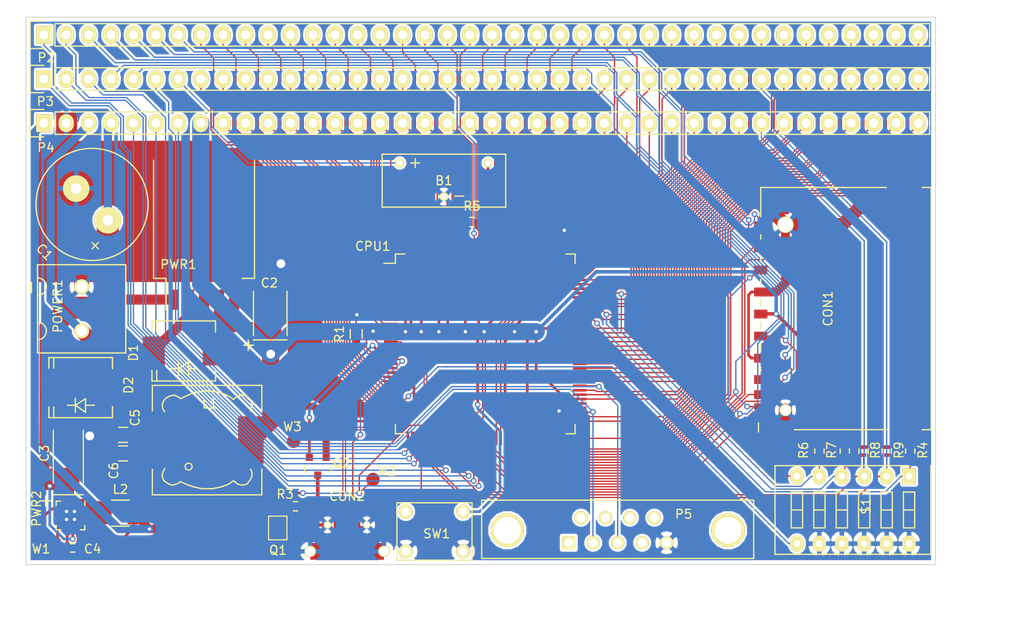
<source format=kicad_pcb>
(kicad_pcb (version 4) (host pcbnew "(after 2015-mar-04 BZR unknown)-product")
  (title_block (title "Breakout board for LPC4337FBD144") (company "Liberty University Robotics Club"))
  (layers (0 F.Cu signal) (31 B.Cu signal) (35 F.Paste user) (37 F.SilkS user) (39 F.Mask user) (44 Edge.Cuts user))
  (net 0 "")
  (net 1 GND)
  (net 2 "Net-(D1-Pad2)")
  (net 3 /RAIL)
  (net 4 /3.3V)
  (net 5 /SD_DAT3)
  (net 6 /SD_CMD)
  (net 7 /SD_CLK)
  (net 8 /SD_DAT0)
  (net 9 /SD_DAT2)
  (net 10 /SD_DAT1)
  (net 11 /SD_CD)
  (net 12 "Net-(C4-Pad1)")
  (net 13 /VSW)
  (net 14 /5V)
  (net 15 /USB0_PPWR)
  (net 16 /ISP_ENABLE)
  (net 17 /SD_WP)
  (net 18 /IC_WP)
  (net 19 /P1_1)
  (net 20 /P1_2)
  (net 21 /P2_8)
  (net 22 /P2_9)
  (net 23 /RESET)
  (net 24 /BAT3.0V)
  (net 25 /USB0_D-)
  (net 26 /USB0_D+)
  (net 27 /USB0_ID)
  (net 28 "Net-(PWR2-Pad8)")
  (net 29 /P4_0)
  (net 30 /ADC0_1)
  (net 31 /P4_1)
  (net 32 /ADC0_0)
  (net 33 /P4_3)
  (net 34 /P4_2)
  (net 35 /P4_4)
  (net 36 /P4_5)
  (net 37 /P4_6)
  (net 38 /XTAL1)
  (net 39 /XTAL2)
  (net 40 /P4_7)
  (net 41 /P4_8)
  (net 42 /TDI)
  (net 43 /TCK)
  (net 44 /DBGEN)
  (net 45 /TRST)
  (net 46 /TMS)
  (net 47 /TDO)
  (net 48 /P4_9)
  (net 49 /P0_1)
  (net 50 /P4_10)
  (net 51 /P7_0)
  (net 52 /P3_0)
  (net 53 /P7_1)
  (net 54 /P3_1)
  (net 55 /P7_2)
  (net 56 /P3_2)
  (net 57 /P7_3)
  (net 58 /SPI_SCK)
  (net 59 /P3_4)
  (net 60 /PF_4)
  (net 61 /P3_5)
  (net 62 /SPI_MISO)
  (net 63 /SPI_MOSI)
  (net 64 /SPI_SSEL)
  (net 65 /RTCX1)
  (net 66 /RTCX2)
  (net 67 /RTC_ALARM)
  (net 68 /WAKEUP0)
  (net 69 /P7_4)
  (net 70 /P7_5)
  (net 71 /P7_6)
  (net 72 /ADC0_7)
  (net 73 /ADC0_4)
  (net 74 /ADC0_3)
  (net 75 /P7_7)
  (net 76 /ADC0_6)
  (net 77 /ADC0_2)
  (net 78 /ADC0_5)
  (net 79 /P1_14)
  (net 80 /P1_15)
  (net 81 /P5_6)
  (net 82 /P1_16)
  (net 83 /P5_7)
  (net 84 /P1_17)
  (net 85 /P1_18)
  (net 86 /P1_19)
  (net 87 /P9_5)
  (net 88 /P1_20)
  (net 89 /P9_6)
  (net 90 /P6_0)
  (net 91 /P6_1)
  (net 92 /P6_2)
  (net 93 /P6_3)
  (net 94 /P6_4)
  (net 95 /P6_5)
  (net 96 /P6_6)
  (net 97 /P2_2)
  (net 98 /P6_7)
  (net 99 /P6_8)
  (net 100 /P2_3)
  (net 101 /P2_4)
  (net 102 /USB1_D+)
  (net 103 /USB1_D-)
  (net 104 /P2_5)
  (net 105 /I2C0_SCL)
  (net 106 /I2C0_SDA)
  (net 107 /P2_6)
  (net 108 /P6_9)
  (net 109 /CLK2)
  (net 110 /P6_10)
  (net 111 /P6_11)
  (net 112 /P6_12)
  (net 113 /P2_10)
  (net 114 /P2_11)
  (net 115 /P2_12)
  (net 116 /P2_13)
  (net 117 /P1_8)
  (net 118 /P5_3)
  (net 119 /P5_4)
  (net 120 /P5_5)
  (net 121 /P5_0)
  (net 122 /P1_0)
  (net 123 /P5_1)
  (net 124 /P5_2)
  (net 125 /USB0_IND0)
  (net 126 /P1_5)
  (net 127 /USB0_VBUS_PR)
  (net 128 /USB0_VBUS)
  (net 129 /USB0_RREF)
  (net 130 /UNREG)
  (net 131 /P1_3)
  (net 132 /U0_TXD)
  (net 133 /U0_RXD)
  (module Socket_Strips:Socket_Strip_Straight_1x40 (layer F.Cu) (at 60 120)
    (fp_text reference P3 (at 0.18 2.55 180) (layer F.SilkS))
    (fp_text value CONN_01X40)
    (pad 1 thru_hole rect (at 0 0) (size 1.7272 2.032) (drill 1.016) (layers *.Cu *.Mask F.SilkS) (net 126 /P1_5))
    (pad 2 thru_hole oval (at 2.54 0) (size 1.7272 2.032) (drill 1.016) (layers *.Cu *.Mask F.SilkS) (net 131 /P1_3))
    (pad 3 thru_hole oval (at 5.08 0) (size 1.7272 2.032) (drill 1.016) (layers *.Cu *.Mask F.SilkS) (net 121 /P5_0))
    (pad 4 thru_hole oval (at 7.62 0) (size 1.7272 2.032) (drill 1.016) (layers *.Cu *.Mask F.SilkS) (net 6 /SD_CMD))
    (pad 5 thru_hole oval (at 10.16 0) (size 1.7272 2.032) (drill 1.016) (layers *.Cu *.Mask F.SilkS) (net 11 /SD_CD))
    (pad 6 thru_hole oval (at 12.7 0) (size 1.7272 2.032) (drill 1.016) (layers *.Cu *.Mask F.SilkS) (net 132 /U0_TXD))
    (pad 7 thru_hole oval (at 15.24 0) (size 1.7272 2.032) (drill 1.016) (layers *.Cu *.Mask F.SilkS) (net 24 /BAT3.0V))
    (pad 8 thru_hole oval (at 17.78 0) (size 1.7272 2.032) (drill 1.016) (layers *.Cu *.Mask F.SilkS) (net 50 /P4_10))
    (pad 9 thru_hole oval (at 20.32 0) (size 1.7272 2.032) (drill 1.016) (layers *.Cu *.Mask F.SilkS) (net 18 /IC_WP))
    (pad 10 thru_hole oval (at 22.86 0) (size 1.7272 2.032) (drill 1.016) (layers *.Cu *.Mask F.SilkS) (net 45 /TRST))
    (pad 11 thru_hole oval (at 25.4 0) (size 1.7272 2.032) (drill 1.016) (layers *.Cu *.Mask F.SilkS) (net 42 /TDI))
    (pad 12 thru_hole oval (at 27.94 0) (size 1.7272 2.032) (drill 1.016) (layers *.Cu *.Mask F.SilkS) (net 39 /XTAL2))
    (pad 13 thru_hole oval (at 30.48 0) (size 1.7272 2.032) (drill 1.016) (layers *.Cu *.Mask F.SilkS) (net 36 /P4_5))
    (pad 14 thru_hole oval (at 33.02 0) (size 1.7272 2.032) (drill 1.016) (layers *.Cu *.Mask F.SilkS) (net 33 /P4_3))
    (pad 15 thru_hole oval (at 35.56 0) (size 1.7272 2.032) (drill 1.016) (layers *.Cu *.Mask F.SilkS) (net 30 /ADC0_1))
    (pad 16 thru_hole oval (at 38.1 0) (size 1.7272 2.032) (drill 1.016) (layers *.Cu *.Mask F.SilkS) (net 77 /ADC0_2))
    (pad 17 thru_hole oval (at 40.64 0) (size 1.7272 2.032) (drill 1.016) (layers *.Cu *.Mask F.SilkS) (net 74 /ADC0_3))
    (pad 18 thru_hole oval (at 43.18 0) (size 1.7272 2.032) (drill 1.016) (layers *.Cu *.Mask F.SilkS) (net 71 /P7_6))
    (pad 19 thru_hole oval (at 45.72 0) (size 1.7272 2.032) (drill 1.016) (layers *.Cu *.Mask F.SilkS) (net 67 /RTC_ALARM))
    (pad 20 thru_hole oval (at 48.26 0) (size 1.7272 2.032) (drill 1.016) (layers *.Cu *.Mask F.SilkS) (net 65 /RTCX1))
    (pad 21 thru_hole oval (at 50.8 0) (size 1.7272 2.032) (drill 1.016) (layers *.Cu *.Mask F.SilkS) (net 62 /SPI_MISO))
    (pad 22 thru_hole oval (at 53.34 0) (size 1.7272 2.032) (drill 1.016) (layers *.Cu *.Mask F.SilkS) (net 59 /P3_4))
    (pad 23 thru_hole oval (at 55.88 0) (size 1.7272 2.032) (drill 1.016) (layers *.Cu *.Mask F.SilkS) (net 56 /P3_2))
    (pad 24 thru_hole oval (at 58.42 0) (size 1.7272 2.032) (drill 1.016) (layers *.Cu *.Mask F.SilkS) (net 53 /P7_1))
    (pad 25 thru_hole oval (at 60.96 0) (size 1.7272 2.032) (drill 1.016) (layers *.Cu *.Mask F.SilkS) (net 117 /P1_8))
    (pad 26 thru_hole oval (at 63.5 0) (size 1.7272 2.032) (drill 1.016) (layers *.Cu *.Mask F.SilkS) (net 118 /P5_3))
    (pad 27 thru_hole oval (at 66.04 0) (size 1.7272 2.032) (drill 1.016) (layers *.Cu *.Mask F.SilkS) (net 116 /P2_13))
    (pad 28 thru_hole oval (at 68.58 0) (size 1.7272 2.032) (drill 1.016) (layers *.Cu *.Mask F.SilkS) (net 113 /P2_10))
    (pad 29 thru_hole oval (at 71.12 0) (size 1.7272 2.032) (drill 1.016) (layers *.Cu *.Mask F.SilkS) (net 111 /P6_11))
    (pad 30 thru_hole oval (at 73.66 0) (size 1.7272 2.032) (drill 1.016) (layers *.Cu *.Mask F.SilkS) (net 21 /P2_8))
    (pad 31 thru_hole oval (at 76.2 0) (size 1.7272 2.032) (drill 1.016) (layers *.Cu *.Mask F.SilkS) (net 106 /I2C0_SDA))
    (pad 32 thru_hole oval (at 78.74 0) (size 1.7272 2.032) (drill 1.016) (layers *.Cu *.Mask F.SilkS) (net 103 /USB1_D-))
    (pad 33 thru_hole oval (at 81.28 0) (size 1.7272 2.032) (drill 1.016) (layers *.Cu *.Mask F.SilkS) (net 19 /P1_1))
    (pad 34 thru_hole oval (at 83.82 0) (size 1.7272 2.032) (drill 1.016) (layers *.Cu *.Mask F.SilkS) (net 98 /P6_7))
    (pad 35 thru_hole oval (at 86.36 0) (size 1.7272 2.032) (drill 1.016) (layers *.Cu *.Mask F.SilkS) (net 95 /P6_5))
    (pad 36 thru_hole oval (at 88.9 0) (size 1.7272 2.032) (drill 1.016) (layers *.Cu *.Mask F.SilkS) (net 92 /P6_2))
    (pad 37 thru_hole oval (at 91.44 0) (size 1.7272 2.032) (drill 1.016) (layers *.Cu *.Mask F.SilkS) (net 89 /P9_6))
    (pad 38 thru_hole oval (at 93.98 0) (size 1.7272 2.032) (drill 1.016) (layers *.Cu *.Mask F.SilkS) (net 86 /P1_19))
    (pad 39 thru_hole oval (at 96.52 0) (size 1.7272 2.032) (drill 1.016) (layers *.Cu *.Mask F.SilkS) (net 83 /P5_7))
    (pad 40 thru_hole oval (at 99.06 0) (size 1.7272 2.032) (drill 1.016) (layers *.Cu *.Mask F.SilkS) (net 80 /P1_15))
  )
  (module Housings_QFP:LQFP-144_20x20mm_Pitch0.5mm (layer F.Cu) (at 110 150)
    (fp_text reference CPU1 (at -12.74 -11.06) (layer F.SilkS))
    (fp_text value LPC4337JBD144)
    (pad 1 smd rect (at -10.7 -8.75) (size 1.55 0.3) (layers F.Cu F.Paste F.Mask) (net 29 /P4_0))
    (pad 2 smd rect (at -10.7 -8.25) (size 1.55 0.3) (layers F.Cu F.Paste F.Mask) (net 30 /ADC0_1))
    (pad 3 smd rect (at -10.7 -7.75) (size 1.55 0.3) (layers F.Cu F.Paste F.Mask) (net 31 /P4_1))
    (pad 4 smd rect (at -10.7 -7.25) (size 1.55 0.3) (layers F.Cu F.Paste F.Mask) (net 1 GND))
    (pad 5 smd rect (at -10.7 -6.75) (size 1.55 0.3) (layers F.Cu F.Paste F.Mask) (net 4 /3.3V))
    (pad 6 smd rect (at -10.7 -6.25) (size 1.55 0.3) (layers F.Cu F.Paste F.Mask) (net 32 /ADC0_0))
    (pad 7 smd rect (at -10.7 -5.75) (size 1.55 0.3) (layers F.Cu F.Paste F.Mask) (net 33 /P4_3))
    (pad 8 smd rect (at -10.7 -5.25) (size 1.55 0.3) (layers F.Cu F.Paste F.Mask) (net 34 /P4_2))
    (pad 9 smd rect (at -10.7 -4.75) (size 1.55 0.3) (layers F.Cu F.Paste F.Mask) (net 35 /P4_4))
    (pad 10 smd rect (at -10.7 -4.25) (size 1.55 0.3) (layers F.Cu F.Paste F.Mask) (net 36 /P4_5))
    (pad 11 smd rect (at -10.7 -3.75) (size 1.55 0.3) (layers F.Cu F.Paste F.Mask) (net 37 /P4_6))
    (pad 12 smd rect (at -10.7 -3.25) (size 1.55 0.3) (layers F.Cu F.Paste F.Mask) (net 38 /XTAL1))
    (pad 13 smd rect (at -10.7 -2.75) (size 1.55 0.3) (layers F.Cu F.Paste F.Mask) (net 39 /XTAL2))
    (pad 14 smd rect (at -10.7 -2.25) (size 1.55 0.3) (layers F.Cu F.Paste F.Mask) (net 40 /P4_7))
    (pad 15 smd rect (at -10.7 -1.75) (size 1.55 0.3) (layers F.Cu F.Paste F.Mask) (net 41 /P4_8))
    (pad 16 smd rect (at -10.7 -1.25) (size 1.55 0.3) (layers F.Cu F.Paste F.Mask) (net 4 /3.3V))
    (pad 17 smd rect (at -10.7 -0.75) (size 1.55 0.3) (layers F.Cu F.Paste F.Mask) (net 4 /3.3V))
    (pad 18 smd rect (at -10.7 -0.25) (size 1.55 0.3) (layers F.Cu F.Paste F.Mask) (net 26 /USB0_D+))
    (pad 19 smd rect (at -10.7 0.25) (size 1.55 0.3) (layers F.Cu F.Paste F.Mask) (net 1 GND))
    (pad 20 smd rect (at -10.7 0.75) (size 1.55 0.3) (layers F.Cu F.Paste F.Mask) (net 25 /USB0_D-))
    (pad 21 smd rect (at -10.7 1.25) (size 1.55 0.3) (layers F.Cu F.Paste F.Mask) (net 128 /USB0_VBUS))
    (pad 22 smd rect (at -10.7 1.75) (size 1.55 0.3) (layers F.Cu F.Paste F.Mask) (net 27 /USB0_ID))
    (pad 23 smd rect (at -10.7 2.25) (size 1.55 0.3) (layers F.Cu F.Paste F.Mask) (net 1 GND))
    (pad 24 smd rect (at -10.7 2.75) (size 1.55 0.3) (layers F.Cu F.Paste F.Mask) (net 129 /USB0_RREF))
    (pad 25 smd rect (at -10.7 3.25) (size 1.55 0.3) (layers F.Cu F.Paste F.Mask) (net 4 /3.3V))
    (pad 26 smd rect (at -10.7 3.75) (size 1.55 0.3) (layers F.Cu F.Paste F.Mask) (net 42 /TDI))
    (pad 27 smd rect (at -10.7 4.25) (size 1.55 0.3) (layers F.Cu F.Paste F.Mask) (net 43 /TCK))
    (pad 28 smd rect (at -10.7 4.75) (size 1.55 0.3) (layers F.Cu F.Paste F.Mask) (net 44 /DBGEN))
    (pad 29 smd rect (at -10.7 5.25) (size 1.55 0.3) (layers F.Cu F.Paste F.Mask) (net 45 /TRST))
    (pad 30 smd rect (at -10.7 5.75) (size 1.55 0.3) (layers F.Cu F.Paste F.Mask) (net 46 /TMS))
    (pad 31 smd rect (at -10.7 6.25) (size 1.55 0.3) (layers F.Cu F.Paste F.Mask) (net 47 /TDO))
    (pad 32 smd rect (at -10.7 6.75) (size 1.55 0.3) (layers F.Cu F.Paste F.Mask) (net 18 /IC_WP))
    (pad 33 smd rect (at -10.7 7.25) (size 1.55 0.3) (layers F.Cu F.Paste F.Mask) (net 48 /P4_9))
    (pad 34 smd rect (at -10.7 7.75) (size 1.55 0.3) (layers F.Cu F.Paste F.Mask) (net 49 /P0_1))
    (pad 35 smd rect (at -10.7 8.25) (size 1.55 0.3) (layers F.Cu F.Paste F.Mask) (net 50 /P4_10))
    (pad 36 smd rect (at -10.7 8.75) (size 1.55 0.3) (layers F.Cu F.Paste F.Mask) (net 4 /3.3V))
    (pad 37 smd rect (at -8.75 10.7 90) (size 1.55 0.3) (layers F.Cu F.Paste F.Mask) (net 121 /P5_0))
    (pad 38 smd rect (at -8.25 10.7 90) (size 1.55 0.3) (layers F.Cu F.Paste F.Mask) (net 122 /P1_0))
    (pad 39 smd rect (at -7.75 10.7 90) (size 1.55 0.3) (layers F.Cu F.Paste F.Mask) (net 123 /P5_1))
    (pad 40 smd rect (at -7.25 10.7 90) (size 1.55 0.3) (layers F.Cu F.Paste F.Mask) (net 1 GND))
    (pad 41 smd rect (at -6.75 10.7 90) (size 1.55 0.3) (layers F.Cu F.Paste F.Mask) (net 4 /3.3V))
    (pad 42 smd rect (at -6.25 10.7 90) (size 1.55 0.3) (layers F.Cu F.Paste F.Mask) (net 19 /P1_1))
    (pad 43 smd rect (at -5.75 10.7 90) (size 1.55 0.3) (layers F.Cu F.Paste F.Mask) (net 20 /P1_2))
    (pad 44 smd rect (at -5.25 10.7 90) (size 1.55 0.3) (layers F.Cu F.Paste F.Mask) (net 131 /P1_3))
    (pad 45 smd rect (at -4.75 10.7 90) (size 1.55 0.3) (layers F.Cu F.Paste F.Mask) (net 7 /SD_CLK))
    (pad 46 smd rect (at -4.25 10.7 90) (size 1.55 0.3) (layers F.Cu F.Paste F.Mask) (net 124 /P5_2))
    (pad 47 smd rect (at -3.75 10.7 90) (size 1.55 0.3) (layers F.Cu F.Paste F.Mask) (net 125 /USB0_IND0))
    (pad 48 smd rect (at -3.25 10.7 90) (size 1.55 0.3) (layers F.Cu F.Paste F.Mask) (net 126 /P1_5))
    (pad 49 smd rect (at -2.75 10.7 90) (size 1.55 0.3) (layers F.Cu F.Paste F.Mask) (net 6 /SD_CMD))
    (pad 50 smd rect (at -2.25 10.7 90) (size 1.55 0.3) (layers F.Cu F.Paste F.Mask) (net 15 /USB0_PPWR))
    (pad 51 smd rect (at -1.75 10.7 90) (size 1.55 0.3) (layers F.Cu F.Paste F.Mask) (net 117 /P1_8))
    (pad 52 smd rect (at -1.25 10.7 90) (size 1.55 0.3) (layers F.Cu F.Paste F.Mask) (net 8 /SD_DAT0))
    (pad 53 smd rect (at -0.75 10.7 90) (size 1.55 0.3) (layers F.Cu F.Paste F.Mask) (net 10 /SD_DAT1))
    (pad 54 smd rect (at -0.25 10.7 90) (size 1.55 0.3) (layers F.Cu F.Paste F.Mask) (net 118 /P5_3))
    (pad 55 smd rect (at 0.25 10.7 90) (size 1.55 0.3) (layers F.Cu F.Paste F.Mask) (net 9 /SD_DAT2))
    (pad 56 smd rect (at 0.75 10.7 90) (size 1.55 0.3) (layers F.Cu F.Paste F.Mask) (net 5 /SD_DAT3))
    (pad 57 smd rect (at 1.25 10.7 90) (size 1.55 0.3) (layers F.Cu F.Paste F.Mask) (net 119 /P5_4))
    (pad 58 smd rect (at 1.75 10.7 90) (size 1.55 0.3) (layers F.Cu F.Paste F.Mask) (net 120 /P5_5))
    (pad 59 smd rect (at 2.25 10.7 90) (size 1.55 0.3) (layers F.Cu F.Paste F.Mask) (net 4 /3.3V))
    (pad 60 smd rect (at 2.75 10.7 90) (size 1.55 0.3) (layers F.Cu F.Paste F.Mask) (net 11 /SD_CD))
    (pad 61 smd rect (at 3.25 10.7 90) (size 1.55 0.3) (layers F.Cu F.Paste F.Mask) (net 79 /P1_14))
    (pad 62 smd rect (at 3.75 10.7 90) (size 1.55 0.3) (layers F.Cu F.Paste F.Mask) (net 80 /P1_15))
    (pad 63 smd rect (at 4.25 10.7 90) (size 1.55 0.3) (layers F.Cu F.Paste F.Mask) (net 81 /P5_6))
    (pad 64 smd rect (at 4.75 10.7 90) (size 1.55 0.3) (layers F.Cu F.Paste F.Mask) (net 82 /P1_16))
    (pad 65 smd rect (at 5.25 10.7 90) (size 1.55 0.3) (layers F.Cu F.Paste F.Mask) (net 83 /P5_7))
    (pad 66 smd rect (at 5.75 10.7 90) (size 1.55 0.3) (layers F.Cu F.Paste F.Mask) (net 84 /P1_17))
    (pad 67 smd rect (at 6.25 10.7 90) (size 1.55 0.3) (layers F.Cu F.Paste F.Mask) (net 85 /P1_18))
    (pad 68 smd rect (at 6.75 10.7 90) (size 1.55 0.3) (layers F.Cu F.Paste F.Mask) (net 86 /P1_19))
    (pad 69 smd rect (at 7.25 10.7 90) (size 1.55 0.3) (layers F.Cu F.Paste F.Mask) (net 87 /P9_5))
    (pad 70 smd rect (at 7.75 10.7 90) (size 1.55 0.3) (layers F.Cu F.Paste F.Mask) (net 88 /P1_20))
    (pad 71 smd rect (at 8.25 10.7 90) (size 1.55 0.3) (layers F.Cu F.Paste F.Mask) (net 4 /3.3V))
    (pad 72 smd rect (at 8.75 10.7 90) (size 1.55 0.3) (layers F.Cu F.Paste F.Mask) (net 89 /P9_6))
    (pad 73 smd rect (at 10.7 8.75) (size 1.55 0.3) (layers F.Cu F.Paste F.Mask) (net 90 /P6_0))
    (pad 74 smd rect (at 10.7 8.25) (size 1.55 0.3) (layers F.Cu F.Paste F.Mask) (net 91 /P6_1))
    (pad 75 smd rect (at 10.7 7.75) (size 1.55 0.3) (layers F.Cu F.Paste F.Mask) (net 132 /U0_TXD))
    (pad 76 smd rect (at 10.7 7.25) (size 1.55 0.3) (layers F.Cu F.Paste F.Mask) (net 1 GND))
    (pad 77 smd rect (at 10.7 6.75) (size 1.55 0.3) (layers F.Cu F.Paste F.Mask) (net 4 /3.3V))
    (pad 78 smd rect (at 10.7 6.25) (size 1.55 0.3) (layers F.Cu F.Paste F.Mask) (net 92 /P6_2))
    (pad 79 smd rect (at 10.7 5.75) (size 1.55 0.3) (layers F.Cu F.Paste F.Mask) (net 93 /P6_3))
    (pad 80 smd rect (at 10.7 5.25) (size 1.55 0.3) (layers F.Cu F.Paste F.Mask) (net 94 /P6_4))
    (pad 81 smd rect (at 10.7 4.75) (size 1.55 0.3) (layers F.Cu F.Paste F.Mask) (net 133 /U0_RXD))
    (pad 82 smd rect (at 10.7 4.25) (size 1.55 0.3) (layers F.Cu F.Paste F.Mask) (net 95 /P6_5))
    (pad 83 smd rect (at 10.7 3.75) (size 1.55 0.3) (layers F.Cu F.Paste F.Mask) (net 96 /P6_6))
    (pad 84 smd rect (at 10.7 3.25) (size 1.55 0.3) (layers F.Cu F.Paste F.Mask) (net 97 /P2_2))
    (pad 85 smd rect (at 10.7 2.75) (size 1.55 0.3) (layers F.Cu F.Paste F.Mask) (net 98 /P6_7))
    (pad 86 smd rect (at 10.7 2.25) (size 1.55 0.3) (layers F.Cu F.Paste F.Mask) (net 99 /P6_8))
    (pad 87 smd rect (at 10.7 1.75) (size 1.55 0.3) (layers F.Cu F.Paste F.Mask) (net 100 /P2_3))
    (pad 88 smd rect (at 10.7 1.25) (size 1.55 0.3) (layers F.Cu F.Paste F.Mask) (net 101 /P2_4))
    (pad 89 smd rect (at 10.7 0.75) (size 1.55 0.3) (layers F.Cu F.Paste F.Mask) (net 102 /USB1_D+))
    (pad 90 smd rect (at 10.7 0.25) (size 1.55 0.3) (layers F.Cu F.Paste F.Mask) (net 103 /USB1_D-))
    (pad 91 smd rect (at 10.7 -0.25) (size 1.55 0.3) (layers F.Cu F.Paste F.Mask) (net 104 /P2_5))
    (pad 92 smd rect (at 10.7 -0.75) (size 1.55 0.3) (layers F.Cu F.Paste F.Mask) (net 105 /I2C0_SCL))
    (pad 93 smd rect (at 10.7 -1.25) (size 1.55 0.3) (layers F.Cu F.Paste F.Mask) (net 106 /I2C0_SDA))
    (pad 94 smd rect (at 10.7 -1.75) (size 1.55 0.3) (layers F.Cu F.Paste F.Mask) (net 4 /3.3V))
    (pad 95 smd rect (at 10.7 -2.25) (size 1.55 0.3) (layers F.Cu F.Paste F.Mask) (net 107 /P2_6))
    (pad 96 smd rect (at 10.7 -2.75) (size 1.55 0.3) (layers F.Cu F.Paste F.Mask) (net 16 /ISP_ENABLE))
    (pad 97 smd rect (at 10.7 -3.25) (size 1.55 0.3) (layers F.Cu F.Paste F.Mask) (net 108 /P6_9))
    (pad 98 smd rect (at 10.7 -3.75) (size 1.55 0.3) (layers F.Cu F.Paste F.Mask) (net 21 /P2_8))
    (pad 99 smd rect (at 10.7 -4.25) (size 1.55 0.3) (layers F.Cu F.Paste F.Mask) (net 109 /CLK2))
    (pad 100 smd rect (at 10.7 -4.75) (size 1.55 0.3) (layers F.Cu F.Paste F.Mask) (net 110 /P6_10))
    (pad 101 smd rect (at 10.7 -5.25) (size 1.55 0.3) (layers F.Cu F.Paste F.Mask) (net 111 /P6_11))
    (pad 102 smd rect (at 10.7 -5.75) (size 1.55 0.3) (layers F.Cu F.Paste F.Mask) (net 22 /P2_9))
    (pad 103 smd rect (at 10.7 -6.25) (size 1.55 0.3) (layers F.Cu F.Paste F.Mask) (net 112 /P6_12))
    (pad 104 smd rect (at 10.7 -6.75) (size 1.55 0.3) (layers F.Cu F.Paste F.Mask) (net 113 /P2_10))
    (pad 105 smd rect (at 10.7 -7.25) (size 1.55 0.3) (layers F.Cu F.Paste F.Mask) (net 114 /P2_11))
    (pad 106 smd rect (at 10.7 -7.75) (size 1.55 0.3) (layers F.Cu F.Paste F.Mask) (net 115 /P2_12))
    (pad 107 smd rect (at 10.7 -8.25) (size 1.55 0.3) (layers F.Cu F.Paste F.Mask) (net 4 /3.3V))
    (pad 108 smd rect (at 10.7 -8.75) (size 1.55 0.3) (layers F.Cu F.Paste F.Mask) (net 116 /P2_13))
    (pad 109 smd rect (at 8.75 -10.7 90) (size 1.55 0.3) (layers F.Cu F.Paste F.Mask) (net 1 GND))
    (pad 110 smd rect (at 8.25 -10.7 90) (size 1.55 0.3) (layers F.Cu F.Paste F.Mask) (net 51 /P7_0))
    (pad 111 smd rect (at 7.75 -10.7 90) (size 1.55 0.3) (layers F.Cu F.Paste F.Mask) (net 4 /3.3V))
    (pad 112 smd rect (at 7.25 -10.7 90) (size 1.55 0.3) (layers F.Cu F.Paste F.Mask) (net 52 /P3_0))
    (pad 113 smd rect (at 6.75 -10.7 90) (size 1.55 0.3) (layers F.Cu F.Paste F.Mask) (net 53 /P7_1))
    (pad 114 smd rect (at 6.25 -10.7 90) (size 1.55 0.3) (layers F.Cu F.Paste F.Mask) (net 54 /P3_1))
    (pad 115 smd rect (at 5.75 -10.7 90) (size 1.55 0.3) (layers F.Cu F.Paste F.Mask) (net 55 /P7_2))
    (pad 116 smd rect (at 5.25 -10.7 90) (size 1.55 0.3) (layers F.Cu F.Paste F.Mask) (net 56 /P3_2))
    (pad 117 smd rect (at 4.75 -10.7 90) (size 1.55 0.3) (layers F.Cu F.Paste F.Mask) (net 57 /P7_3))
    (pad 118 smd rect (at 4.25 -10.7 90) (size 1.55 0.3) (layers F.Cu F.Paste F.Mask) (net 58 /SPI_SCK))
    (pad 119 smd rect (at 3.75 -10.7 90) (size 1.55 0.3) (layers F.Cu F.Paste F.Mask) (net 59 /P3_4))
    (pad 120 smd rect (at 3.25 -10.7 90) (size 1.55 0.3) (layers F.Cu F.Paste F.Mask) (net 60 /PF_4))
    (pad 121 smd rect (at 2.75 -10.7 90) (size 1.55 0.3) (layers F.Cu F.Paste F.Mask) (net 61 /P3_5))
    (pad 122 smd rect (at 2.25 -10.7 90) (size 1.55 0.3) (layers F.Cu F.Paste F.Mask) (net 62 /SPI_MISO))
    (pad 123 smd rect (at 1.75 -10.7 90) (size 1.55 0.3) (layers F.Cu F.Paste F.Mask) (net 63 /SPI_MOSI))
    (pad 124 smd rect (at 1.25 -10.7 90) (size 1.55 0.3) (layers F.Cu F.Paste F.Mask) (net 64 /SPI_SSEL))
    (pad 125 smd rect (at 0.75 -10.7 90) (size 1.55 0.3) (layers F.Cu F.Paste F.Mask) (net 65 /RTCX1))
    (pad 126 smd rect (at 0.25 -10.7 90) (size 1.55 0.3) (layers F.Cu F.Paste F.Mask) (net 66 /RTCX2))
    (pad 127 smd rect (at -0.25 -10.7 90) (size 1.55 0.3) (layers F.Cu F.Paste F.Mask) (net 24 /BAT3.0V))
    (pad 128 smd rect (at -0.75 -10.7 90) (size 1.55 0.3) (layers F.Cu F.Paste F.Mask) (net 23 /RESET))
    (pad 129 smd rect (at -1.25 -10.7 90) (size 1.55 0.3) (layers F.Cu F.Paste F.Mask) (net 67 /RTC_ALARM))
    (pad 130 smd rect (at -1.75 -10.7 90) (size 1.55 0.3) (layers F.Cu F.Paste F.Mask) (net 68 /WAKEUP0))
    (pad 131 smd rect (at -2.25 -10.7 90) (size 1.55 0.3) (layers F.Cu F.Paste F.Mask) (net 4 /3.3V))
    (pad 132 smd rect (at -2.75 -10.7 90) (size 1.55 0.3) (layers F.Cu F.Paste F.Mask) (net 69 /P7_4))
    (pad 133 smd rect (at -3.25 -10.7 90) (size 1.55 0.3) (layers F.Cu F.Paste F.Mask) (net 70 /P7_5))
    (pad 134 smd rect (at -3.75 -10.7 90) (size 1.55 0.3) (layers F.Cu F.Paste F.Mask) (net 71 /P7_6))
    (pad 135 smd rect (at -4.25 -10.7 90) (size 1.55 0.3) (layers F.Cu F.Paste F.Mask) (net 1 GND))
    (pad 136 smd rect (at -4.75 -10.7 90) (size 1.55 0.3) (layers F.Cu F.Paste F.Mask) (net 72 /ADC0_7))
    (pad 137 smd rect (at -5.25 -10.7 90) (size 1.55 0.3) (layers F.Cu F.Paste F.Mask) (net 4 /3.3V))
    (pad 138 smd rect (at -5.75 -10.7 90) (size 1.55 0.3) (layers F.Cu F.Paste F.Mask) (net 73 /ADC0_4))
    (pad 139 smd rect (at -6.25 -10.7 90) (size 1.55 0.3) (layers F.Cu F.Paste F.Mask) (net 74 /ADC0_3))
    (pad 140 smd rect (at -6.75 -10.7 90) (size 1.55 0.3) (layers F.Cu F.Paste F.Mask) (net 75 /P7_7))
    (pad 141 smd rect (at -7.25 -10.7 90) (size 1.55 0.3) (layers F.Cu F.Paste F.Mask) (net 4 /3.3V))
    (pad 142 smd rect (at -7.75 -10.7 90) (size 1.55 0.3) (layers F.Cu F.Paste F.Mask) (net 76 /ADC0_6))
    (pad 143 smd rect (at -8.25 -10.7 90) (size 1.55 0.3) (layers F.Cu F.Paste F.Mask) (net 77 /ADC0_2))
    (pad 144 smd rect (at -8.75 -10.7 90) (size 1.55 0.3) (layers F.Cu F.Paste F.Mask) (net 78 /ADC0_5))
  )
  (module Socket_Strips:Socket_Strip_Straight_1x40 (layer F.Cu) (at 60 115)
    (fp_text reference P2 (at 0.27 2.58) (layer F.SilkS))
    (fp_text value CONN_01X40)
    (pad 1 thru_hole rect (at 0 0) (size 1.7272 2.032) (drill 1.016) (layers *.Cu *.Mask F.SilkS) (net 125 /USB0_IND0))
    (pad 2 thru_hole oval (at 2.54 0) (size 1.7272 2.032) (drill 1.016) (layers *.Cu *.Mask F.SilkS) (net 123 /P5_1))
    (pad 3 thru_hole oval (at 5.08 0) (size 1.7272 2.032) (drill 1.016) (layers *.Cu *.Mask F.SilkS) (net 7 /SD_CLK))
    (pad 4 thru_hole oval (at 7.62 0) (size 1.7272 2.032) (drill 1.016) (layers *.Cu *.Mask F.SilkS) (net 8 /SD_DAT0))
    (pad 5 thru_hole oval (at 10.16 0) (size 1.7272 2.032) (drill 1.016) (layers *.Cu *.Mask F.SilkS) (net 10 /SD_DAT1))
    (pad 6 thru_hole oval (at 12.7 0) (size 1.7272 2.032) (drill 1.016) (layers *.Cu *.Mask F.SilkS) (net 9 /SD_DAT2))
    (pad 7 thru_hole oval (at 15.24 0) (size 1.7272 2.032) (drill 1.016) (layers *.Cu *.Mask F.SilkS) (net 5 /SD_DAT3))
    (pad 8 thru_hole oval (at 17.78 0) (size 1.7272 2.032) (drill 1.016) (layers *.Cu *.Mask F.SilkS) (net 49 /P0_1))
    (pad 9 thru_hole oval (at 20.32 0) (size 1.7272 2.032) (drill 1.016) (layers *.Cu *.Mask F.SilkS) (net 47 /TDO))
    (pad 10 thru_hole oval (at 22.86 0) (size 1.7272 2.032) (drill 1.016) (layers *.Cu *.Mask F.SilkS) (net 44 /DBGEN))
    (pad 11 thru_hole oval (at 25.4 0) (size 1.7272 2.032) (drill 1.016) (layers *.Cu *.Mask F.SilkS) (net 41 /P4_8))
    (pad 12 thru_hole oval (at 27.94 0) (size 1.7272 2.032) (drill 1.016) (layers *.Cu *.Mask F.SilkS) (net 38 /XTAL1))
    (pad 13 thru_hole oval (at 30.48 0) (size 1.7272 2.032) (drill 1.016) (layers *.Cu *.Mask F.SilkS) (net 35 /P4_4))
    (pad 14 thru_hole oval (at 33.02 0) (size 1.7272 2.032) (drill 1.016) (layers *.Cu *.Mask F.SilkS) (net 32 /ADC0_0))
    (pad 15 thru_hole oval (at 35.56 0) (size 1.7272 2.032) (drill 1.016) (layers *.Cu *.Mask F.SilkS) (net 29 /P4_0))
    (pad 16 thru_hole oval (at 38.1 0) (size 1.7272 2.032) (drill 1.016) (layers *.Cu *.Mask F.SilkS) (net 76 /ADC0_6))
    (pad 17 thru_hole oval (at 40.64 0) (size 1.7272 2.032) (drill 1.016) (layers *.Cu *.Mask F.SilkS) (net 73 /ADC0_4))
    (pad 18 thru_hole oval (at 43.18 0) (size 1.7272 2.032) (drill 1.016) (layers *.Cu *.Mask F.SilkS) (net 70 /P7_5))
    (pad 19 thru_hole oval (at 45.72 0) (size 1.7272 2.032) (drill 1.016) (layers *.Cu *.Mask F.SilkS) (net 68 /WAKEUP0))
    (pad 20 thru_hole oval (at 48.26 0) (size 1.7272 2.032) (drill 1.016) (layers *.Cu *.Mask F.SilkS) (net 23 /RESET))
    (pad 21 thru_hole oval (at 50.8 0) (size 1.7272 2.032) (drill 1.016) (layers *.Cu *.Mask F.SilkS) (net 64 /SPI_SSEL))
    (pad 22 thru_hole oval (at 53.34 0) (size 1.7272 2.032) (drill 1.016) (layers *.Cu *.Mask F.SilkS) (net 61 /P3_5))
    (pad 23 thru_hole oval (at 55.88 0) (size 1.7272 2.032) (drill 1.016) (layers *.Cu *.Mask F.SilkS) (net 58 /SPI_SCK))
    (pad 24 thru_hole oval (at 58.42 0) (size 1.7272 2.032) (drill 1.016) (layers *.Cu *.Mask F.SilkS) (net 55 /P7_2))
    (pad 25 thru_hole oval (at 60.96 0) (size 1.7272 2.032) (drill 1.016) (layers *.Cu *.Mask F.SilkS) (net 52 /P3_0))
    (pad 26 thru_hole oval (at 63.5 0) (size 1.7272 2.032) (drill 1.016) (layers *.Cu *.Mask F.SilkS) (net 120 /P5_5))
    (pad 27 thru_hole oval (at 66.04 0) (size 1.7272 2.032) (drill 1.016) (layers *.Cu *.Mask F.SilkS) (net 114 /P2_11))
    (pad 28 thru_hole oval (at 68.58 0) (size 1.7272 2.032) (drill 1.016) (layers *.Cu *.Mask F.SilkS) (net 22 /P2_9))
    (pad 29 thru_hole oval (at 71.12 0) (size 1.7272 2.032) (drill 1.016) (layers *.Cu *.Mask F.SilkS) (net 109 /CLK2))
    (pad 30 thru_hole oval (at 73.66 0) (size 1.7272 2.032) (drill 1.016) (layers *.Cu *.Mask F.SilkS) (net 107 /P2_6))
    (pad 31 thru_hole oval (at 76.2 0) (size 1.7272 2.032) (drill 1.016) (layers *.Cu *.Mask F.SilkS) (net 104 /P2_5))
    (pad 32 thru_hole oval (at 78.74 0) (size 1.7272 2.032) (drill 1.016) (layers *.Cu *.Mask F.SilkS) (net 101 /P2_4))
    (pad 33 thru_hole oval (at 81.28 0) (size 1.7272 2.032) (drill 1.016) (layers *.Cu *.Mask F.SilkS) (net 100 /P2_3))
    (pad 34 thru_hole oval (at 83.82 0) (size 1.7272 2.032) (drill 1.016) (layers *.Cu *.Mask F.SilkS) (net 99 /P6_8))
    (pad 35 thru_hole oval (at 86.36 0) (size 1.7272 2.032) (drill 1.016) (layers *.Cu *.Mask F.SilkS) (net 96 /P6_6))
    (pad 36 thru_hole oval (at 88.9 0) (size 1.7272 2.032) (drill 1.016) (layers *.Cu *.Mask F.SilkS) (net 93 /P6_3))
    (pad 37 thru_hole oval (at 91.44 0) (size 1.7272 2.032) (drill 1.016) (layers *.Cu *.Mask F.SilkS) (net 90 /P6_0))
    (pad 38 thru_hole oval (at 93.98 0) (size 1.7272 2.032) (drill 1.016) (layers *.Cu *.Mask F.SilkS) (net 87 /P9_5))
    (pad 39 thru_hole oval (at 96.52 0) (size 1.7272 2.032) (drill 1.016) (layers *.Cu *.Mask F.SilkS) (net 84 /P1_17))
    (pad 40 thru_hole oval (at 99.06 0) (size 1.7272 2.032) (drill 1.016) (layers *.Cu *.Mask F.SilkS) (net 81 /P5_6))
  )
  (module "Custom Footprints:1825910-7" (layer F.Cu) (at 101 169)
    (fp_text reference SW1 (at 3.5 2.5) (layer F.SilkS))
    (fp_text value SW_PUSH)
    (pad 1 thru_hole circle (at 0 0) (size 1.6 1.6) (drill 1) (layers *.Cu *.Mask F.SilkS) (net 23 /RESET))
    (pad 1 thru_hole circle (at 6.5 0) (size 1.6 1.6) (drill 1) (layers *.Cu *.Mask F.SilkS) (net 23 /RESET))
    (pad 2 thru_hole circle (at 0 4.5) (size 1.6 1.6) (drill 1) (layers *.Cu *.Mask F.SilkS) (net 1 GND))
    (pad 2 thru_hole circle (at 6.5 4.5) (size 1.6 1.6) (drill 1) (layers *.Cu *.Mask F.SilkS) (net 1 GND))
  )
  (module "Custom Footprints:DIN9F" (layer F.Cu) (at 125 171 180)
    (fp_text reference P5 (at -7.47 1.71 360) (layer F.SilkS))
    (fp_text value A-DF-09-A/KG-T4S)
    (pad 0 thru_hole circle (at -12.5 -0.104 180) (size 3.81 3.81) (drill 3.05) (layers *.Cu *.Mask F.SilkS))
    (pad 0 thru_hole circle (at 12.5 -0.104 180) (size 3.81 3.81) (drill 3.05) (layers *.Cu *.Mask F.SilkS))
    (pad 1 thru_hole rect (at 5.54 -1.524 180) (size 1.524 1.524) (drill 1.016) (layers *.Cu *.Mask F.SilkS))
    (pad 2 thru_hole circle (at 2.77 -1.524 180) (size 1.524 1.524) (drill 1.016) (layers *.Cu *.Mask F.SilkS) (net 132 /U0_TXD))
    (pad 3 thru_hole circle (at 0 -1.524 180) (size 1.524 1.524) (drill 1.016) (layers *.Cu *.Mask F.SilkS) (net 133 /U0_RXD))
    (pad 4 thru_hole circle (at -2.77 -1.524 180) (size 1.524 1.524) (drill 1.016) (layers *.Cu *.Mask F.SilkS))
    (pad 5 thru_hole circle (at -5.54 -1.524 180) (size 1.524 1.524) (drill 1.016) (layers *.Cu *.Mask F.SilkS) (net 1 GND))
    (pad 6 thru_hole circle (at 4.155 1.316 180) (size 1.524 1.524) (drill 1.016) (layers *.Cu *.Mask F.SilkS))
    (pad 7 thru_hole circle (at 1.385 1.316 180) (size 1.524 1.524) (drill 1.016) (layers *.Cu *.Mask F.SilkS))
    (pad 8 thru_hole circle (at -1.385 1.316 180) (size 1.524 1.524) (drill 1.016) (layers *.Cu *.Mask F.SilkS))
    (pad 9 thru_hole circle (at -4.155 1.316 180) (size 1.524 1.524) (drill 1.016) (layers *.Cu *.Mask F.SilkS))
  )
  (module SMD_Packages:TO-263-5 (layer F.Cu) (at 78.15 144.995)
    (fp_text reference PWR1 (at -2.9 -3.995) (layer F.SilkS))
    (fp_text value AP3003S-3.3TRE1)
    (pad 2 smd rect (at -1.69926 0) (size 1.143 2.286) (layers F.Cu F.Paste F.Mask) (net 2 "Net-(D1-Pad2)"))
    (pad 3 smd rect (at 0 -10.795) (size 10.80008 9.99998) (layers F.Cu F.Paste F.Mask) (net 1 GND))
    (pad 4 smd rect (at 1.69926 0) (size 1.143 2.286) (layers F.Cu F.Paste F.Mask) (net 4 /3.3V))
    (pad 3 smd rect (at 0 0) (size 1.143 2.286) (layers F.Cu F.Paste F.Mask) (net 1 GND))
    (pad 1 smd rect (at -3.40106 0) (size 1.143 2.286) (layers F.Cu F.Paste F.Mask) (net 3 /RAIL))
    (pad 5 smd rect (at 3.40106 0) (size 1.143 2.286) (layers F.Cu F.Paste F.Mask) (net 1 GND))
  )
  (module Housings_DFN_QFN:QFN-16-1EP_3x3mm_Pitch0.5mm (layer F.Cu) (at 63.0287 169.43188 270)
    (fp_text reference PWR2 (at -0.77588 3.8467 270) (layer F.SilkS))
    (fp_text value TS30011-M050QFNR)
    (pad 1 smd oval (at -1.475 -0.75 270) (size 0.75 0.3) (layers F.Cu F.Paste F.Mask) (net 13 /VSW))
    (pad 2 smd oval (at -1.475 -0.25 270) (size 0.75 0.3) (layers F.Cu F.Paste F.Mask) (net 3 /RAIL))
    (pad 3 smd oval (at -1.475 0.25 270) (size 0.75 0.3) (layers F.Cu F.Paste F.Mask) (net 3 /RAIL))
    (pad 4 smd oval (at -1.475 0.75 270) (size 0.75 0.3) (layers F.Cu F.Paste F.Mask) (net 1 GND))
    (pad 5 smd oval (at -0.75 1.475) (size 0.75 0.3) (layers F.Cu F.Paste F.Mask) (net 14 /5V))
    (pad 6 smd oval (at -0.25 1.475) (size 0.75 0.3) (layers F.Cu F.Paste F.Mask))
    (pad 7 smd oval (at 0.25 1.475) (size 0.75 0.3) (layers F.Cu F.Paste F.Mask))
    (pad 8 smd oval (at 0.75 1.475) (size 0.75 0.3) (layers F.Cu F.Paste F.Mask) (net 28 "Net-(PWR2-Pad8)"))
    (pad 9 smd oval (at 1.475 0.75 270) (size 0.75 0.3) (layers F.Cu F.Paste F.Mask))
    (pad 10 smd oval (at 1.475 0.25 270) (size 0.75 0.3) (layers F.Cu F.Paste F.Mask) (net 12 "Net-(C4-Pad1)"))
    (pad 11 smd oval (at 1.475 -0.25 270) (size 0.75 0.3) (layers F.Cu F.Paste F.Mask) (net 3 /RAIL))
    (pad 12 smd oval (at 1.475 -0.75 270) (size 0.75 0.3) (layers F.Cu F.Paste F.Mask) (net 13 /VSW))
    (pad 13 smd oval (at 0.75 -1.475) (size 0.75 0.3) (layers F.Cu F.Paste F.Mask) (net 13 /VSW))
    (pad 14 smd oval (at 0.25 -1.475) (size 0.75 0.3) (layers F.Cu F.Paste F.Mask) (net 1 GND))
    (pad 15 smd oval (at -0.25 -1.475) (size 0.75 0.3) (layers F.Cu F.Paste F.Mask) (net 1 GND))
    (pad 16 smd oval (at -0.75 -1.475) (size 0.75 0.3) (layers F.Cu F.Paste F.Mask) (net 13 /VSW))
    (pad 17 smd rect (at 0.45 0.45 270) (size 0.9 0.9) (layers F.Cu F.Paste F.Mask) (net 1 GND))
    (pad 17 smd rect (at 0.45 -0.45 270) (size 0.9 0.9) (layers F.Cu F.Paste F.Mask) (net 1 GND))
    (pad 17 smd rect (at -0.45 0.45 270) (size 0.9 0.9) (layers F.Cu F.Paste F.Mask) (net 1 GND))
    (pad 17 smd rect (at -0.45 -0.45 270) (size 0.9 0.9) (layers F.Cu F.Paste F.Mask) (net 1 GND))
  )
  (module Capacitors_SMD:C_0402 (layer F.Cu) (at 63.2787 173.10688)
    (fp_text reference C4 (at 2.2533 0.12112) (layer F.SilkS))
    (fp_text value 22nF)
    (pad 1 smd rect (at -0.55 0) (size 0.6 0.5) (layers F.Cu F.Paste F.Mask) (net 12 "Net-(C4-Pad1)"))
    (pad 2 smd rect (at 0.55 0) (size 0.6 0.5) (layers F.Cu F.Paste F.Mask) (net 13 /VSW))
  )
  (module Buttons_Switches_ThroughHole:SW_DIP_x6_Slide (layer F.Cu) (at 158 165 180)
    (fp_text reference S1 (at 4.859722 -3.38423 270) (layer F.SilkS))
    (fp_text value 210-6MS)
    (pad 1 thru_hole rect (at 0 0 180) (size 1.524 1.824) (drill 0.762) (layers *.Cu *.Mask F.SilkS) (net 16 /ISP_ENABLE))
    (pad 12 thru_hole oval (at 0 -7.62 180) (size 1.524 1.824) (drill 0.762) (layers *.Cu *.Mask F.SilkS) (net 1 GND))
    (pad 2 thru_hole oval (at 2.54 0 180) (size 1.524 1.824) (drill 0.762) (layers *.Cu *.Mask F.SilkS) (net 19 /P1_1))
    (pad 11 thru_hole oval (at 2.54 -7.62 180) (size 1.524 1.824) (drill 0.762) (layers *.Cu *.Mask F.SilkS) (net 1 GND))
    (pad 3 thru_hole oval (at 5.08 0 180) (size 1.524 1.824) (drill 0.762) (layers *.Cu *.Mask F.SilkS) (net 20 /P1_2))
    (pad 10 thru_hole oval (at 5.08 -7.62 180) (size 1.524 1.824) (drill 0.762) (layers *.Cu *.Mask F.SilkS) (net 1 GND))
    (pad 4 thru_hole oval (at 7.62 0 180) (size 1.524 1.824) (drill 0.762) (layers *.Cu *.Mask F.SilkS) (net 21 /P2_8))
    (pad 9 thru_hole oval (at 7.62 -7.62 180) (size 1.524 1.824) (drill 0.762) (layers *.Cu *.Mask F.SilkS) (net 1 GND))
    (pad 5 thru_hole oval (at 10.16 0 180) (size 1.524 1.824) (drill 0.762) (layers *.Cu *.Mask F.SilkS) (net 22 /P2_9))
    (pad 8 thru_hole oval (at 10.16 -7.62 180) (size 1.524 1.824) (drill 0.762) (layers *.Cu *.Mask F.SilkS) (net 1 GND))
    (pad 6 thru_hole oval (at 12.7 0 180) (size 1.524 1.824) (drill 0.762) (layers *.Cu *.Mask F.SilkS) (net 17 /SD_WP))
    (pad 7 thru_hole oval (at 12.7 -7.62 180) (size 1.524 1.824) (drill 0.762) (layers *.Cu *.Mask F.SilkS) (net 18 /IC_WP))
  )
  (module Resistors_SMD:R_0402 (layer F.Cu) (at 88.5 168.39)
    (fp_text reference R3 (at -1.16 -1.37) (layer F.SilkS))
    (fp_text value 10k)
    (pad 1 smd rect (at -0.45 0) (size 0.4 0.6) (layers F.Cu F.Paste F.Mask) (net 15 /USB0_PPWR))
    (pad 2 smd rect (at 0.45 0) (size 0.4 0.6) (layers F.Cu F.Paste F.Mask) (net 1 GND))
  )
  (module Resistors_SMD:R_0402 (layer F.Cu) (at 158.13 162.14 90)
    (fp_text reference R4 (at 0.1 1.43 90) (layer F.SilkS))
    (fp_text value 10k)
    (pad 1 smd rect (at -0.45 0 90) (size 0.4 0.6) (layers F.Cu F.Paste F.Mask) (net 16 /ISP_ENABLE))
    (pad 2 smd rect (at 0.45 0 90) (size 0.4 0.6) (layers F.Cu F.Paste F.Mask))
  )
  (module Resistors_SMD:R_0402 (layer F.Cu) (at 108.5 136.2)
    (fp_text reference R5 (at 0 -1.8) (layer F.SilkS))
    (fp_text value 10k)
    (pad 1 smd rect (at -0.45 0) (size 0.4 0.6) (layers F.Cu F.Paste F.Mask) (net 4 /3.3V))
    (pad 2 smd rect (at 0.45 0) (size 0.4 0.6) (layers F.Cu F.Paste F.Mask) (net 23 /RESET))
  )
  (module Resistors_SMD:R_0402 (layer F.Cu) (at 147.85 162.14 90)
    (fp_text reference R6 (at 0.1 -1.8 90) (layer F.SilkS))
    (fp_text value 10k)
    (pad 1 smd rect (at -0.45 0 90) (size 0.4 0.6) (layers F.Cu F.Paste F.Mask) (net 22 /P2_9))
    (pad 2 smd rect (at 0.45 0 90) (size 0.4 0.6) (layers F.Cu F.Paste F.Mask))
  )
  (module Resistors_SMD:R_0402 (layer F.Cu) (at 150.72 162.14 90)
    (fp_text reference R7 (at 0.1 -1.5 90) (layer F.SilkS))
    (fp_text value 10k)
    (pad 1 smd rect (at -0.45 0 90) (size 0.4 0.6) (layers F.Cu F.Paste F.Mask) (net 21 /P2_8))
    (pad 2 smd rect (at 0.45 0 90) (size 0.4 0.6) (layers F.Cu F.Paste F.Mask))
  )
  (module Resistors_SMD:R_0402 (layer F.Cu) (at 152.85 162.14 90)
    (fp_text reference R8 (at 0.1 1.34 90) (layer F.SilkS))
    (fp_text value 10k)
    (pad 1 smd rect (at -0.45 0 90) (size 0.4 0.6) (layers F.Cu F.Paste F.Mask) (net 20 /P1_2))
    (pad 2 smd rect (at 0.45 0 90) (size 0.4 0.6) (layers F.Cu F.Paste F.Mask))
  )
  (module Resistors_SMD:R_0402 (layer F.Cu) (at 155.47 162.14 90)
    (fp_text reference R9 (at 0.1 1.38 90) (layer F.SilkS))
    (fp_text value 10k)
    (pad 1 smd rect (at -0.45 0 90) (size 0.4 0.6) (layers F.Cu F.Paste F.Mask) (net 19 /P1_1))
    (pad 2 smd rect (at 0.45 0 90) (size 0.4 0.6) (layers F.Cu F.Paste F.Mask))
  )
  (module Capacitors_Tantalum_SMD:TantalC_SizeB_EIA-3528_Reflow (layer F.Cu) (at 85.65 146.5494 90)
    (fp_text reference C2 (at 3.4494 -0.1 180) (layer F.SilkS))
    (fp_text value 220uF)
    (fp_text user + (at -3.59918 -2.49936 90) (layer F.SilkS))
    (pad 2 smd rect (at 1.5494 0 90) (size 1.95072 2.49936) (layers F.Cu F.Paste F.Mask) (net 1 GND))
    (pad 1 smd rect (at -1.5494 0 90) (size 1.95072 2.49936) (layers F.Cu F.Paste F.Mask) (net 4 /3.3V))
  )
  (module Capacitors_Tantalum_SMD:TantalC_SizeC_EIA-6032_Reflow (layer F.Cu) (at 62.7787 162.78212 90)
    (fp_text reference C3 (at 0.38212 -2.7187 90) (layer F.SilkS))
    (fp_text value 10uF)
    (fp_text user + (at -5.00788 -2.6187 90) (layer F.SilkS))
    (pad 2 smd rect (at 2.52476 0 90) (size 2.55016 2.49936) (layers F.Cu F.Paste F.Mask) (net 1 GND))
    (pad 1 smd rect (at -2.52476 0 90) (size 2.55016 2.49936) (layers F.Cu F.Paste F.Mask) (net 3 /RAIL))
  )
  (module Capacitors_SMD:C_0805 (layer F.Cu) (at 68.9787 160.30688 180)
    (fp_text reference C5 (at -1.3633 1.95 270) (layer F.SilkS))
    (fp_text value 22uF)
    (pad 1 smd rect (at -1 0 180) (size 1 1.25) (layers F.Cu F.Paste F.Mask) (net 14 /5V))
    (pad 2 smd rect (at 1 0 180) (size 1 1.25) (layers F.Cu F.Paste F.Mask) (net 1 GND))
  )
  (module Capacitors_SMD:C_0805 (layer F.Cu) (at 68.9787 162.40688 180)
    (fp_text reference C6 (at 1.05 -1.95 270) (layer F.SilkS))
    (fp_text value 22uF)
    (pad 1 smd rect (at -1 0 180) (size 1 1.25) (layers F.Cu F.Paste F.Mask) (net 14 /5V))
    (pad 2 smd rect (at 1 0 180) (size 1 1.25) (layers F.Cu F.Paste F.Mask) (net 1 GND))
  )
  (module Diodes_SMD:Diode-SMC_Standard (layer F.Cu) (at 75.84894 150.8 180)
    (fp_text reference D1 (at 5.69894 -0.2 270) (layer F.SilkS))
    (fp_text value B340)
    (pad 1 smd rect (at -3.40106 0 270) (size 3.29946 2.49936) (layers F.Cu F.Paste F.Mask) (net 1 GND))
    (pad 2 smd rect (at 3.40106 0 270) (size 3.29946 2.49936) (layers F.Cu F.Paste F.Mask) (net 2 "Net-(D1-Pad2)"))
  )
  (module Capacitors_Elko_ThroughHole:Elko_vert_25x12.5mm_RM5_CopperClear (layer F.Cu) (at 67.26 136 135)
    (fp_text reference C1 (at 2.54 -7.62 135) (layer F.SilkS))
    (fp_text value 470uF)
    (pad 2 thru_hole circle (at 5.08 0 135) (size 2.99974 2.99974) (drill 1.19888) (layers *.Cu *.Mask F.SilkS) (net 1 GND))
    (pad 1 thru_hole circle (at 0 0 135) (size 2.99974 2.99974) (drill 1.19888) (layers *.Cu *.Mask F.SilkS) (net 3 /RAIL))
  )
  (module "Custom Footprints:1792863" (layer F.Cu) (at 64.29 143.53 270)
    (fp_text reference POWER1 (at 2.2 2.7 270) (layer F.SilkS))
    (fp_text value CONN_01X02)
    (pad 1 thru_hole circle (at 0 0 270) (size 1.7 1.7) (drill 1.2) (layers *.Cu *.Mask F.SilkS) (net 1 GND))
    (pad 2 thru_hole circle (at 5 0 270) (size 1.7 1.7) (drill 1.2) (layers *.Cu *.Mask F.SilkS) (net 130 /UNREG))
  )
  (module Choke_SMD:Choke_SMD_12x12mm_h8mm (layer F.Cu) (at 78.49954 160.9)
    (fp_text reference L1 (at 0.3 -4.1) (layer F.SilkS))
    (fp_text value 22uH)
    (pad 1 smd rect (at -4.95046 0) (size 2.90068 5.40004) (layers F.Cu F.Paste F.Mask) (net 2 "Net-(D1-Pad2)"))
    (pad 2 smd rect (at 4.95046 0) (size 2.90068 5.40004) (layers F.Cu F.Paste F.Mask) (net 4 /3.3V))
  )
  (module "Custom Footprints:BS-5" (layer F.Cu) (at 105.32 129.51 180)
    (fp_text reference B1 (at 0 -2 180) (layer F.SilkS))
    (fp_text value BS-5)
    (pad 1 thru_hole circle (at -5 0 180) (size 1 1) (drill 0.6) (layers *.Cu *.Mask F.SilkS) (net 24 /BAT3.0V))
    (pad 2 thru_hole circle (at 0 -3.81 180) (size 1 1) (drill 0.6) (layers *.Cu *.Mask F.SilkS) (net 1 GND))
    (pad 1 thru_hole circle (at 5 0 180) (size 1 1) (drill 0.6) (layers *.Cu *.Mask F.SilkS) (net 24 /BAT3.0V))
  )
  (module Socket_Strips:Socket_Strip_Straight_1x40 (layer F.Cu) (at 60 125)
    (fp_text reference P4 (at 0.25 2.77 180) (layer F.SilkS))
    (fp_text value CONN_01X40)
    (pad 1 thru_hole rect (at 0 0) (size 1.7272 2.032) (drill 1.016) (layers *.Cu *.Mask F.SilkS) (net 14 /5V))
    (pad 2 thru_hole oval (at 2.54 0) (size 1.7272 2.032) (drill 1.016) (layers *.Cu *.Mask F.SilkS) (net 1 GND))
    (pad 3 thru_hole oval (at 5.08 0) (size 1.7272 2.032) (drill 1.016) (layers *.Cu *.Mask F.SilkS) (net 130 /UNREG))
    (pad 4 thru_hole oval (at 7.62 0) (size 1.7272 2.032) (drill 1.016) (layers *.Cu *.Mask F.SilkS) (net 3 /RAIL))
    (pad 5 thru_hole oval (at 10.16 0) (size 1.7272 2.032) (drill 1.016) (layers *.Cu *.Mask F.SilkS) (net 124 /P5_2))
    (pad 6 thru_hole oval (at 12.7 0) (size 1.7272 2.032) (drill 1.016) (layers *.Cu *.Mask F.SilkS) (net 122 /P1_0))
    (pad 7 thru_hole oval (at 15.24 0) (size 1.7272 2.032) (drill 1.016) (layers *.Cu *.Mask F.SilkS) (net 133 /U0_RXD))
    (pad 8 thru_hole oval (at 17.78 0) (size 1.7272 2.032) (drill 1.016) (layers *.Cu *.Mask F.SilkS) (net 4 /3.3V))
    (pad 9 thru_hole oval (at 20.32 0) (size 1.7272 2.032) (drill 1.016) (layers *.Cu *.Mask F.SilkS) (net 48 /P4_9))
    (pad 10 thru_hole oval (at 22.86 0) (size 1.7272 2.032) (drill 1.016) (layers *.Cu *.Mask F.SilkS) (net 46 /TMS))
    (pad 11 thru_hole oval (at 25.4 0) (size 1.7272 2.032) (drill 1.016) (layers *.Cu *.Mask F.SilkS) (net 43 /TCK))
    (pad 12 thru_hole oval (at 27.94 0) (size 1.7272 2.032) (drill 1.016) (layers *.Cu *.Mask F.SilkS) (net 40 /P4_7))
    (pad 13 thru_hole oval (at 30.48 0) (size 1.7272 2.032) (drill 1.016) (layers *.Cu *.Mask F.SilkS) (net 37 /P4_6))
    (pad 14 thru_hole oval (at 33.02 0) (size 1.7272 2.032) (drill 1.016) (layers *.Cu *.Mask F.SilkS) (net 34 /P4_2))
    (pad 15 thru_hole oval (at 35.56 0) (size 1.7272 2.032) (drill 1.016) (layers *.Cu *.Mask F.SilkS) (net 31 /P4_1))
    (pad 16 thru_hole oval (at 38.1 0) (size 1.7272 2.032) (drill 1.016) (layers *.Cu *.Mask F.SilkS) (net 78 /ADC0_5))
    (pad 17 thru_hole oval (at 40.64 0) (size 1.7272 2.032) (drill 1.016) (layers *.Cu *.Mask F.SilkS) (net 75 /P7_7))
    (pad 18 thru_hole oval (at 43.18 0) (size 1.7272 2.032) (drill 1.016) (layers *.Cu *.Mask F.SilkS) (net 72 /ADC0_7))
    (pad 19 thru_hole oval (at 45.72 0) (size 1.7272 2.032) (drill 1.016) (layers *.Cu *.Mask F.SilkS) (net 69 /P7_4))
    (pad 20 thru_hole oval (at 48.26 0) (size 1.7272 2.032) (drill 1.016) (layers *.Cu *.Mask F.SilkS) (net 66 /RTCX2))
    (pad 21 thru_hole oval (at 50.8 0) (size 1.7272 2.032) (drill 1.016) (layers *.Cu *.Mask F.SilkS) (net 63 /SPI_MOSI))
    (pad 22 thru_hole oval (at 53.34 0) (size 1.7272 2.032) (drill 1.016) (layers *.Cu *.Mask F.SilkS) (net 60 /PF_4))
    (pad 23 thru_hole oval (at 55.88 0) (size 1.7272 2.032) (drill 1.016) (layers *.Cu *.Mask F.SilkS) (net 57 /P7_3))
    (pad 24 thru_hole oval (at 58.42 0) (size 1.7272 2.032) (drill 1.016) (layers *.Cu *.Mask F.SilkS) (net 54 /P3_1))
    (pad 25 thru_hole oval (at 60.96 0) (size 1.7272 2.032) (drill 1.016) (layers *.Cu *.Mask F.SilkS) (net 51 /P7_0))
    (pad 26 thru_hole oval (at 63.5 0) (size 1.7272 2.032) (drill 1.016) (layers *.Cu *.Mask F.SilkS) (net 119 /P5_4))
    (pad 27 thru_hole oval (at 66.04 0) (size 1.7272 2.032) (drill 1.016) (layers *.Cu *.Mask F.SilkS) (net 115 /P2_12))
    (pad 28 thru_hole oval (at 68.58 0) (size 1.7272 2.032) (drill 1.016) (layers *.Cu *.Mask F.SilkS) (net 112 /P6_12))
    (pad 29 thru_hole oval (at 71.12 0) (size 1.7272 2.032) (drill 1.016) (layers *.Cu *.Mask F.SilkS) (net 110 /P6_10))
    (pad 30 thru_hole oval (at 73.66 0) (size 1.7272 2.032) (drill 1.016) (layers *.Cu *.Mask F.SilkS) (net 108 /P6_9))
    (pad 31 thru_hole oval (at 76.2 0) (size 1.7272 2.032) (drill 1.016) (layers *.Cu *.Mask F.SilkS) (net 105 /I2C0_SCL))
    (pad 32 thru_hole oval (at 78.74 0) (size 1.7272 2.032) (drill 1.016) (layers *.Cu *.Mask F.SilkS) (net 102 /USB1_D+))
    (pad 33 thru_hole oval (at 81.28 0) (size 1.7272 2.032) (drill 1.016) (layers *.Cu *.Mask F.SilkS) (net 20 /P1_2))
    (pad 34 thru_hole oval (at 83.82 0) (size 1.7272 2.032) (drill 1.016) (layers *.Cu *.Mask F.SilkS) (net 97 /P2_2))
    (pad 35 thru_hole oval (at 86.36 0) (size 1.7272 2.032) (drill 1.016) (layers *.Cu *.Mask F.SilkS) (net 94 /P6_4))
    (pad 36 thru_hole oval (at 88.9 0) (size 1.7272 2.032) (drill 1.016) (layers *.Cu *.Mask F.SilkS) (net 91 /P6_1))
    (pad 37 thru_hole oval (at 91.44 0) (size 1.7272 2.032) (drill 1.016) (layers *.Cu *.Mask F.SilkS) (net 88 /P1_20))
    (pad 38 thru_hole oval (at 93.98 0) (size 1.7272 2.032) (drill 1.016) (layers *.Cu *.Mask F.SilkS) (net 85 /P1_18))
    (pad 39 thru_hole oval (at 96.52 0) (size 1.7272 2.032) (drill 1.016) (layers *.Cu *.Mask F.SilkS) (net 82 /P1_16))
    (pad 40 thru_hole oval (at 99.06 0) (size 1.7272 2.032) (drill 1.016) (layers *.Cu *.Mask F.SilkS) (net 79 /P1_14))
  )
  (module Measurement_Points:Measurement_Point_Round-SMD-Pad_Small (layer F.Cu) (at 61.2287 172.55688 270)
    (fp_text reference W1 (at 0.67112 1.5387 540) (layer F.SilkS))
    (fp_text value TEST)
    (pad 1 smd circle (at 0 0 270) (size 1.524 1.524) (layers F.Cu F.Paste F.Mask) (net 28 "Net-(PWR2-Pad8)"))
  )
  (module Diodes_SMD:Diode-SMC_Standard (layer F.Cu) (at 64.18 154.95 180)
    (fp_text reference D2 (at -5.416 0.264 270) (layer F.SilkS))
    (fp_text value B340)
    (pad 1 smd rect (at -3.40106 0 270) (size 3.29946 2.49936) (layers F.Cu F.Paste F.Mask) (net 130 /UNREG))
    (pad 2 smd rect (at 3.40106 0 270) (size 3.29946 2.49936) (layers F.Cu F.Paste F.Mask) (net 3 /RAIL))
  )
  (module Capacitors_SMD:C_1210 (layer F.Cu) (at 68.68 169.17)
    (fp_text reference L2 (at 0 -2.7) (layer F.SilkS))
    (fp_text value 4.7uH)
    (pad 1 smd rect (at -1.5 0) (size 1 2.5) (layers F.Cu F.Paste F.Mask) (net 13 /VSW))
    (pad 2 smd rect (at 1.5 0) (size 1 2.5) (layers F.Cu F.Paste F.Mask) (net 14 /5V))
  )
  (module Housings_SOT-23_SOT-143_TSOT-6:SOT-23 (layer F.Cu) (at 91.03 163.86076 180)
    (fp_text reference Q2 (at -2.72 0.36076 180) (layer F.SilkS))
    (fp_text value IRLML2402TRPBF)
    (pad 1 smd rect (at -0.95 1.00076 180) (size 0.8001 0.8001) (layers F.Cu F.Paste F.Mask) (net 4 /3.3V))
    (pad 2 smd rect (at 0.95 1.00076 180) (size 0.8001 0.8001) (layers F.Cu F.Paste F.Mask) (net 128 /USB0_VBUS))
    (pad 3 smd rect (at 0 -0.99822 180) (size 0.8001 0.8001) (layers F.Cu F.Paste F.Mask) (net 127 /USB0_VBUS_PR))
  )
  (module Resistors_SMD:R_0603 (layer F.Cu) (at 95.38 148.87 90)
    (fp_text reference R1 (at 0 -1.9 90) (layer F.SilkS))
    (fp_text value 12K)
    (pad 1 smd rect (at -0.75 0 90) (size 0.5 0.9) (layers F.Cu F.Paste F.Mask) (net 129 /USB0_RREF))
    (pad 2 smd rect (at 0.75 0 90) (size 0.5 0.9) (layers F.Cu F.Paste F.Mask) (net 1 GND))
  )
  (module Measurement_Points:Measurement_Point_Round-SMD-Pad_Small (layer F.Cu) (at 97.282 165.354)
    (fp_text reference W2 (at 1.56 -0.95) (layer F.SilkS))
    (fp_text value TEST)
    (pad 1 smd circle (at 0 0) (size 1.524 1.524) (layers F.Cu F.Paste F.Mask) (net 15 /USB0_PPWR))
  )
  (module Measurement_Points:Measurement_Point_Round-SMD-Pad_Small (layer F.Cu) (at 88.29 161.03)
    (fp_text reference W3 (at -0.13 -1.65) (layer F.SilkS))
    (fp_text value TEST)
    (pad 1 smd circle (at 0 0) (size 1.524 1.524) (layers F.Cu F.Paste F.Mask) (net 128 /USB0_VBUS))
  )
  (module "Custom Footprints:SD_MMC_Card_Receptacle" (layer F.Cu) (at 141.2 146 90)
    (fp_text reference CON1 (at 0 7.62 90) (layer F.SilkS))
    (fp_text value SD_Card)
    (pad 1 smd rect (at 6.88 0 90) (size 1 1.5) (layers F.Cu F.Paste F.Mask) (net 5 /SD_DAT3))
    (pad 2 smd rect (at 4.38 0 90) (size 1 1.5) (layers F.Cu F.Paste F.Mask) (net 6 /SD_CMD))
    (pad 3 smd rect (at 1.88 0 90) (size 1 1.5) (layers F.Cu F.Paste F.Mask) (net 1 GND))
    (pad 4 smd rect (at -0.62 0 90) (size 1 1.5) (layers F.Cu F.Paste F.Mask) (net 4 /3.3V))
    (pad 5 smd rect (at -3.12 0 90) (size 1 1.5) (layers F.Cu F.Paste F.Mask) (net 7 /SD_CLK))
    (pad 6 smd rect (at -5.62 0 90) (size 1 1.5) (layers F.Cu F.Paste F.Mask) (net 1 GND))
    (pad 7 smd rect (at -8.04 0 90) (size 1 1.5) (layers F.Cu F.Paste F.Mask) (net 8 /SD_DAT0))
    (pad 9 smd rect (at 9.38 0 90) (size 1 1.5) (layers F.Cu F.Paste F.Mask) (net 9 /SD_DAT2))
    (pad 8 smd rect (at -9.74 0 90) (size 1 1.5) (layers F.Cu F.Paste F.Mask) (net 10 /SD_DAT1))
    (pad 10 smd rect (at -11.08 0 90) (size 0.7 1.5) (layers F.Cu F.Paste F.Mask) (net 11 /SD_CD))
    (pad 11 smd rect (at -12.28 0 90) (size 0.7 1.5) (layers F.Cu F.Paste F.Mask) (net 17 /SD_WP))
    (pad 12 smd rect (at 11.45 1.8 90) (size 1.5 2.8) (layers F.Cu F.Paste F.Mask) (net 1 GND))
    (pad 12 smd rect (at -13.65 1.8 90) (size 1.5 2.8) (layers F.Cu F.Paste F.Mask) (net 1 GND))
    (pad 12 smd rect (at -13.65 16.3 90) (size 1.5 2.8) (layers F.Cu F.Paste F.Mask) (net 1 GND))
    (pad 12 smd rect (at 13.65 16.3 90) (size 1.5 2.8) (layers F.Cu F.Paste F.Mask) (net 1 GND))
    (pad 13 thru_hole circle (at 9.5 2.8 90) (size 1.8667 1.8667) (drill 1.6) (layers *.Cu *.Mask F.SilkS) (net 1 GND))
    (pad 13 thru_hole circle (at -11.5 2.8 90) (size 1.3667 1.3667) (drill 1.1) (layers *.Cu *.Mask F.SilkS) (net 1 GND))
  )
  (module "Custom Footprints:USB_MICRO_AB" (layer F.Cu) (at 94.35 170.825)
    (fp_text reference CON2 (at 0 -3.556) (layer F.SilkS))
    (fp_text value USB-MICRO-AB)
    (pad 6 smd rect (at -3.3875 2.675) (size 1.575 1.9) (layers F.Cu F.Paste F.Mask) (net 1 GND))
    (pad 1 smd rect (at -1.3 0) (size 0.4 1.35) (layers F.Cu F.Paste F.Mask) (net 127 /USB0_VBUS_PR))
    (pad 2 smd rect (at -0.65 0) (size 0.4 1.35) (layers F.Cu F.Paste F.Mask) (net 25 /USB0_D-))
    (pad 3 smd rect (at 0 0) (size 0.4 1.35) (layers F.Cu F.Paste F.Mask) (net 26 /USB0_D+))
    (pad 4 smd rect (at 0.65 0) (size 0.4 1.35) (layers F.Cu F.Paste F.Mask) (net 27 /USB0_ID))
    (pad 5 smd rect (at 1.3 0) (size 0.4 1.35) (layers F.Cu F.Paste F.Mask) (net 1 GND))
    (pad 6 thru_hole circle (at 2.225 -0.325) (size 0.8667 0.8667) (drill 0.6) (layers *.Cu *.Mask F.SilkS) (net 1 GND))
    (pad 6 thru_hole circle (at -2.225 -0.325) (size 0.8667 0.8667) (drill 0.6) (layers *.Cu *.Mask F.SilkS) (net 1 GND))
    (pad 6 smd rect (at 1.15 2.675) (size 1.8 1.9) (layers F.Cu F.Paste F.Mask) (net 1 GND))
    (pad 6 smd rect (at -1.15 2.675) (size 1.8 1.9) (layers F.Cu F.Paste F.Mask) (net 1 GND))
    (pad 6 smd rect (at 3.3875 2.675) (size 1.575 1.9) (layers F.Cu F.Paste F.Mask) (net 1 GND))
    (pad 6 thru_hole oval (at 4.175 2.675) (size 1.3 1.2667) (drill 1) (layers *.Cu *.Mask F.SilkS) (net 1 GND))
    (pad 6 thru_hole oval (at -4.175 2.675) (size 1.3 1.2667) (drill 1) (layers *.Cu *.Mask F.SilkS) (net 1 GND))
  )
  (module "Custom Footprints:PowerPak_SC-70-6L-Single" (layer F.Cu) (at 86.4975 170.85)
    (fp_text reference Q1 (at 0.03 2.52) (layer F.SilkS))
    (fp_text value SIA461DJ-T1-GE3)
    (pad 1 smd rect (at 0 -0.925) (size 0.3 0.35) (layers F.Cu F.Paste F.Mask) (net 14 /5V))
    (pad 2 smd rect (at 0.65 -0.925) (size 0.3 0.35) (layers F.Cu F.Paste F.Mask) (net 15 /USB0_PPWR))
    (pad 3 smd rect (at 0.65 0.925) (size 0.3 0.35) (layers F.Cu F.Paste F.Mask) (net 127 /USB0_VBUS_PR))
    (pad 1 smd rect (at 0 0.925) (size 0.3 0.35) (layers F.Cu F.Paste F.Mask) (net 14 /5V))
    (pad 1 smd rect (at -0.65 0.925) (size 0.3 0.35) (layers F.Cu F.Paste F.Mask) (net 14 /5V))
    (pad 1 smd rect (at -0.65 -0.925) (size 0.3 0.35) (layers F.Cu F.Paste F.Mask) (net 14 /5V))
    (pad 1 smd rect (at -0.325 0) (size 0.95 1.5) (layers F.Cu F.Paste F.Mask) (net 14 /5V))
    (pad 3 smd rect (at 0.6825 0) (size 0.235 0.87) (layers F.Cu F.Paste F.Mask) (net 127 /USB0_VBUS_PR))
  )
  (gr_text - (at 58.64 143.61 270) (layer F.SilkS) (effects (font (size 1.4 1.4) (thickness 0.28))))
  (gr_line (start 58 175) (end 58 113) (angle 90) (layer Edge.Cuts) (width 0.1))
  (gr_line (start 161 175) (end 58 175) (angle 90) (layer Edge.Cuts) (width 0.1))
  (gr_line (start 161 113) (end 161 175) (angle 90) (layer Edge.Cuts) (width 0.1))
  (gr_line (start 58 113) (end 161 113) (angle 90) (layer Edge.Cuts) (width 0.1))
  (segment (start 101 173.5) (end 102.75 171.75) (width 0.1524) (layer F.Cu) (net 1))
  (segment (start 102.75 171.75) (end 102.75 160.7) (width 0.1524) (layer F.Cu) (net 1))
  (segment (start 95.38 148.12) (end 95.38 146.78) (width 0.1524) (layer F.Cu) (net 1))
  (segment (start 95.38 146.78) (end 95.46 146.7) (width 0.1524) (layer F.Cu) (net 1))
  (via (at 95.46 146.7) (size 0.6477) (layers F.Cu B.Cu) (net 1))
  (segment (start 98.212099 150.25) (end 96.537853 148.575754) (width 0.1524) (layer F.Cu) (net 1))
  (segment (start 96.537853 148.575754) (end 96.082099 148.12) (width 0.1524) (layer F.Cu) (net 1))
  (segment (start 99.3 152.25) (end 98.3726 152.25) (width 0.1524) (layer F.Cu) (net 1))
  (segment (start 98.3726 152.25) (end 96.537853 150.415253) (width 0.1524) (layer F.Cu) (net 1))
  (segment (start 96.537853 150.415253) (end 96.537853 148.575754) (width 0.1524) (layer F.Cu) (net 1))
  (segment (start 99.3 150.25) (end 98.212099 150.25) (width 0.1524) (layer F.Cu) (net 1))
  (segment (start 96.082099 148.12) (end 95.9824 148.12) (width 0.1524) (layer F.Cu) (net 1))
  (segment (start 95.9824 148.12) (end 95.38 148.12) (width 0.1524) (layer F.Cu) (net 1))
  (segment (start 91.8 170.5) (end 92.125 170.5) (width 0.4) (layer F.Cu) (net 1))
  (segment (start 95.65 170.825) (end 96.25 170.825) (width 0.4) (layer F.Cu) (net 1))
  (segment (start 96.25 170.825) (end 96.575 170.5) (width 0.4) (layer F.Cu) (net 1))
  (segment (start 141.2 144.12) (end 140.15 144.12) (width 0.3) (layer F.Cu) (net 1))
  (segment (start 140.15 144.12) (end 139.82 144.45) (width 0.3) (layer F.Cu) (net 1))
  (segment (start 139.82 144.45) (end 139.82 151.29) (width 0.3) (layer F.Cu) (net 1))
  (segment (start 141.2 151.62) (end 140.15 151.62) (width 0.3) (layer F.Cu) (net 1))
  (segment (start 140.15 151.62) (end 139.82 151.29) (width 0.3) (layer F.Cu) (net 1))
  (segment (start 155.46 172.62) (end 155.46 172.77) (width 0.1524) (layer B.Cu) (net 1))
  (segment (start 118.75 139.3) (end 118.75 137.33) (width 0.1524) (layer F.Cu) (net 1))
  (via (at 118.95 137.13) (size 0.6477) (layers F.Cu B.Cu) (net 1))
  (segment (start 118.75 137.33) (end 118.95 137.13) (width 0.1524) (layer F.Cu) (net 1))
  (segment (start 120.7 157.25) (end 118.71 157.25) (width 0.1524) (layer F.Cu) (net 1))
  (segment (start 118.71 157.25) (end 118.36 157.6) (width 0.1524) (layer F.Cu) (net 1))
  (via (at 118.36 157.6) (size 0.6477) (layers F.Cu B.Cu) (net 1))
  (segment (start 62.7787 160.25736) (end 65.03736 160.25736) (width 0.3) (layer F.Cu) (net 1))
  (segment (start 65.03736 160.25736) (end 65.2 160.42) (width 0.3) (layer F.Cu) (net 1))
  (via (at 65.2 160.42) (size 1.5) (drill 1) (layers F.Cu B.Cu) (net 1))
  (via (at 86.857482 140.917223) (size 1.5) (drill 1) (layers F.Cu B.Cu) (net 1))
  (segment (start 63.667898 132.407898) (end 77.507898 132.407898) (width 0.3) (layer F.Cu) (net 1))
  (segment (start 77.557898 133.607898) (end 78.15 134.2) (width 3) (layer F.Cu) (net 1))
  (segment (start 64.29 143.53) (end 64.29 133.03) (width 1.7) (layer F.Cu) (net 1))
  (segment (start 64.29 133.03) (end 63.667898 132.407898) (width 1.7) (layer F.Cu) (net 1))
  (segment (start 81.55106 144.995) (end 81.55106 137.60106) (width 1.143) (layer F.Cu) (net 1))
  (segment (start 81.55106 137.60106) (end 78.15 134.2) (width 1.143) (layer F.Cu) (net 1))
  (segment (start 78.15 144.995) (end 78.15 134.2) (width 1.143) (layer F.Cu) (net 1))
  (segment (start 63.6787 169.18188) (end 63.4787 168.98188) (width 0.3) (layer F.Cu) (net 1))
  (segment (start 64.5037 169.18188) (end 63.6787 169.18188) (width 0.3) (layer F.Cu) (net 1))
  (segment (start 63.6787 169.68188) (end 63.4787 169.88188) (width 0.3) (layer F.Cu) (net 1))
  (segment (start 64.5037 169.68188) (end 63.6787 169.68188) (width 0.3) (layer F.Cu) (net 1))
  (segment (start 62.2787 167.95688) (end 62.2787 168.68188) (width 0.3) (layer F.Cu) (net 1))
  (segment (start 62.2787 168.68188) (end 62.5787 168.98188) (width 0.3) (layer F.Cu) (net 1))
  (via (at 63.4787 168.98188) (size 0.6477) (layers F.Cu B.Cu) (net 1))
  (via (at 62.5787 168.98188) (size 0.6477) (layers F.Cu B.Cu) (net 1))
  (via (at 62.5787 169.88188) (size 0.6477) (layers F.Cu B.Cu) (net 1))
  (via (at 63.4787 169.88188) (size 0.6477) (layers F.Cu B.Cu) (net 1))
  (segment (start 78.15 149.7) (end 79.25 150.8) (width 1.143) (layer F.Cu) (net 1))
  (segment (start 78.15 144.995) (end 78.15 149.7) (width 1.143) (layer F.Cu) (net 1))
  (segment (start 85.645 144.995) (end 85.65 145) (width 1.143) (layer F.Cu) (net 1))
  (segment (start 100.514804 142.75) (end 100.375 142.75) (width 0.3) (layer F.Cu) (net 1))
  (segment (start 101.593271 143.828467) (end 100.514804 142.75) (width 0.3) (layer F.Cu) (net 1))
  (segment (start 100.375 142.75) (end 99.3 142.75) (width 0.3) (layer F.Cu) (net 1))
  (segment (start 102.449399 149.246251) (end 101.593271 148.390123) (width 0.3) (layer F.Cu) (net 1))
  (segment (start 105.049824 149.246251) (end 102.449399 149.246251) (width 0.3) (layer F.Cu) (net 1))
  (segment (start 101.593271 148.390123) (end 101.593271 143.828467) (width 0.3) (layer F.Cu) (net 1))
  (segment (start 105.75 148.546075) (end 105.049824 149.246251) (width 0.3) (layer F.Cu) (net 1))
  (segment (start 105.75 139.3) (end 105.75 148.546075) (width 0.3) (layer F.Cu) (net 1))
  (segment (start 85.65 142.124705) (end 86.857482 140.917223) (width 1.95072) (layer F.Cu) (net 1))
  (segment (start 85.65 145) (end 85.65 142.124705) (width 1.95072) (layer F.Cu) (net 1))
  (segment (start 92.125 170.4) (end 92.125 170.5) (width 0.4) (layer F.Cu) (net 1))
  (segment (start 91.2 170.5) (end 92.125 170.5) (width 0.4) (layer F.Cu) (net 1))
  (segment (start 88.95 169.09) (end 90.36 170.5) (width 0.4) (layer F.Cu) (net 1))
  (segment (start 90.36 170.5) (end 91.2 170.5) (width 0.4) (layer F.Cu) (net 1))
  (segment (start 88.95 168.39) (end 88.95 169.09) (width 0.4) (layer F.Cu) (net 1))
  (segment (start 105.75 133.75) (end 105.32 133.32) (width 0.3) (layer F.Cu) (net 1))
  (segment (start 105.75 139.3) (end 105.75 133.75) (width 0.3) (layer F.Cu) (net 1))
  (segment (start 143 135.5) (end 144 136.5) (width 1.5) (layer F.Cu) (net 1))
  (segment (start 143 134.55) (end 143 135.5) (width 1.5) (layer F.Cu) (net 1))
  (segment (start 145.319956 136.5) (end 144 136.5) (width 1.5) (layer F.Cu) (net 1))
  (segment (start 154.6 132.35) (end 150.45 136.5) (width 1.5) (layer F.Cu) (net 1))
  (segment (start 150.45 136.5) (end 145.319956 136.5) (width 1.5) (layer F.Cu) (net 1))
  (segment (start 157.5 132.35) (end 154.6 132.35) (width 1.5) (layer F.Cu) (net 1))
  (segment (start 144 158.65) (end 143 159.65) (width 1.5) (layer F.Cu) (net 1))
  (segment (start 144 157.5) (end 144 158.65) (width 1.5) (layer F.Cu) (net 1))
  (segment (start 157.5 159.65) (end 157.5 132.35) (width 1.5) (layer F.Cu) (net 1))
  (segment (start 141.2 144.12) (end 142.97 144.12) (width 1) (layer F.Cu) (net 1))
  (segment (start 144 143.09) (end 144 136.5) (width 1) (layer F.Cu) (net 1))
  (segment (start 142.97 144.12) (end 144 143.09) (width 1) (layer F.Cu) (net 1))
  (segment (start 76.45074 146.79714) (end 72.44788 150.8) (width 1.143) (layer F.Cu) (net 2))
  (segment (start 76.45074 144.995) (end 76.45074 146.79714) (width 1.143) (layer F.Cu) (net 2))
  (segment (start 72.44788 159.7988) (end 73.54908 160.9) (width 2.5) (layer F.Cu) (net 2))
  (segment (start 72.44788 150.8) (end 72.44788 159.7988) (width 2.5) (layer F.Cu) (net 2))
  (segment (start 67.26 145.88) (end 67.26 143.746206) (width 2.5) (layer F.Cu) (net 3))
  (segment (start 67.26 143.746206) (end 67.26 136) (width 2.5) (layer F.Cu) (net 3))
  (segment (start 74.510146 144.98) (end 67.12 144.98) (width 1.143) (layer F.Cu) (net 3))
  (segment (start 67.308794 143.795) (end 67.26 143.746206) (width 1.143) (layer F.Cu) (net 3))
  (segment (start 67.23 145.91) (end 67.26 145.88) (width 2.5) (layer F.Cu) (net 3))
  (segment (start 63.041624 145.91) (end 67.23 145.91) (width 2.5) (layer F.Cu) (net 3))
  (segment (start 60.77894 154.95) (end 60.77894 148.172684) (width 2.5) (layer F.Cu) (net 3))
  (segment (start 60.77894 148.172684) (end 63.041624 145.91) (width 2.5) (layer F.Cu) (net 3))
  (segment (start 62.2787 172.10688) (end 60.6787 170.50688) (width 0.3) (layer B.Cu) (net 3))
  (segment (start 60.6787 170.50688) (end 60.6787 166.10688) (width 0.3) (layer B.Cu) (net 3))
  (via (at 60.6787 166.10688) (size 0.6477) (layers F.Cu B.Cu) (net 3))
  (segment (start 63.2787 172.10688) (end 62.2787 172.10688) (width 0.3) (layer B.Cu) (net 3))
  (segment (start 63.2787 170.90688) (end 63.2787 172.10688) (width 0.3) (layer F.Cu) (net 3))
  (via (at 63.2787 172.10688) (size 0.6477) (layers F.Cu B.Cu) (net 3))
  (segment (start 67.26 125.36) (end 67.62 125) (width 0.95) (layer B.Cu) (net 3))
  (segment (start 67.26 136) (end 67.26 125.36) (width 0.95) (layer B.Cu) (net 3))
  (via (at 142.95 146.6) (size 0.6477) (layers F.Cu B.Cu) (net 4))
  (segment (start 142.95 146.6) (end 141.22 146.6) (width 0.4) (layer F.Cu) (net 4))
  (segment (start 141.22 146.6) (end 141.2 146.62) (width 0.4) (layer F.Cu) (net 4))
  (segment (start 147.85 161.69) (end 147.85 151.5) (width 0.4) (layer F.Cu) (net 4))
  (segment (start 147.85 151.5) (end 142.95 146.6) (width 0.4) (layer F.Cu) (net 4))
  (segment (start 155.47 161.69) (end 158.13 161.69) (width 0.4) (layer F.Cu) (net 4))
  (segment (start 152.85 161.69) (end 155.47 161.69) (width 0.4) (layer F.Cu) (net 4))
  (segment (start 150.72 161.69) (end 152.85 161.69) (width 0.4) (layer F.Cu) (net 4))
  (segment (start 147.85 161.69) (end 150.72 161.69) (width 0.4) (layer F.Cu) (net 4))
  (segment (start 142.93 146.62) (end 142.95 146.6) (width 0.3) (layer F.Cu) (net 4))
  (segment (start 112.25 160.7) (end 112.25 149.685336) (width 0.3) (layer F.Cu) (net 4))
  (segment (start 112.25 149.685336) (end 113.315336 148.62) (width 0.3) (layer F.Cu) (net 4))
  (segment (start 120.7 156.75) (end 119.625 156.75) (width 0.3) (layer F.Cu) (net 4))
  (segment (start 119.625 156.75) (end 115.77 152.895) (width 0.3) (layer F.Cu) (net 4))
  (segment (start 115.77 152.895) (end 115.77 148.925328) (width 0.3) (layer F.Cu) (net 4))
  (segment (start 115.77 148.925328) (end 115.77 148.62) (width 0.3) (layer F.Cu) (net 4))
  (segment (start 114.76 156.135) (end 114.76 149.63) (width 0.3) (layer F.Cu) (net 4))
  (via (at 115.77 148.62) (size 0.4318) (drill 0.381) (layers F.Cu B.Cu) (net 4))
  (segment (start 114.76 149.63) (end 115.77 148.62) (width 0.3) (layer F.Cu) (net 4))
  (segment (start 118.25 160.7) (end 118.25 159.625) (width 0.3) (layer F.Cu) (net 4))
  (segment (start 118.25 159.625) (end 114.76 156.135) (width 0.3) (layer F.Cu) (net 4))
  (segment (start 120.7 148.25) (end 116.14 148.25) (width 0.3) (layer F.Cu) (net 4))
  (segment (start 116.14 148.25) (end 115.77 148.62) (width 0.3) (layer F.Cu) (net 4))
  (via (at 115.77 148.62) (size 0.6477) (layers F.Cu B.Cu) (net 4))
  (segment (start 109.871158 148.62) (end 113.315336 148.62) (width 1.95072) (layer B.Cu) (net 4))
  (segment (start 113.315336 148.62) (end 115.77 148.62) (width 1.95072) (layer B.Cu) (net 4))
  (segment (start 120.7 141.75) (end 119.625 141.75) (width 0.3) (layer F.Cu) (net 4))
  (via (at 113.315336 148.62) (size 0.6477) (layers F.Cu B.Cu) (net 4))
  (segment (start 119.625 141.75) (end 113.315336 148.059664) (width 0.3) (layer F.Cu) (net 4))
  (segment (start 113.315336 148.059664) (end 113.315336 148.62) (width 0.3) (layer F.Cu) (net 4))
  (segment (start 107.75035 148.62) (end 109.871158 148.62) (width 1.95072) (layer B.Cu) (net 4))
  (segment (start 117.75 139.3) (end 117.75 140.375) (width 0.3) (layer F.Cu) (net 4))
  (segment (start 117.75 140.375) (end 109.871158 148.253842) (width 0.3) (layer F.Cu) (net 4))
  (segment (start 104.749223 148.62) (end 107.75035 148.62) (width 1.95072) (layer B.Cu) (net 4))
  (segment (start 107.75 139.3) (end 107.75 148.61965) (width 0.3) (layer F.Cu) (net 4))
  (segment (start 107.75 148.61965) (end 107.75035 148.62) (width 0.3) (layer F.Cu) (net 4))
  (via (at 107.75035 148.62) (size 0.6477) (layers F.Cu B.Cu) (net 4))
  (segment (start 104.75 139.3) (end 104.75 148.619223) (width 0.3) (layer F.Cu) (net 4))
  (segment (start 104.75 148.619223) (end 104.749223 148.62) (width 0.3) (layer F.Cu) (net 4))
  (via (at 104.749223 148.62) (size 0.6477) (layers F.Cu B.Cu) (net 4))
  (segment (start 102.75 139.3) (end 102.75 148.62) (width 0.3) (layer F.Cu) (net 4))
  (via (at 102.75 148.62) (size 0.6477) (layers F.Cu B.Cu) (net 4))
  (segment (start 99.3 143.25) (end 100.375 143.25) (width 0.3) (layer F.Cu) (net 4))
  (segment (start 85.7 158.75) (end 83.55 160.9) (width 1.95072) (layer F.Cu) (net 4))
  (segment (start 85.7 151.16) (end 85.7 148.1488) (width 1.95072) (layer F.Cu) (net 4))
  (segment (start 85.7 148.1488) (end 85.65 148.0988) (width 1.95072) (layer F.Cu) (net 4))
  (segment (start 85.7 151.16) (end 88.24 148.62) (width 1.95072) (layer B.Cu) (net 4))
  (via (at 85.7 151.16) (size 1.5) (drill 1) (layers F.Cu B.Cu) (net 4))
  (segment (start 107.75 139.3) (end 107.75 136.5) (width 0.3) (layer F.Cu) (net 4))
  (segment (start 107.75 136.5) (end 108.05 136.2) (width 0.3) (layer F.Cu) (net 4))
  (segment (start 83.25732 148.0988) (end 85.65 148.0988) (width 1.143) (layer F.Cu) (net 4))
  (segment (start 80.66706 148.0988) (end 83.25732 148.0988) (width 1.143) (layer F.Cu) (net 4))
  (segment (start 79.84926 147.281) (end 80.66706 148.0988) (width 1.143) (layer F.Cu) (net 4))
  (segment (start 79.84926 144.995) (end 79.84926 147.281) (width 1.143) (layer F.Cu) (net 4))
  (segment (start 88.24 148.62) (end 97.239961 148.62) (width 1.95072) (layer B.Cu) (net 4))
  (via (at 100.96702 148.62) (size 0.6477) (drill 0.381) (layers F.Cu B.Cu) (net 4))
  (segment (start 100.96702 143.84202) (end 100.96702 148.62) (width 0.3) (layer F.Cu) (net 4))
  (segment (start 100.375 143.25) (end 100.96702 143.84202) (width 0.3) (layer F.Cu) (net 4))
  (segment (start 100.96702 148.62) (end 104.749223 148.62) (width 1.951) (layer B.Cu) (net 4))
  (segment (start 97.239961 148.62) (end 100.96702 148.62) (width 1.951) (layer B.Cu) (net 4))
  (via (at 109.871158 148.62) (size 0.6477) (drill 0.381) (layers F.Cu B.Cu) (net 4))
  (segment (start 109.871158 148.253842) (end 109.871158 148.62) (width 0.3) (layer F.Cu) (net 4))
  (via (at 97.301678 148.558283) (size 0.6477) (drill 0.381) (layers F.Cu B.Cu) (net 4))
  (segment (start 97.993395 149.25) (end 97.301678 148.558283) (width 0.3) (layer F.Cu) (net 4))
  (segment (start 99.3 149.25) (end 97.993395 149.25) (width 0.3) (layer F.Cu) (net 4))
  (segment (start 97.493395 148.75) (end 97.301678 148.558283) (width 0.3) (layer F.Cu) (net 4))
  (segment (start 99.3 148.75) (end 97.493395 148.75) (width 0.3) (layer F.Cu) (net 4))
  (segment (start 100.375 153.25) (end 99.3 153.25) (width 0.3) (layer F.Cu) (net 4))
  (segment (start 101.926251 154.801251) (end 100.375 153.25) (width 0.3) (layer F.Cu) (net 4))
  (segment (start 101.926251 157.093071) (end 101.926251 154.801251) (width 0.3) (layer F.Cu) (net 4))
  (segment (start 100.269322 158.75) (end 101.926251 157.093071) (width 0.3) (layer F.Cu) (net 4))
  (segment (start 99.3 158.75) (end 100.269322 158.75) (width 0.3) (layer F.Cu) (net 4))
  (segment (start 85.7 158.75) (end 85.84 158.61) (width 0.6) (layer F.Cu) (net 4))
  (segment (start 91.98 162.86) (end 91.98 158.48) (width 0.8) (layer F.Cu) (net 4))
  (segment (start 90.57437 157.07437) (end 85.7 157.07437) (width 0.8) (layer F.Cu) (net 4))
  (segment (start 91.98 158.48) (end 90.57437 157.07437) (width 0.8) (layer F.Cu) (net 4))
  (segment (start 85.7 157.07437) (end 85.7 151.16) (width 1.95072) (layer F.Cu) (net 4))
  (segment (start 85.7 158.75) (end 85.7 157.07437) (width 1.95072) (layer F.Cu) (net 4))
  (segment (start 92.25 158.75) (end 91.98 158.48) (width 0.3) (layer F.Cu) (net 4))
  (segment (start 99.3 158.75) (end 92.25 158.75) (width 0.3) (layer F.Cu) (net 4))
  (segment (start 77.78 125.1524) (end 77.78 125) (width 0.1524) (layer B.Cu) (net 4))
  (segment (start 77.78 143.24) (end 77.78 125) (width 1.95072) (layer B.Cu) (net 4))
  (segment (start 85.7 151.16) (end 77.78 143.24) (width 1.95072) (layer B.Cu) (net 4))
  (segment (start 140.27668 141.833749) (end 122.556251 141.833749) (width 0.4) (layer B.Cu) (net 4))
  (segment (start 142.95 144.507069) (end 140.27668 141.833749) (width 0.4) (layer B.Cu) (net 4))
  (segment (start 122.556251 141.833749) (end 115.77 148.62) (width 0.4) (layer B.Cu) (net 4))
  (segment (start 142.95 146.6) (end 142.95 144.507069) (width 0.4) (layer B.Cu) (net 4))
  (segment (start 139.09481 155.580658) (end 138.399406 156.276062) (width 0.1524) (layer F.Cu) (net 5))
  (segment (start 139.09481 140.32279) (end 139.09481 155.580658) (width 0.1524) (layer F.Cu) (net 5))
  (segment (start 140.2976 139.12) (end 139.09481 140.32279) (width 0.1524) (layer F.Cu) (net 5))
  (segment (start 141.2 139.12) (end 140.2976 139.12) (width 0.1524) (layer F.Cu) (net 5))
  (segment (start 138.88719 155.788278) (end 138.399406 156.276062) (width 0.1524) (layer F.Cu) (net 5))
  (segment (start 138.399406 156.276062) (end 129.415848 165.25962) (width 0.1524) (layer F.Cu) (net 5))
  (segment (start 114.38222 165.25962) (end 110.75 161.6274) (width 0.1524) (layer F.Cu) (net 5))
  (segment (start 129.415848 165.25962) (end 114.38222 165.25962) (width 0.1524) (layer F.Cu) (net 5))
  (segment (start 110.75 161.6274) (end 110.75 160.7) (width 0.1524) (layer F.Cu) (net 5))
  (via (at 139.832375 135.972375) (size 0.6477) (drill 0.381) (layers F.Cu B.Cu) (net 5))
  (segment (start 139.832375 138.002375) (end 139.832375 135.972375) (width 0.1524) (layer F.Cu) (net 5))
  (segment (start 140.95 139.12) (end 139.832375 138.002375) (width 0.1524) (layer F.Cu) (net 5))
  (segment (start 141.2 139.12) (end 140.95 139.12) (width 0.1524) (layer F.Cu) (net 5))
  (segment (start 129.97702 121.285954) (end 129.977019 119.268935) (width 0.1524) (layer B.Cu) (net 5))
  (segment (start 132.517019 123.825953) (end 129.97702 121.285954) (width 0.1524) (layer B.Cu) (net 5))
  (segment (start 132.51702 128.65702) (end 132.517019 123.825953) (width 0.1524) (layer B.Cu) (net 5))
  (segment (start 129.977019 119.268935) (end 127.634614 116.92653) (width 0.1524) (layer B.Cu) (net 5))
  (segment (start 139.832375 135.972375) (end 132.51702 128.65702) (width 0.1524) (layer B.Cu) (net 5))
  (segment (start 75.24 115.1524) (end 75.24 115) (width 0.1524) (layer B.Cu) (net 5))
  (segment (start 77.01413 116.92653) (end 75.24 115.1524) (width 0.1524) (layer B.Cu) (net 5))
  (segment (start 127.634614 116.92653) (end 77.01413 116.92653) (width 0.1524) (layer B.Cu) (net 5))
  (segment (start 67.62 120) (end 67.62 119.8476) (width 0.1524) (layer B.Cu) (net 6))
  (segment (start 67.62 119.8476) (end 69.01702 118.45058) (width 0.1524) (layer B.Cu) (net 6))
  (segment (start 69.01702 118.45058) (end 123.647598 118.45058) (width 0.1524) (layer B.Cu) (net 6))
  (segment (start 140.859347 149.939347) (end 140.859347 156.718281) (width 0.1524) (layer B.Cu) (net 6))
  (segment (start 123.647598 118.45058) (end 124.59221 119.395192) (width 0.1524) (layer B.Cu) (net 6))
  (segment (start 124.59221 119.395192) (end 124.59221 121.855192) (width 0.1524) (layer B.Cu) (net 6))
  (segment (start 124.59221 121.855192) (end 127.13221 124.395192) (width 0.1524) (layer B.Cu) (net 6))
  (segment (start 127.13221 124.395192) (end 127.13221 127.652067) (width 0.1524) (layer B.Cu) (net 6))
  (segment (start 143.807261 146.991433) (end 140.859347 149.939347) (width 0.1524) (layer B.Cu) (net 6))
  (segment (start 127.13221 127.652067) (end 143.80726 144.327117) (width 0.1524) (layer B.Cu) (net 6))
  (segment (start 143.80726 144.327117) (end 143.807261 146.991433) (width 0.1524) (layer B.Cu) (net 6))
  (segment (start 140.859347 156.718281) (end 140.246455 157.331173) (width 0.1524) (layer B.Cu) (net 6))
  (segment (start 139.952079 142.51) (end 139.922007 142.51) (width 0.1524) (layer B.Cu) (net 6))
  (segment (start 139.922007 142.51) (end 137.586151 144.845856) (width 0.1524) (layer B.Cu) (net 6))
  (segment (start 140.17 142.4) (end 140.062079 142.4) (width 0.1524) (layer F.Cu) (net 6))
  (segment (start 140.062079 142.4) (end 139.952079 142.51) (width 0.1524) (layer F.Cu) (net 6))
  (via (at 139.952079 142.51) (size 0.6477) (layers F.Cu B.Cu) (net 6))
  (segment (start 141.2 141.62) (end 140.95 141.62) (width 0.1524) (layer F.Cu) (net 6))
  (segment (start 140.95 141.62) (end 140.17 142.4) (width 0.1524) (layer F.Cu) (net 6))
  (segment (start 130.193142 166.478858) (end 130.471142 166.478858) (width 0.1524) (layer F.Cu) (net 6))
  (segment (start 130.471142 166.478858) (end 137.91 159.04) (width 0.1524) (layer F.Cu) (net 6))
  (segment (start 107.25 161.6274) (end 112.101456 166.478856) (width 0.1524) (layer F.Cu) (net 6))
  (segment (start 112.101456 166.478856) (end 130.193142 166.478858) (width 0.1524) (layer F.Cu) (net 6))
  (segment (start 107.25 160.7) (end 107.25 161.6274) (width 0.1524) (layer F.Cu) (net 6))
  (via (at 138.841181 157.911181) (size 0.6477) (drill 0.381) (layers F.Cu B.Cu) (net 6))
  (segment (start 138.841181 158.108819) (end 138.841181 157.911181) (width 0.1524) (layer F.Cu) (net 6))
  (segment (start 137.91 159.04) (end 138.841181 158.108819) (width 0.1524) (layer F.Cu) (net 6))
  (segment (start 137.586151 156.656151) (end 137.586151 144.845856) (width 0.1524) (layer B.Cu) (net 6))
  (segment (start 138.841181 157.911181) (end 137.586151 156.656151) (width 0.1524) (layer B.Cu) (net 6))
  (segment (start 138.841181 157.911181) (end 138.582451 157.652451) (width 0.1524) (layer B.Cu) (net 6))
  (segment (start 138.841181 157.911181) (end 139.666447 157.911181) (width 0.1524) (layer B.Cu) (net 6))
  (segment (start 139.666447 157.911181) (end 140.246455 157.331173) (width 0.1524) (layer B.Cu) (net 6))
  (segment (start 139.925177 157.652451) (end 140.246455 157.331173) (width 0.1524) (layer B.Cu) (net 6))
  (segment (start 67.62 120.1524) (end 67.62 120) (width 0.1524) (layer B.Cu) (net 6))
  (segment (start 144.02 149.61) (end 144.343849 149.286151) (width 0.1524) (layer B.Cu) (net 7))
  (segment (start 144.343849 149.286151) (end 144.343849 144.43264) (width 0.1524) (layer B.Cu) (net 7))
  (segment (start 144.343849 144.43264) (end 127.43702 127.525811) (width 0.1524) (layer B.Cu) (net 7))
  (segment (start 127.43702 127.525811) (end 127.437019 124.268935) (width 0.1524) (layer B.Cu) (net 7))
  (segment (start 127.437019 124.268935) (end 124.89702 121.728936) (width 0.1524) (layer B.Cu) (net 7))
  (segment (start 124.89702 121.728936) (end 124.897019 119.268935) (width 0.1524) (layer B.Cu) (net 7))
  (segment (start 124.897019 119.268935) (end 123.773854 118.14577) (width 0.1524) (layer B.Cu) (net 7))
  (segment (start 123.773854 118.14577) (end 68.07337 118.14577) (width 0.1524) (layer B.Cu) (net 7))
  (segment (start 68.07337 118.14577) (end 65.08 115.1524) (width 0.1524) (layer B.Cu) (net 7))
  (segment (start 65.08 115.1524) (end 65.08 115) (width 0.1524) (layer B.Cu) (net 7))
  (via (at 144.02 149.61) (size 0.6477) (drill 0.381) (layers F.Cu B.Cu) (net 7))
  (segment (start 143.53 149.12) (end 144.02 149.61) (width 0.1524) (layer F.Cu) (net 7))
  (segment (start 141.2 149.12) (end 143.53 149.12) (width 0.1524) (layer F.Cu) (net 7))
  (segment (start 105.25 160.7) (end 105.25 162.858934) (width 0.1524) (layer F.Cu) (net 7))
  (segment (start 140.349667 157.701399) (end 142.118601 157.701399) (width 0.1524) (layer F.Cu) (net 7))
  (segment (start 105.25 162.858934) (end 109.174733 166.783667) (width 0.1524) (layer F.Cu) (net 7))
  (segment (start 109.174733 166.783667) (end 131.267399 166.783667) (width 0.1524) (layer F.Cu) (net 7))
  (segment (start 131.267399 166.783667) (end 140.349667 157.701399) (width 0.1524) (layer F.Cu) (net 7))
  (segment (start 142.677628 149.12) (end 142.1024 149.12) (width 0.1524) (layer F.Cu) (net 7))
  (segment (start 142.1024 149.12) (end 141.2 149.12) (width 0.1524) (layer F.Cu) (net 7))
  (segment (start 144.343849 149.933849) (end 144.02 149.61) (width 0.1524) (layer F.Cu) (net 7))
  (segment (start 145.23 150.82) (end 144.343849 149.933849) (width 0.1524) (layer F.Cu) (net 7))
  (segment (start 145.23 154.59) (end 145.23 150.82) (width 0.1524) (layer F.Cu) (net 7))
  (segment (start 142.118601 157.701399) (end 145.23 154.59) (width 0.1524) (layer F.Cu) (net 7))
  (segment (start 143.97 151.23) (end 144.648659 150.551341) (width 0.1524) (layer B.Cu) (net 8))
  (segment (start 144.648659 150.551341) (end 144.648658 144.306383) (width 0.1524) (layer B.Cu) (net 8))
  (segment (start 144.648658 144.306383) (end 129.67221 129.329935) (width 0.1524) (layer B.Cu) (net 8))
  (segment (start 129.67221 129.329935) (end 129.67221 124.34221) (width 0.1524) (layer B.Cu) (net 8))
  (segment (start 129.67221 124.34221) (end 127.13221 121.80221) (width 0.1524) (layer B.Cu) (net 8))
  (segment (start 127.13221 121.80221) (end 127.13221 119.395192) (width 0.1524) (layer B.Cu) (net 8))
  (segment (start 127.13221 119.395192) (end 125.577978 117.84096) (width 0.1524) (layer B.Cu) (net 8))
  (segment (start 125.577978 117.84096) (end 70.30856 117.84096) (width 0.1524) (layer B.Cu) (net 8))
  (segment (start 70.30856 117.84096) (end 67.62 115.1524) (width 0.1524) (layer B.Cu) (net 8))
  (segment (start 67.62 115.1524) (end 67.62 115) (width 0.1524) (layer B.Cu) (net 8))
  (segment (start 129.794616 166.174049) (end 129.655694 166.174049) (width 0.1524) (layer F.Cu) (net 8))
  (segment (start 129.655694 166.174049) (end 113.296646 166.174046) (width 0.1524) (layer F.Cu) (net 8))
  (segment (start 113.296646 166.174046) (end 108.75 161.6274) (width 0.1524) (layer F.Cu) (net 8))
  (segment (start 108.75 161.6274) (end 108.75 160.7) (width 0.1524) (layer F.Cu) (net 8))
  (via (at 143.97 151.23) (size 0.6477) (drill 0.381) (layers F.Cu B.Cu) (net 8))
  (segment (start 142.1024 154.04) (end 141.2 154.04) (width 0.1524) (layer F.Cu) (net 8))
  (segment (start 143.97 152.1724) (end 142.1024 154.04) (width 0.1524) (layer F.Cu) (net 8))
  (segment (start 143.97 151.23) (end 143.97 152.1724) (width 0.1524) (layer F.Cu) (net 8))
  (segment (start 142.1024 154.04) (end 142.894851 153.247549) (width 0.1524) (layer F.Cu) (net 8))
  (segment (start 144.672451 152.874851) (end 143.97 152.1724) (width 0.1524) (layer F.Cu) (net 8))
  (segment (start 142.476229 156.501399) (end 144.672451 154.305177) (width 0.1524) (layer F.Cu) (net 8))
  (segment (start 139.469667 156.501399) (end 142.476229 156.501399) (width 0.1524) (layer F.Cu) (net 8))
  (segment (start 129.797017 166.174049) (end 139.469667 156.501399) (width 0.1524) (layer F.Cu) (net 8))
  (segment (start 144.672451 154.305177) (end 144.672451 152.874851) (width 0.1524) (layer F.Cu) (net 8))
  (segment (start 129.655694 166.174049) (end 129.797017 166.174049) (width 0.1524) (layer F.Cu) (net 8))
  (segment (start 139.399619 155.706915) (end 138.806591 156.299943) (width 0.1524) (layer F.Cu) (net 9))
  (segment (start 139.399619 141.008381) (end 139.399619 155.706915) (width 0.1524) (layer F.Cu) (net 9))
  (segment (start 139.954 140.454) (end 139.399619 141.008381) (width 0.1524) (layer F.Cu) (net 9))
  (segment (start 141.527482 140.454) (end 139.954 140.454) (width 0.1524) (layer F.Cu) (net 9))
  (segment (start 142.24 139.741482) (end 141.527482 140.454) (width 0.1524) (layer F.Cu) (net 9))
  (segment (start 142.24 138.3124) (end 142.24 139.741482) (width 0.1524) (layer F.Cu) (net 9))
  (segment (start 141.2 137.2724) (end 142.24 138.3124) (width 0.1524) (layer F.Cu) (net 9))
  (segment (start 141.2 136.62) (end 141.2 137.2724) (width 0.1524) (layer F.Cu) (net 9))
  (segment (start 139.191999 155.914535) (end 138.806591 156.299943) (width 0.1524) (layer F.Cu) (net 9))
  (segment (start 138.806591 156.299943) (end 129.542102 165.564431) (width 0.1524) (layer F.Cu) (net 9))
  (segment (start 129.542102 165.564431) (end 114.187028 165.564428) (width 0.1524) (layer F.Cu) (net 9))
  (segment (start 114.187028 165.564428) (end 110.25 161.6274) (width 0.1524) (layer F.Cu) (net 9))
  (segment (start 110.25 161.6274) (end 110.25 160.7) (width 0.1524) (layer F.Cu) (net 9))
  (via (at 140.497376 135.307376) (size 0.6477) (drill 0.381) (layers F.Cu B.Cu) (net 9))
  (segment (start 140.539776 135.307376) (end 140.497376 135.307376) (width 0.1524) (layer F.Cu) (net 9))
  (segment (start 141.2 135.9676) (end 140.539776 135.307376) (width 0.1524) (layer F.Cu) (net 9))
  (segment (start 141.2 136.62) (end 141.2 135.9676) (width 0.1524) (layer F.Cu) (net 9))
  (segment (start 72.7 115.1524) (end 72.7 115) (width 0.1524) (layer B.Cu) (net 9))
  (segment (start 129.67221 121.41221) (end 129.67221 119.395192) (width 0.1524) (layer B.Cu) (net 9))
  (segment (start 129.67221 119.395192) (end 127.508358 117.23134) (width 0.1524) (layer B.Cu) (net 9))
  (segment (start 132.21221 123.95221) (end 129.67221 121.41221) (width 0.1524) (layer B.Cu) (net 9))
  (segment (start 132.21221 129.169838) (end 132.21221 123.95221) (width 0.1524) (layer B.Cu) (net 9))
  (segment (start 139.567198 136.524826) (end 132.21221 129.169838) (width 0.1524) (layer B.Cu) (net 9))
  (segment (start 74.77894 117.23134) (end 72.7 115.1524) (width 0.1524) (layer B.Cu) (net 9))
  (segment (start 140.097552 136.524826) (end 139.567198 136.524826) (width 0.1524) (layer B.Cu) (net 9))
  (segment (start 140.497376 136.125002) (end 140.097552 136.524826) (width 0.1524) (layer B.Cu) (net 9))
  (segment (start 127.508358 117.23134) (end 74.77894 117.23134) (width 0.1524) (layer B.Cu) (net 9))
  (segment (start 140.497376 135.307376) (end 140.497376 136.125002) (width 0.1524) (layer B.Cu) (net 9))
  (segment (start 143.96 153.8) (end 144.953467 152.806533) (width 0.1524) (layer B.Cu) (net 10))
  (segment (start 144.953467 152.806533) (end 144.953467 144.180126) (width 0.1524) (layer B.Cu) (net 10))
  (segment (start 144.953467 144.180126) (end 129.97702 129.203679) (width 0.1524) (layer B.Cu) (net 10))
  (segment (start 129.97702 129.203679) (end 129.977019 124.215953) (width 0.1524) (layer B.Cu) (net 10))
  (segment (start 129.977019 124.215953) (end 127.43702 121.675954) (width 0.1524) (layer B.Cu) (net 10))
  (segment (start 127.43702 121.675954) (end 127.437019 119.268935) (width 0.1524) (layer B.Cu) (net 10))
  (segment (start 127.437019 119.268935) (end 125.704234 117.53615) (width 0.1524) (layer B.Cu) (net 10))
  (segment (start 72.54375 117.53615) (end 70.16 115.1524) (width 0.1524) (layer B.Cu) (net 10))
  (segment (start 125.704234 117.53615) (end 72.54375 117.53615) (width 0.1524) (layer B.Cu) (net 10))
  (segment (start 70.16 115.1524) (end 70.16 115) (width 0.1524) (layer B.Cu) (net 10))
  (segment (start 129.670761 165.869239) (end 139.8 155.74) (width 0.1524) (layer F.Cu) (net 10))
  (segment (start 139.8 155.74) (end 141.2 155.74) (width 0.1524) (layer F.Cu) (net 10))
  (segment (start 124.589239 165.869239) (end 129.670761 165.869239) (width 0.1524) (layer F.Cu) (net 10))
  (segment (start 113.491837 165.869237) (end 124.589237 165.869237) (width 0.1524) (layer F.Cu) (net 10))
  (segment (start 124.589237 165.869237) (end 124.589239 165.869239) (width 0.1524) (layer F.Cu) (net 10))
  (segment (start 109.25 161.6274) (end 109.25 160.7) (width 0.1524) (layer F.Cu) (net 10))
  (segment (start 113.491837 165.869237) (end 109.25 161.6274) (width 0.1524) (layer F.Cu) (net 10))
  (via (at 143.96 153.8) (size 0.6477) (drill 0.381) (layers F.Cu B.Cu) (net 10))
  (segment (start 143.96 153.8824) (end 143.96 153.8) (width 0.1524) (layer F.Cu) (net 10))
  (segment (start 142.1024 155.74) (end 143.96 153.8824) (width 0.1524) (layer F.Cu) (net 10))
  (segment (start 141.2 155.74) (end 142.1024 155.74) (width 0.1524) (layer F.Cu) (net 10))
  (segment (start 121.412408 118.75539) (end 71.25221 118.75539) (width 0.1524) (layer B.Cu) (net 11))
  (segment (start 71.25221 118.75539) (end 70.16 119.8476) (width 0.1524) (layer B.Cu) (net 11))
  (segment (start 70.16 119.8476) (end 70.16 120) (width 0.1524) (layer B.Cu) (net 11))
  (segment (start 139.66 157.1) (end 141.18 157.1) (width 0.1524) (layer F.Cu) (net 11))
  (segment (start 141.18 157.1) (end 141.2 157.08) (width 0.1524) (layer F.Cu) (net 11))
  (via (at 139.66 157.1) (size 0.6477) (layers F.Cu B.Cu) (net 11))
  (segment (start 137.524389 156.487) (end 137.524389 156.486979) (width 0.1524) (layer F.Cu) (net 11))
  (segment (start 137.524389 156.486979) (end 138.38 155.631368) (width 0.1524) (layer F.Cu) (net 11))
  (segment (start 138.38 155.631368) (end 138.38 155.42) (width 0.1524) (layer F.Cu) (net 11))
  (via (at 138.38 155.42) (size 0.6477) (layers F.Cu B.Cu) (net 11))
  (segment (start 129.056579 164.95481) (end 137.524389 156.487) (width 0.1524) (layer F.Cu) (net 11))
  (segment (start 112.75 161.6274) (end 116.07741 164.95481) (width 0.1524) (layer F.Cu) (net 11))
  (segment (start 112.75 160.7) (end 112.75 161.6274) (width 0.1524) (layer F.Cu) (net 11))
  (segment (start 116.07741 164.95481) (end 129.056579 164.95481) (width 0.1524) (layer F.Cu) (net 11))
  (segment (start 138.38 155.82) (end 138.38 155.42) (width 0.1524) (layer B.Cu) (net 11))
  (segment (start 139.66 157.1) (end 138.38 155.82) (width 0.1524) (layer B.Cu) (net 11))
  (segment (start 122.05221 120.50221) (end 122.05221 119.395192) (width 0.1524) (layer B.Cu) (net 11))
  (segment (start 124.59221 123.04221) (end 122.05221 120.50221) (width 0.1524) (layer B.Cu) (net 11))
  (segment (start 124.59221 125.543133) (end 124.59221 123.04221) (width 0.1524) (layer B.Cu) (net 11))
  (segment (start 143.502451 144.453374) (end 124.59221 125.543133) (width 0.1524) (layer B.Cu) (net 11))
  (segment (start 122.05221 119.395192) (end 121.412408 118.75539) (width 0.1524) (layer B.Cu) (net 11))
  (segment (start 143.502451 146.865177) (end 143.502451 144.453374) (width 0.1524) (layer B.Cu) (net 11))
  (segment (start 138.38 151.987628) (end 140.002105 150.365523) (width 0.1524) (layer B.Cu) (net 11))
  (segment (start 138.38 155.42) (end 138.38 151.987628) (width 0.1524) (layer B.Cu) (net 11))
  (segment (start 140.002105 150.365523) (end 143.502451 146.865177) (width 0.1524) (layer B.Cu) (net 11))
  (segment (start 139.66 150.707628) (end 140.002105 150.365523) (width 0.1524) (layer B.Cu) (net 11))
  (segment (start 62.652449 172.480629) (end 62.652449 171.708131) (width 0.3) (layer F.Cu) (net 12))
  (segment (start 62.7787 171.58188) (end 62.7787 170.90688) (width 0.3) (layer F.Cu) (net 12))
  (segment (start 62.7287 172.55688) (end 62.652449 172.480629) (width 0.3) (layer F.Cu) (net 12))
  (segment (start 62.652449 171.708131) (end 62.7787 171.58188) (width 0.3) (layer F.Cu) (net 12))
  (segment (start 62.7287 173.10688) (end 62.7287 172.55688) (width 0.3) (layer F.Cu) (net 12))
  (segment (start 63.7787 173.05688) (end 63.8287 173.10688) (width 0.3) (layer F.Cu) (net 13))
  (segment (start 64.5787 168.30688) (end 64.5787 168.60688) (width 0.3) (layer F.Cu) (net 13))
  (segment (start 64.5787 168.60688) (end 64.5037 168.68188) (width 0.3) (layer F.Cu) (net 13))
  (segment (start 63.7787 167.95688) (end 64.2287 167.95688) (width 0.3) (layer F.Cu) (net 13))
  (segment (start 64.2287 167.95688) (end 64.5787 168.30688) (width 0.3) (layer F.Cu) (net 13))
  (segment (start 66.1787 169.50688) (end 65.3537 168.68188) (width 0.3) (layer F.Cu) (net 13))
  (segment (start 65.3537 168.68188) (end 64.5037 168.68188) (width 0.3) (layer F.Cu) (net 13))
  (segment (start 71.97 170.96) (end 70.18 169.17) (width 0.95) (layer F.Cu) (net 14))
  (segment (start 60.1287 170.179964) (end 60.1287 173.05688) (width 0.3) (layer F.Cu) (net 14))
  (segment (start 60.1287 173.05688) (end 60.8787 173.80688) (width 0.3) (layer F.Cu) (net 14))
  (segment (start 60.8787 173.80688) (end 67.19312 173.80688) (width 0.3) (layer F.Cu) (net 14))
  (segment (start 67.19312 173.80688) (end 70.18 170.82) (width 0.3) (layer F.Cu) (net 14))
  (segment (start 70.18 170.82) (end 70.18 169.17) (width 0.3) (layer F.Cu) (net 14))
  (segment (start 60.1287 169.849839) (end 60.1287 170.179964) (width 0.3) (layer F.Cu) (net 14))
  (segment (start 61.5537 168.68188) (end 60.8787 168.68188) (width 0.3) (layer F.Cu) (net 14))
  (segment (start 60.8787 168.68188) (end 60.1287 169.43188) (width 0.3) (layer F.Cu) (net 14))
  (segment (start 60.1287 169.43188) (end 60.1287 170.179964) (width 0.3) (layer F.Cu) (net 14))
  (via (at 71.97 170.96) (size 0.6477) (layers F.Cu B.Cu) (net 14))
  (segment (start 58.98 126.02) (end 60 125) (width 0.95) (layer B.Cu) (net 14))
  (segment (start 58.98 161.44) (end 58.98 126.02) (width 0.95) (layer B.Cu) (net 14))
  (segment (start 68.5 170.96) (end 58.98 161.44) (width 0.95) (layer B.Cu) (net 14))
  (segment (start 71.97 170.96) (end 68.5 170.96) (width 0.95) (layer B.Cu) (net 14))
  (segment (start 86.0625 170.96) (end 86.1725 170.85) (width 0.95) (layer F.Cu) (net 14))
  (segment (start 71.97 170.96) (end 86.0625 170.96) (width 0.95) (layer F.Cu) (net 14))
  (segment (start 107.75 159.7726) (end 107.1974 159.22) (width 0.1524) (layer F.Cu) (net 15))
  (segment (start 107.75 160.7) (end 107.75 159.7726) (width 0.1524) (layer F.Cu) (net 15))
  (segment (start 101.393518 159.22) (end 100.44 160.173518) (width 0.1524) (layer F.Cu) (net 15))
  (segment (start 107.1974 159.22) (end 101.393518 159.22) (width 0.1524) (layer F.Cu) (net 15))
  (via (at 95.73 166.92) (size 0.6477) (drill 0.381) (layers F.Cu B.Cu) (net 15))
  (segment (start 95.73 164.883518) (end 95.73 166.92) (width 0.1524) (layer F.Cu) (net 15))
  (segment (start 100.44 160.173518) (end 95.73 164.883518) (width 0.1524) (layer F.Cu) (net 15))
  (segment (start 95.73 166.906) (end 95.73 166.92) (width 0.1524) (layer F.Cu) (net 15))
  (segment (start 97.282 165.354) (end 95.73 166.906) (width 0.1524) (layer F.Cu) (net 15))
  (via (at 89.34 166.89) (size 0.6477) (drill 0.381) (layers F.Cu B.Cu) (net 15))
  (segment (start 89.37 166.92) (end 89.34 166.89) (width 0.1524) (layer B.Cu) (net 15))
  (segment (start 95.73 166.92) (end 89.37 166.92) (width 0.1524) (layer B.Cu) (net 15))
  (segment (start 87.1475 169.2925) (end 88.05 168.39) (width 0.3) (layer F.Cu) (net 15))
  (segment (start 87.1475 169.925) (end 87.1475 169.2925) (width 0.3) (layer F.Cu) (net 15))
  (segment (start 88.05 168.39) (end 88.05 167.47) (width 0.3) (layer F.Cu) (net 15))
  (segment (start 88.63 166.89) (end 89.34 166.89) (width 0.3) (layer F.Cu) (net 15))
  (segment (start 88.05 167.47) (end 88.63 166.89) (width 0.3) (layer F.Cu) (net 15))
  (segment (start 157.0856 165) (end 158 165) (width 0.1524) (layer B.Cu) (net 16))
  (segment (start 155.33537 166.75023) (end 157.0856 165) (width 0.1524) (layer B.Cu) (net 16))
  (segment (start 141.73023 166.75023) (end 155.33537 166.75023) (width 0.1524) (layer B.Cu) (net 16))
  (segment (start 158.13 164.87) (end 158 165) (width 0.1524) (layer F.Cu) (net 16))
  (segment (start 158.13 162.48) (end 158.13 164.87) (width 0.1524) (layer F.Cu) (net 16))
  (via (at 122.652031 147.672031) (size 0.6477) (layers F.Cu B.Cu) (net 16))
  (segment (start 141.73023 166.75023) (end 122.652031 147.672031) (width 0.1524) (layer B.Cu) (net 16))
  (segment (start 122.23 147.25) (end 122.652031 147.672031) (width 0.1524) (layer F.Cu) (net 16))
  (segment (start 120.7 147.25) (end 122.23 147.25) (width 0.1524) (layer F.Cu) (net 16))
  (segment (start 141.323601 158.403601) (end 141.2 158.28) (width 0.1524) (layer F.Cu) (net 17))
  (segment (start 144.3856 165) (end 145.3 165) (width 0.1524) (layer F.Cu) (net 17))
  (segment (start 141.2 161.8144) (end 144.3856 165) (width 0.1524) (layer F.Cu) (net 17))
  (segment (start 141.2 158.28) (end 141.2 161.8144) (width 0.1524) (layer F.Cu) (net 17))
  (segment (start 83.394888 126.54942) (end 82.281335 126.549419) (width 0.1524) (layer F.Cu) (net 18))
  (segment (start 82.281335 126.549419) (end 81.41221 125.680294) (width 0.1524) (layer F.Cu) (net 18))
  (segment (start 81.41221 125.680294) (end 81.41221 122.26061) (width 0.1524) (layer F.Cu) (net 18))
  (segment (start 81.41221 122.26061) (end 80.32 121.1684) (width 0.1524) (layer F.Cu) (net 18))
  (segment (start 80.32 121.1684) (end 80.32 120) (width 0.1524) (layer F.Cu) (net 18))
  (segment (start 92.809819 135.964351) (end 83.394888 126.54942) (width 0.1524) (layer F.Cu) (net 18))
  (segment (start 92.809819 151.191951) (end 92.809819 135.964351) (width 0.1524) (layer F.Cu) (net 18))
  (segment (start 99.3 156.75) (end 98.367868 156.75) (width 0.1524) (layer F.Cu) (net 18))
  (segment (start 98.367868 156.75) (end 92.809819 151.191951) (width 0.1524) (layer F.Cu) (net 18))
  (segment (start 144.3856 172.62) (end 124.3556 152.59) (width 0.1524) (layer B.Cu) (net 18))
  (segment (start 145.3 172.62) (end 144.3856 172.62) (width 0.1524) (layer B.Cu) (net 18))
  (via (at 101.3 155.94) (size 0.6477) (drill 0.381) (layers F.Cu B.Cu) (net 18))
  (segment (start 100.49 156.75) (end 101.3 155.94) (width 0.1524) (layer F.Cu) (net 18))
  (segment (start 99.3 156.75) (end 100.49 156.75) (width 0.1524) (layer F.Cu) (net 18))
  (segment (start 104.65 152.59) (end 105.741287 152.59) (width 0.1524) (layer B.Cu) (net 18))
  (segment (start 101.3 155.94) (end 104.65 152.59) (width 0.1524) (layer B.Cu) (net 18))
  (segment (start 105.741287 152.59) (end 105.25 152.59) (width 0.1524) (layer B.Cu) (net 18))
  (segment (start 124.3556 152.59) (end 105.741287 152.59) (width 0.1524) (layer B.Cu) (net 18))
  (segment (start 103.90038 163.872512) (end 104.267351 164.239483) (width 0.1524) (layer F.Cu) (net 19))
  (segment (start 104.267351 164.239483) (end 107.42115 167.393282) (width 0.1524) (layer F.Cu) (net 19))
  (segment (start 103.75 160.7) (end 103.75 163.722132) (width 0.1524) (layer F.Cu) (net 19))
  (segment (start 103.75 163.722132) (end 104.267351 164.239483) (width 0.1524) (layer F.Cu) (net 19))
  (segment (start 152.152318 167.393282) (end 154.5456 165) (width 0.1524) (layer F.Cu) (net 19))
  (segment (start 154.5456 165) (end 155.46 165) (width 0.1524) (layer F.Cu) (net 19))
  (segment (start 107.42115 167.393282) (end 152.152318 167.393282) (width 0.1524) (layer F.Cu) (net 19))
  (segment (start 155.47 164.99) (end 155.46 165) (width 0.1524) (layer F.Cu) (net 19))
  (segment (start 155.47 162.54) (end 155.47 164.99) (width 0.1524) (layer F.Cu) (net 19))
  (segment (start 142.57 122.4584) (end 141.28 121.1684) (width 0.1524) (layer B.Cu) (net 19))
  (segment (start 141.28 121.1684) (end 141.28 120) (width 0.1524) (layer B.Cu) (net 19))
  (segment (start 142.57 125.56) (end 142.57 122.4584) (width 0.1524) (layer B.Cu) (net 19))
  (segment (start 155.46 138.45) (end 142.57 125.56) (width 0.1524) (layer B.Cu) (net 19))
  (segment (start 155.46 165) (end 155.46 138.45) (width 0.1524) (layer B.Cu) (net 19))
  (segment (start 152.0056 165) (end 152.92 165) (width 0.1524) (layer F.Cu) (net 20))
  (segment (start 149.917126 167.088474) (end 152.0056 165) (width 0.1524) (layer F.Cu) (net 20))
  (segment (start 104.25 163.791066) (end 107.547408 167.088474) (width 0.1524) (layer F.Cu) (net 20))
  (segment (start 104.25 160.7) (end 104.25 163.791066) (width 0.1524) (layer F.Cu) (net 20))
  (segment (start 107.547408 167.088474) (end 149.917126 167.088474) (width 0.1524) (layer F.Cu) (net 20))
  (segment (start 152.85 164.93) (end 152.92 165) (width 0.1524) (layer F.Cu) (net 20))
  (segment (start 152.85 162.57) (end 152.85 164.93) (width 0.1524) (layer F.Cu) (net 20))
  (segment (start 152.92 165) (end 152.92 138.337018) (width 0.1524) (layer B.Cu) (net 20))
  (segment (start 141.28 125.1524) (end 141.28 125) (width 0.1524) (layer F.Cu) (net 20))
  (segment (start 141.28 126.697018) (end 141.28 125) (width 0.1524) (layer B.Cu) (net 20))
  (segment (start 152.92 138.337018) (end 141.28 126.697018) (width 0.1524) (layer B.Cu) (net 20))
  (segment (start 120.71 146.26) (end 120.7 146.25) (width 0.1524) (layer F.Cu) (net 21))
  (segment (start 128.653931 146.26) (end 128.653932 133.437568) (width 0.1524) (layer F.Cu) (net 21))
  (segment (start 133.66 121.1684) (end 133.66 120) (width 0.1524) (layer F.Cu) (net 21))
  (segment (start 132.56779 122.26061) (end 133.66 121.1684) (width 0.1524) (layer F.Cu) (net 21))
  (segment (start 132.56779 129.52371) (end 132.56779 122.26061) (width 0.1524) (layer F.Cu) (net 21))
  (segment (start 128.653932 133.437568) (end 132.56779 129.52371) (width 0.1524) (layer F.Cu) (net 21))
  (segment (start 149.4656 165) (end 150.38 165) (width 0.1524) (layer B.Cu) (net 21))
  (segment (start 148.02018 166.44542) (end 149.4656 165) (width 0.1524) (layer B.Cu) (net 21))
  (segment (start 142.41542 166.44542) (end 148.02018 166.44542) (width 0.1524) (layer B.Cu) (net 21))
  (segment (start 150.72 164.66) (end 150.38 165) (width 0.1524) (layer F.Cu) (net 21))
  (segment (start 150.72 162.59) (end 150.72 164.66) (width 0.1524) (layer F.Cu) (net 21))
  (via (at 123.73 146.68) (size 0.6477) (layers F.Cu B.Cu) (net 21))
  (segment (start 123.3 146.25) (end 123.73 146.68) (width 0.1524) (layer F.Cu) (net 21))
  (segment (start 120.7 146.25) (end 123.3 146.25) (width 0.1524) (layer F.Cu) (net 21))
  (segment (start 123.73 147.76) (end 123.73 146.68) (width 0.1524) (layer B.Cu) (net 21))
  (segment (start 142.41542 166.44542) (end 123.73 147.76) (width 0.1524) (layer B.Cu) (net 21))
  (segment (start 128.233931 146.68) (end 128.653931 146.26) (width 0.1524) (layer F.Cu) (net 21))
  (segment (start 123.73 146.68) (end 128.233931 146.68) (width 0.1524) (layer F.Cu) (net 21))
  (segment (start 128.58 115) (end 128.58 116.42244) (width 0.1524) (layer F.Cu) (net 22))
  (segment (start 128.58 116.42244) (end 129.72298 117.56542) (width 0.1524) (layer F.Cu) (net 22))
  (segment (start 129.72298 117.56542) (end 129.72298 130.644256) (width 0.1524) (layer F.Cu) (net 22))
  (segment (start 129.72298 130.644256) (end 127.434696 132.93254) (width 0.1524) (layer F.Cu) (net 22))
  (segment (start 127.434696 132.93254) (end 127.434695 144.24) (width 0.1524) (layer F.Cu) (net 22))
  (segment (start 146.9256 165) (end 147.84 165) (width 0.1524) (layer B.Cu) (net 22))
  (segment (start 145.78499 166.14061) (end 146.9256 165) (width 0.1524) (layer B.Cu) (net 22))
  (segment (start 147.85 164.99) (end 147.84 165) (width 0.1524) (layer F.Cu) (net 22))
  (segment (start 147.85 162.55) (end 147.85 164.99) (width 0.1524) (layer F.Cu) (net 22))
  (via (at 125.41 144.34) (size 0.6477) (drill 0.381) (layers F.Cu B.Cu) (net 22))
  (segment (start 125.32 144.25) (end 125.41 144.34) (width 0.1524) (layer F.Cu) (net 22))
  (segment (start 120.7 144.25) (end 125.32 144.25) (width 0.1524) (layer F.Cu) (net 22))
  (segment (start 127.334695 144.34) (end 127.434695 144.24) (width 0.1524) (layer F.Cu) (net 22))
  (segment (start 125.41 144.34) (end 127.334695 144.34) (width 0.1524) (layer F.Cu) (net 22))
  (segment (start 125.41 144.34) (end 125.41 148.64061) (width 0.1524) (layer B.Cu) (net 22))
  (segment (start 142.91 166.14061) (end 144.588293 166.14061) (width 0.1524) (layer B.Cu) (net 22))
  (segment (start 125.41 148.64061) (end 142.91 166.14061) (width 0.1524) (layer B.Cu) (net 22))
  (segment (start 144.588293 166.14061) (end 145.78499 166.14061) (width 0.1524) (layer B.Cu) (net 22))
  (segment (start 144.12061 166.14061) (end 144.588293 166.14061) (width 0.1524) (layer B.Cu) (net 22))
  (segment (start 109.25 137.886852) (end 109.356251 137.780601) (width 0.3) (layer F.Cu) (net 23))
  (segment (start 109.356251 137.780601) (end 109.356251 137.206251) (width 0.3) (layer F.Cu) (net 23))
  (segment (start 109.356251 137.206251) (end 108.95 136.8) (width 0.3) (layer F.Cu) (net 23))
  (segment (start 108.95 136.8) (end 108.95 136.2) (width 0.3) (layer F.Cu) (net 23))
  (segment (start 108.26 116.1684) (end 108.26 115) (width 0.1524) (layer F.Cu) (net 23))
  (segment (start 108.95 127.387018) (end 107.16779 125.604808) (width 0.1524) (layer F.Cu) (net 23))
  (segment (start 108.95 136.2) (end 108.95 127.387018) (width 0.1524) (layer F.Cu) (net 23))
  (segment (start 107.16779 125.604808) (end 107.16779 117.26061) (width 0.1524) (layer F.Cu) (net 23))
  (segment (start 109.3 139.35) (end 109.25 139.3) (width 0.1524) (layer F.Cu) (net 23))
  (segment (start 107.16779 117.26061) (end 108.26 116.1684) (width 0.1524) (layer F.Cu) (net 23))
  (segment (start 109.142041 148.422265) (end 109.142041 156.88) (width 0.3) (layer F.Cu) (net 23))
  (segment (start 109.25 148.314306) (end 109.142041 148.422265) (width 0.3) (layer F.Cu) (net 23))
  (via (at 109.142041 156.88) (size 0.6477) (drill 0.381) (layers F.Cu B.Cu) (net 23))
  (segment (start 109.25 138.306338) (end 109.25 148.314306) (width 0.3) (layer F.Cu) (net 23))
  (segment (start 109.25 139.3) (end 109.25 138.306338) (width 0.3) (layer F.Cu) (net 23))
  (segment (start 109.25 138.306338) (end 109.25 137.886852) (width 0.3) (layer F.Cu) (net 23))
  (segment (start 109.142041 157.337993) (end 111.67 159.865952) (width 0.3) (layer B.Cu) (net 23))
  (segment (start 109.142041 156.88) (end 109.142041 157.337993) (width 0.3) (layer B.Cu) (net 23))
  (segment (start 111.67 159.865952) (end 111.67 166.67) (width 0.3) (layer B.Cu) (net 23))
  (segment (start 109.34 169) (end 107.5 169) (width 0.3) (layer B.Cu) (net 23))
  (segment (start 111.67 166.67) (end 109.34 169) (width 0.3) (layer B.Cu) (net 23))
  (segment (start 78.98397 125.360988) (end 78.98397 123.89637) (width 0.1524) (layer B.Cu) (net 24))
  (segment (start 78.98397 123.89637) (end 75.24 120.1524) (width 0.1524) (layer B.Cu) (net 24))
  (segment (start 75.24 120.1524) (end 75.24 120) (width 0.1524) (layer B.Cu) (net 24))
  (segment (start 83.132982 129.51) (end 81.993887 128.370905) (width 0.1524) (layer B.Cu) (net 24))
  (segment (start 100.32 129.51) (end 83.132982 129.51) (width 0.1524) (layer B.Cu) (net 24))
  (segment (start 81.993887 128.370905) (end 78.98397 125.360988) (width 0.1524) (layer B.Cu) (net 24))
  (segment (start 82.562982 128.94) (end 81.993887 128.370905) (width 0.1524) (layer B.Cu) (net 24))
  (segment (start 110.32 137.456656) (end 110.32 129.51) (width 0.3) (layer F.Cu) (net 24))
  (segment (start 109.75 138.026656) (end 110.32 137.456656) (width 0.3) (layer F.Cu) (net 24))
  (segment (start 109.75 139.3) (end 109.75 138.026656) (width 0.3) (layer F.Cu) (net 24))
  (segment (start 100.81 150.4025) (end 102.096834 150.4025) (width 0.125) (layer F.Cu) (net 25))
  (segment (start 100.4625 150.75) (end 100.81 150.4025) (width 0.125) (layer F.Cu) (net 25))
  (segment (start 99.3 150.75) (end 100.4625 150.75) (width 0.125) (layer F.Cu) (net 25))
  (segment (start 102.096834 150.4025) (end 103.0775 151.383166) (width 0.125) (layer F.Cu) (net 25))
  (segment (start 103.0775 151.383166) (end 103.0775 156.666834) (width 0.125) (layer F.Cu) (net 25))
  (segment (start 103.0775 156.666834) (end 100.306834 159.4375) (width 0.125) (layer F.Cu) (net 25))
  (segment (start 100.306834 159.4375) (end 95.156834 159.4375) (width 0.125) (layer F.Cu) (net 25))
  (segment (start 93.7 169.8125) (end 93.7 170.825) (width 0.125) (layer F.Cu) (net 25))
  (segment (start 93.8725 169.64) (end 93.7 169.8125) (width 0.125) (layer F.Cu) (net 25))
  (segment (start 93.8725 160.721834) (end 93.8725 169.64) (width 0.125) (layer F.Cu) (net 25))
  (segment (start 95.156834 159.4375) (end 93.8725 160.721834) (width 0.125) (layer F.Cu) (net 25))
  (segment (start 100.81 150.0975) (end 102.223166 150.0975) (width 0.125) (layer F.Cu) (net 26))
  (segment (start 100.4625 149.75) (end 100.81 150.0975) (width 0.125) (layer F.Cu) (net 26))
  (segment (start 99.3 149.75) (end 100.4625 149.75) (width 0.125) (layer F.Cu) (net 26))
  (segment (start 102.223166 150.0975) (end 103.3825 151.256834) (width 0.125) (layer F.Cu) (net 26))
  (segment (start 103.3825 151.256834) (end 103.3825 156.793166) (width 0.125) (layer F.Cu) (net 26))
  (segment (start 103.3825 156.793166) (end 100.433166 159.7425) (width 0.125) (layer F.Cu) (net 26))
  (segment (start 100.433166 159.7425) (end 95.283166 159.7425) (width 0.125) (layer F.Cu) (net 26))
  (segment (start 94.35 169.8125) (end 94.35 170.825) (width 0.125) (layer F.Cu) (net 26))
  (segment (start 94.1775 169.64) (end 94.35 169.8125) (width 0.125) (layer F.Cu) (net 26))
  (segment (start 94.1775 160.848166) (end 94.1775 169.64) (width 0.125) (layer F.Cu) (net 26))
  (segment (start 95.283166 159.7425) (end 94.1775 160.848166) (width 0.125) (layer F.Cu) (net 26))
  (via (at 100.6 151.95) (size 0.6477) (layers F.Cu B.Cu) (net 27))
  (segment (start 100.4 151.75) (end 100.6 151.95) (width 0.1524) (layer F.Cu) (net 27))
  (segment (start 99.3 151.75) (end 100.4 151.75) (width 0.1524) (layer F.Cu) (net 27))
  (segment (start 100.6 151.95) (end 95.87 156.68) (width 0.1524) (layer B.Cu) (net 27))
  (via (at 95.86 160.28126) (size 0.6477) (drill 0.381) (layers F.Cu B.Cu) (net 27))
  (segment (start 95.87 160.27126) (end 95.86 160.28126) (width 0.1524) (layer B.Cu) (net 27))
  (segment (start 95.87 156.68) (end 95.87 160.27126) (width 0.1524) (layer B.Cu) (net 27))
  (segment (start 95 161.14126) (end 95 170.825) (width 0.1524) (layer F.Cu) (net 27))
  (segment (start 95.86 160.28126) (end 95 161.14126) (width 0.1524) (layer F.Cu) (net 27))
  (segment (start 61.5537 170.18188) (end 61.5537 172.23188) (width 0.3) (layer F.Cu) (net 28))
  (segment (start 61.5537 172.23188) (end 61.2287 172.55688) (width 0.3) (layer F.Cu) (net 28))
  (segment (start 99.3 127.897018) (end 97.00779 125.604808) (width 0.1524) (layer F.Cu) (net 29))
  (segment (start 99.3 141.25) (end 99.3 127.897018) (width 0.1524) (layer F.Cu) (net 29))
  (segment (start 95.56 116.1684) (end 95.56 115) (width 0.1524) (layer F.Cu) (net 29))
  (segment (start 97.00779 117.61619) (end 95.56 116.1684) (width 0.1524) (layer F.Cu) (net 29))
  (segment (start 97.00779 125.604808) (end 97.00779 117.61619) (width 0.1524) (layer F.Cu) (net 29))
  (segment (start 98.3726 141.75) (end 99.3 141.75) (width 0.1524) (layer F.Cu) (net 30))
  (segment (start 98.296399 141.673799) (end 98.3726 141.75) (width 0.1524) (layer F.Cu) (net 30))
  (segment (start 96.65221 125.680294) (end 98.296399 127.324483) (width 0.1524) (layer F.Cu) (net 30))
  (segment (start 98.296399 127.324483) (end 98.296399 141.673799) (width 0.1524) (layer F.Cu) (net 30))
  (segment (start 96.65221 122.26061) (end 96.65221 125.680294) (width 0.1524) (layer F.Cu) (net 30))
  (segment (start 95.56 121.1684) (end 96.65221 122.26061) (width 0.1524) (layer F.Cu) (net 30))
  (segment (start 95.56 120) (end 95.56 121.1684) (width 0.1524) (layer F.Cu) (net 30))
  (segment (start 95.56 125.1524) (end 95.56 125) (width 0.1524) (layer F.Cu) (net 31))
  (segment (start 97.991589 141.868989) (end 97.991589 127.583989) (width 0.1524) (layer F.Cu) (net 31))
  (segment (start 98.3726 142.25) (end 97.991589 141.868989) (width 0.1524) (layer F.Cu) (net 31))
  (segment (start 97.991589 127.583989) (end 95.56 125.1524) (width 0.1524) (layer F.Cu) (net 31))
  (segment (start 99.3 142.25) (end 98.3726 142.25) (width 0.1524) (layer F.Cu) (net 31))
  (segment (start 93.02 116.1684) (end 93.02 115) (width 0.1524) (layer F.Cu) (net 32))
  (segment (start 94.46779 125.604808) (end 94.46779 117.61619) (width 0.1524) (layer F.Cu) (net 32))
  (segment (start 94.46779 117.61619) (end 93.02 116.1684) (width 0.1524) (layer F.Cu) (net 32))
  (segment (start 97.686779 128.823797) (end 94.46779 125.604808) (width 0.1524) (layer F.Cu) (net 32))
  (segment (start 97.686779 143.064179) (end 97.686779 128.823797) (width 0.1524) (layer F.Cu) (net 32))
  (segment (start 98.3726 143.75) (end 97.686779 143.064179) (width 0.1524) (layer F.Cu) (net 32))
  (segment (start 99.3 143.75) (end 98.3726 143.75) (width 0.1524) (layer F.Cu) (net 32))
  (segment (start 98.441534 144.25) (end 97.381969 143.190435) (width 0.1524) (layer F.Cu) (net 33))
  (segment (start 99.3 144.25) (end 98.441534 144.25) (width 0.1524) (layer F.Cu) (net 33))
  (segment (start 94.11221 122.26061) (end 93.02 121.1684) (width 0.1524) (layer F.Cu) (net 33))
  (segment (start 94.11221 125.680294) (end 94.11221 122.26061) (width 0.1524) (layer F.Cu) (net 33))
  (segment (start 97.381969 128.950053) (end 94.11221 125.680294) (width 0.1524) (layer F.Cu) (net 33))
  (segment (start 93.02 121.1684) (end 93.02 120) (width 0.1524) (layer F.Cu) (net 33))
  (segment (start 97.381969 143.190435) (end 97.381969 128.950053) (width 0.1524) (layer F.Cu) (net 33))
  (segment (start 98.510468 144.75) (end 97.077159 143.316691) (width 0.1524) (layer F.Cu) (net 34))
  (segment (start 99.3 144.75) (end 98.510468 144.75) (width 0.1524) (layer F.Cu) (net 34))
  (segment (start 93.02 125.1524) (end 93.02 125) (width 0.1524) (layer F.Cu) (net 34))
  (segment (start 97.077159 129.209559) (end 93.02 125.1524) (width 0.1524) (layer F.Cu) (net 34))
  (segment (start 97.077159 143.316691) (end 97.077159 129.209559) (width 0.1524) (layer F.Cu) (net 34))
  (segment (start 98.3726 145.25) (end 96.772349 143.649749) (width 0.1524) (layer F.Cu) (net 35))
  (segment (start 99.3 145.25) (end 98.3726 145.25) (width 0.1524) (layer F.Cu) (net 35))
  (segment (start 96.772349 130.449367) (end 91.92779 125.604808) (width 0.1524) (layer F.Cu) (net 35))
  (segment (start 96.772349 143.649749) (end 96.772349 130.449367) (width 0.1524) (layer F.Cu) (net 35))
  (segment (start 90.48 116.1684) (end 90.48 115) (width 0.1524) (layer F.Cu) (net 35))
  (segment (start 91.92779 117.61619) (end 90.48 116.1684) (width 0.1524) (layer F.Cu) (net 35))
  (segment (start 91.92779 125.604808) (end 91.92779 117.61619) (width 0.1524) (layer F.Cu) (net 35))
  (segment (start 96.467539 143.776005) (end 96.467539 130.575623) (width 0.1524) (layer F.Cu) (net 36))
  (segment (start 96.467539 130.575623) (end 91.57221 125.680294) (width 0.1524) (layer F.Cu) (net 36))
  (segment (start 91.57221 125.680294) (end 91.57221 122.26061) (width 0.1524) (layer F.Cu) (net 36))
  (segment (start 91.57221 122.26061) (end 90.48 121.1684) (width 0.1524) (layer F.Cu) (net 36))
  (segment (start 90.48 121.1684) (end 90.48 120) (width 0.1524) (layer F.Cu) (net 36))
  (segment (start 98.441534 145.75) (end 96.467539 143.776005) (width 0.1524) (layer F.Cu) (net 36))
  (segment (start 99.3 145.75) (end 98.441534 145.75) (width 0.1524) (layer F.Cu) (net 36))
  (segment (start 96.162729 143.902261) (end 98.510468 146.25) (width 0.1524) (layer F.Cu) (net 37))
  (segment (start 96.162729 130.835129) (end 96.162729 143.902261) (width 0.1524) (layer F.Cu) (net 37))
  (segment (start 98.510468 146.25) (end 99.3 146.25) (width 0.1524) (layer F.Cu) (net 37))
  (segment (start 90.48 125.1524) (end 96.162729 130.835129) (width 0.1524) (layer F.Cu) (net 37))
  (segment (start 90.48 125) (end 90.48 125.1524) (width 0.1524) (layer F.Cu) (net 37))
  (segment (start 98.3726 146.75) (end 95.857919 144.235319) (width 0.1524) (layer F.Cu) (net 38))
  (segment (start 99.3 146.75) (end 98.3726 146.75) (width 0.1524) (layer F.Cu) (net 38))
  (segment (start 95.857919 132.074937) (end 89.38779 125.604808) (width 0.1524) (layer F.Cu) (net 38))
  (segment (start 95.857919 144.235319) (end 95.857919 132.074937) (width 0.1524) (layer F.Cu) (net 38))
  (segment (start 87.94 116.1684) (end 87.94 115) (width 0.1524) (layer F.Cu) (net 38))
  (segment (start 89.38779 117.61619) (end 87.94 116.1684) (width 0.1524) (layer F.Cu) (net 38))
  (segment (start 89.38779 125.604808) (end 89.38779 117.61619) (width 0.1524) (layer F.Cu) (net 38))
  (segment (start 98.441534 147.25) (end 95.553109 144.361575) (width 0.1524) (layer F.Cu) (net 39))
  (segment (start 99.3 147.25) (end 98.441534 147.25) (width 0.1524) (layer F.Cu) (net 39))
  (segment (start 95.553109 144.361575) (end 95.553109 132.201193) (width 0.1524) (layer F.Cu) (net 39))
  (segment (start 87.94 121.1684) (end 87.94 120) (width 0.1524) (layer F.Cu) (net 39))
  (segment (start 89.03221 122.26061) (end 87.94 121.1684) (width 0.1524) (layer F.Cu) (net 39))
  (segment (start 89.03221 125.680294) (end 89.03221 122.26061) (width 0.1524) (layer F.Cu) (net 39))
  (segment (start 95.553109 132.201193) (end 89.03221 125.680294) (width 0.1524) (layer F.Cu) (net 39))
  (segment (start 98.510468 147.75) (end 95.248299 144.487831) (width 0.1524) (layer F.Cu) (net 40))
  (segment (start 99.3 147.75) (end 98.510468 147.75) (width 0.1524) (layer F.Cu) (net 40))
  (segment (start 87.94 125.1524) (end 87.94 125) (width 0.1524) (layer F.Cu) (net 40))
  (segment (start 95.248299 132.460699) (end 87.94 125.1524) (width 0.1524) (layer F.Cu) (net 40))
  (segment (start 95.248299 144.487831) (end 95.248299 132.460699) (width 0.1524) (layer F.Cu) (net 40))
  (segment (start 98.3726 148.25) (end 94.943489 144.820889) (width 0.1524) (layer F.Cu) (net 41))
  (segment (start 99.3 148.25) (end 98.3726 148.25) (width 0.1524) (layer F.Cu) (net 41))
  (segment (start 94.943489 133.700507) (end 86.84779 125.604808) (width 0.1524) (layer F.Cu) (net 41))
  (segment (start 94.943489 144.820889) (end 94.943489 133.700507) (width 0.1524) (layer F.Cu) (net 41))
  (segment (start 85.4 116.1684) (end 85.4 115) (width 0.1524) (layer F.Cu) (net 41))
  (segment (start 86.84779 117.61619) (end 85.4 116.1684) (width 0.1524) (layer F.Cu) (net 41))
  (segment (start 86.84779 125.604808) (end 86.84779 117.61619) (width 0.1524) (layer F.Cu) (net 41))
  (segment (start 94.638679 149.925161) (end 94.638679 149.054913) (width 0.1524) (layer F.Cu) (net 42))
  (segment (start 94.638679 149.054913) (end 94.638679 133.826763) (width 0.1524) (layer F.Cu) (net 42))
  (segment (start 94.638679 150.016079) (end 94.638679 149.054913) (width 0.1524) (layer F.Cu) (net 42))
  (segment (start 99.3 153.75) (end 98.3726 153.75) (width 0.1524) (layer F.Cu) (net 42))
  (segment (start 98.3726 153.75) (end 94.638679 150.016079) (width 0.1524) (layer F.Cu) (net 42))
  (segment (start 94.638679 133.826763) (end 86.54298 125.731064) (width 0.1524) (layer F.Cu) (net 42))
  (segment (start 86.54298 125.731064) (end 86.54298 122.31138) (width 0.1524) (layer F.Cu) (net 42))
  (segment (start 86.54298 122.31138) (end 85.4 121.1684) (width 0.1524) (layer F.Cu) (net 42))
  (segment (start 85.4 121.1684) (end 85.4 120) (width 0.1524) (layer F.Cu) (net 42))
  (segment (start 99.3 154.25) (end 98.441534 154.25) (width 0.1524) (layer F.Cu) (net 43))
  (segment (start 98.441534 154.25) (end 94.333869 150.142335) (width 0.1524) (layer F.Cu) (net 43))
  (segment (start 94.333869 150.142335) (end 94.333869 134.086269) (width 0.1524) (layer F.Cu) (net 43))
  (segment (start 94.333869 134.086269) (end 85.4 125.1524) (width 0.1524) (layer F.Cu) (net 43))
  (segment (start 85.4 125.1524) (end 85.4 125) (width 0.1524) (layer F.Cu) (net 43))
  (segment (start 84.30779 125.604808) (end 84.30779 117.61619) (width 0.1524) (layer F.Cu) (net 44))
  (segment (start 84.30779 117.61619) (end 82.86 116.1684) (width 0.1524) (layer F.Cu) (net 44))
  (segment (start 82.86 116.1684) (end 82.86 115) (width 0.1524) (layer F.Cu) (net 44))
  (segment (start 94.029059 150.268591) (end 94.029059 135.326077) (width 0.1524) (layer F.Cu) (net 44))
  (segment (start 94.029059 135.326077) (end 84.30779 125.604808) (width 0.1524) (layer F.Cu) (net 44))
  (segment (start 99.3 154.75) (end 98.510468 154.75) (width 0.1524) (layer F.Cu) (net 44))
  (segment (start 98.510468 154.75) (end 94.029059 150.268591) (width 0.1524) (layer F.Cu) (net 44))
  (segment (start 84.00298 125.731064) (end 84.00298 122.31138) (width 0.1524) (layer F.Cu) (net 45))
  (segment (start 84.00298 122.31138) (end 82.86 121.1684) (width 0.1524) (layer F.Cu) (net 45))
  (segment (start 82.86 121.1684) (end 82.86 120) (width 0.1524) (layer F.Cu) (net 45))
  (segment (start 93.724249 150.601649) (end 93.724249 135.452333) (width 0.1524) (layer F.Cu) (net 45))
  (segment (start 93.724249 135.452333) (end 84.00298 125.731064) (width 0.1524) (layer F.Cu) (net 45))
  (segment (start 99.3 155.25) (end 98.3726 155.25) (width 0.1524) (layer F.Cu) (net 45))
  (segment (start 98.3726 155.25) (end 93.724249 150.601649) (width 0.1524) (layer F.Cu) (net 45))
  (segment (start 93.419439 150.727905) (end 93.419439 135.711839) (width 0.1524) (layer F.Cu) (net 46))
  (segment (start 93.419439 135.711839) (end 82.86 125.1524) (width 0.1524) (layer F.Cu) (net 46))
  (segment (start 82.86 125.1524) (end 82.86 125) (width 0.1524) (layer F.Cu) (net 46))
  (segment (start 98.23 155.75) (end 93.42 150.94) (width 0.1524) (layer F.Cu) (net 46))
  (segment (start 93.42 150.94) (end 93.42 150.728466) (width 0.1524) (layer F.Cu) (net 46))
  (segment (start 93.42 150.728466) (end 93.419439 150.727905) (width 0.1524) (layer F.Cu) (net 46))
  (segment (start 99.3 155.75) (end 98.23 155.75) (width 0.1524) (layer F.Cu) (net 46))
  (segment (start 99.3 156.25) (end 98.298934 156.25) (width 0.1524) (layer F.Cu) (net 47))
  (segment (start 98.298934 156.25) (end 93.114629 151.065695) (width 0.1524) (layer F.Cu) (net 47))
  (segment (start 93.114629 151.065695) (end 93.114629 135.838095) (width 0.1524) (layer F.Cu) (net 47))
  (segment (start 93.114629 135.838095) (end 83.521144 126.24461) (width 0.1524) (layer F.Cu) (net 47))
  (segment (start 83.521144 126.24461) (end 82.407592 126.24461) (width 0.1524) (layer F.Cu) (net 47))
  (segment (start 82.407592 126.24461) (end 81.76779 125.604808) (width 0.1524) (layer F.Cu) (net 47))
  (segment (start 81.76779 125.604808) (end 81.76779 117.61619) (width 0.1524) (layer F.Cu) (net 47))
  (segment (start 81.76779 117.61619) (end 80.32 116.1684) (width 0.1524) (layer F.Cu) (net 47))
  (segment (start 80.32 116.1684) (end 80.32 115) (width 0.1524) (layer F.Cu) (net 47))
  (segment (start 92.505009 136.090607) (end 83.26863 126.854228) (width 0.1524) (layer F.Cu) (net 48))
  (segment (start 83.26863 126.854228) (end 82.021828 126.854228) (width 0.1524) (layer F.Cu) (net 48))
  (segment (start 82.021828 126.854228) (end 80.32 125.1524) (width 0.1524) (layer F.Cu) (net 48))
  (segment (start 80.32 125.1524) (end 80.32 125) (width 0.1524) (layer F.Cu) (net 48))
  (segment (start 92.505009 151.382409) (end 92.505009 136.090607) (width 0.1524) (layer F.Cu) (net 48))
  (segment (start 99.3 157.25) (end 98.3726 157.25) (width 0.1524) (layer F.Cu) (net 48))
  (segment (start 98.3726 157.25) (end 92.505009 151.382409) (width 0.1524) (layer F.Cu) (net 48))
  (segment (start 92.505009 151.382409) (end 92.505009 151.318207) (width 0.1524) (layer F.Cu) (net 48))
  (segment (start 99.3 157.75) (end 98.3726 157.75) (width 0.1524) (layer F.Cu) (net 49))
  (segment (start 98.3726 157.75) (end 92.200199 151.577599) (width 0.1524) (layer F.Cu) (net 49))
  (segment (start 92.200199 151.577599) (end 92.200199 136.216863) (width 0.1524) (layer F.Cu) (net 49))
  (segment (start 92.200199 136.216863) (end 83.142374 127.159038) (width 0.1524) (layer F.Cu) (net 49))
  (segment (start 80.78202 127.159038) (end 79.22779 125.604808) (width 0.1524) (layer F.Cu) (net 49))
  (segment (start 77.78 116.1684) (end 77.78 115) (width 0.1524) (layer F.Cu) (net 49))
  (segment (start 83.142374 127.159038) (end 80.78202 127.159038) (width 0.1524) (layer F.Cu) (net 49))
  (segment (start 79.22779 125.604808) (end 79.22779 117.61619) (width 0.1524) (layer F.Cu) (net 49))
  (segment (start 79.22779 117.61619) (end 77.78 116.1684) (width 0.1524) (layer F.Cu) (net 49))
  (segment (start 99.3 158.25) (end 98.3726 158.25) (width 0.1524) (layer F.Cu) (net 50))
  (segment (start 80.655763 127.463847) (end 78.92298 125.731064) (width 0.1524) (layer F.Cu) (net 50))
  (segment (start 98.3726 158.25) (end 91.895389 151.772789) (width 0.1524) (layer F.Cu) (net 50))
  (segment (start 91.895389 151.772789) (end 91.89539 136.34312) (width 0.1524) (layer F.Cu) (net 50))
  (segment (start 78.92298 125.731064) (end 78.92298 122.31138) (width 0.1524) (layer F.Cu) (net 50))
  (segment (start 91.89539 136.34312) (end 83.016118 127.463848) (width 0.1524) (layer F.Cu) (net 50))
  (segment (start 83.016118 127.463848) (end 80.655763 127.463847) (width 0.1524) (layer F.Cu) (net 50))
  (segment (start 78.92298 122.31138) (end 77.78 121.1684) (width 0.1524) (layer F.Cu) (net 50))
  (segment (start 77.78 121.1684) (end 77.78 120) (width 0.1524) (layer F.Cu) (net 50))
  (segment (start 120.96 125.1524) (end 120.96 125) (width 0.1524) (layer F.Cu) (net 51))
  (segment (start 118.25 127.8624) (end 120.96 125.1524) (width 0.1524) (layer F.Cu) (net 51))
  (segment (start 118.25 139.3) (end 118.25 127.8624) (width 0.1524) (layer F.Cu) (net 51))
  (segment (start 119.81702 125.731064) (end 119.81702 117.56542) (width 0.1524) (layer F.Cu) (net 52))
  (segment (start 117.25 128.298084) (end 119.81702 125.731064) (width 0.1524) (layer F.Cu) (net 52))
  (segment (start 117.25 139.3) (end 117.25 128.298084) (width 0.1524) (layer F.Cu) (net 52))
  (segment (start 120.96 116.42244) (end 120.96 115) (width 0.1524) (layer F.Cu) (net 52))
  (segment (start 119.81702 117.56542) (end 120.96 116.42244) (width 0.1524) (layer F.Cu) (net 52))
  (segment (start 118.42 121.1684) (end 118.42 120) (width 0.1524) (layer F.Cu) (net 53))
  (segment (start 119.51221 122.26061) (end 118.42 121.1684) (width 0.1524) (layer F.Cu) (net 53))
  (segment (start 119.51221 125.604808) (end 119.51221 122.26061) (width 0.1524) (layer F.Cu) (net 53))
  (segment (start 116.75 128.367018) (end 119.51221 125.604808) (width 0.1524) (layer F.Cu) (net 53))
  (segment (start 116.75 139.3) (end 116.75 128.367018) (width 0.1524) (layer F.Cu) (net 53))
  (segment (start 118.42 125.1524) (end 118.42 125) (width 0.1524) (layer F.Cu) (net 54))
  (segment (start 116.25 127.3224) (end 118.42 125.1524) (width 0.1524) (layer F.Cu) (net 54))
  (segment (start 116.25 139.3) (end 116.25 127.3224) (width 0.1524) (layer F.Cu) (net 54))
  (segment (start 117.32779 125.680294) (end 117.32779 117.61619) (width 0.1524) (layer F.Cu) (net 55))
  (segment (start 115.75 127.258084) (end 117.32779 125.680294) (width 0.1524) (layer F.Cu) (net 55))
  (segment (start 115.75 139.3) (end 115.75 127.258084) (width 0.1524) (layer F.Cu) (net 55))
  (segment (start 118.42 116.52398) (end 118.42 115) (width 0.1524) (layer F.Cu) (net 55))
  (segment (start 117.32779 117.61619) (end 118.42 116.52398) (width 0.1524) (layer F.Cu) (net 55))
  (segment (start 115.88 121.1684) (end 115.88 120) (width 0.1524) (layer F.Cu) (net 56))
  (segment (start 116.97221 122.26061) (end 115.88 121.1684) (width 0.1524) (layer F.Cu) (net 56))
  (segment (start 116.97221 125.604808) (end 116.97221 122.26061) (width 0.1524) (layer F.Cu) (net 56))
  (segment (start 115.25 127.327018) (end 116.97221 125.604808) (width 0.1524) (layer F.Cu) (net 56))
  (segment (start 115.25 139.3) (end 115.25 127.327018) (width 0.1524) (layer F.Cu) (net 56))
  (segment (start 115.041829 125.838171) (end 115.88 125) (width 0.1524) (layer F.Cu) (net 57))
  (segment (start 115.041829 125.857321) (end 115.041829 125.838171) (width 0.1524) (layer F.Cu) (net 57))
  (segment (start 114.75 126.14915) (end 115.041829 125.857321) (width 0.1524) (layer F.Cu) (net 57))
  (segment (start 114.75 139.3) (end 114.75 126.14915) (width 0.1524) (layer F.Cu) (net 57))
  (segment (start 114.73702 125.731064) (end 114.73702 117.56542) (width 0.1524) (layer F.Cu) (net 58))
  (segment (start 114.25 126.218084) (end 114.73702 125.731064) (width 0.1524) (layer F.Cu) (net 58))
  (segment (start 114.25 139.3) (end 114.25 126.218084) (width 0.1524) (layer F.Cu) (net 58))
  (segment (start 115.88 116.42244) (end 115.88 115) (width 0.1524) (layer F.Cu) (net 58))
  (segment (start 114.73702 117.56542) (end 115.88 116.42244) (width 0.1524) (layer F.Cu) (net 58))
  (segment (start 113.34 121.1684) (end 113.34 120) (width 0.1524) (layer F.Cu) (net 59))
  (segment (start 114.43221 122.26061) (end 113.34 121.1684) (width 0.1524) (layer F.Cu) (net 59))
  (segment (start 114.43221 125.604808) (end 114.43221 122.26061) (width 0.1524) (layer F.Cu) (net 59))
  (segment (start 113.75 126.287018) (end 114.43221 125.604808) (width 0.1524) (layer F.Cu) (net 59))
  (segment (start 113.75 139.3) (end 113.75 126.287018) (width 0.1524) (layer F.Cu) (net 59))
  (segment (start 113.25 125.09) (end 113.34 125) (width 0.1524) (layer F.Cu) (net 60))
  (segment (start 113.25 139.3) (end 113.25 125.09) (width 0.1524) (layer F.Cu) (net 60))
  (segment (start 112.26 124.382982) (end 112.26 120.617018) (width 0.1524) (layer F.Cu) (net 61))
  (segment (start 112.24779 124.395192) (end 112.26 124.382982) (width 0.1524) (layer F.Cu) (net 61))
  (segment (start 112.24779 125.604808) (end 112.24779 124.395192) (width 0.1524) (layer F.Cu) (net 61))
  (segment (start 112.75 126.107018) (end 112.24779 125.604808) (width 0.1524) (layer F.Cu) (net 61))
  (segment (start 112.75 139.3) (end 112.75 126.107018) (width 0.1524) (layer F.Cu) (net 61))
  (segment (start 113.34 116.1684) (end 113.34 115) (width 0.1524) (layer F.Cu) (net 61))
  (segment (start 112.24779 117.26061) (end 113.34 116.1684) (width 0.1524) (layer F.Cu) (net 61))
  (segment (start 112.24779 120.604808) (end 112.24779 117.26061) (width 0.1524) (layer F.Cu) (net 61))
  (segment (start 112.26 120.617018) (end 112.24779 120.604808) (width 0.1524) (layer F.Cu) (net 61))
  (segment (start 110.8 121.1684) (end 110.8 120) (width 0.1524) (layer F.Cu) (net 62))
  (segment (start 111.89221 122.26061) (end 110.8 121.1684) (width 0.1524) (layer F.Cu) (net 62))
  (segment (start 111.89221 126.13221) (end 111.89221 122.26061) (width 0.1524) (layer F.Cu) (net 62))
  (segment (start 112.28784 126.52784) (end 111.89221 126.13221) (width 0.1524) (layer F.Cu) (net 62))
  (segment (start 112.28784 138.263226) (end 112.28784 129.43494) (width 0.1524) (layer F.Cu) (net 62))
  (segment (start 112.25 138.301066) (end 112.28784 138.263226) (width 0.1524) (layer F.Cu) (net 62))
  (segment (start 112.25 139.3) (end 112.25 138.301066) (width 0.1524) (layer F.Cu) (net 62))
  (segment (start 112.28784 129.43494) (end 112.28784 126.52784) (width 0.1524) (layer F.Cu) (net 62))
  (segment (start 112.28784 129.794754) (end 112.28784 129.43494) (width 0.1524) (layer F.Cu) (net 62))
  (segment (start 111.75 138.3726) (end 111.75 139.3) (width 0.1524) (layer F.Cu) (net 63))
  (segment (start 111.75 138.37) (end 111.75 138.3726) (width 0.1524) (layer F.Cu) (net 63))
  (segment (start 111.98303 138.13697) (end 111.75 138.37) (width 0.1524) (layer F.Cu) (net 63))
  (segment (start 111.98303 127.35143) (end 111.98303 138.13697) (width 0.1524) (layer F.Cu) (net 63))
  (segment (start 110.8 126.1684) (end 111.98303 127.35143) (width 0.1524) (layer F.Cu) (net 63))
  (segment (start 110.8 125) (end 110.8 126.1684) (width 0.1524) (layer F.Cu) (net 63))
  (segment (start 111.67822 127.575238) (end 109.65702 125.554038) (width 0.1524) (layer F.Cu) (net 64))
  (segment (start 110.8 116.1684) (end 110.8 115) (width 0.1524) (layer F.Cu) (net 64))
  (segment (start 109.70779 117.26061) (end 110.8 116.1684) (width 0.1524) (layer F.Cu) (net 64))
  (segment (start 109.70779 125.503268) (end 109.70779 117.26061) (width 0.1524) (layer F.Cu) (net 64))
  (segment (start 109.65702 125.554038) (end 109.70779 125.503268) (width 0.1524) (layer F.Cu) (net 64))
  (segment (start 111.67822 137.875446) (end 111.67822 128.965401) (width 0.1524) (layer F.Cu) (net 64))
  (segment (start 111.25 139.3) (end 111.25 138.303666) (width 0.1524) (layer F.Cu) (net 64))
  (segment (start 111.25 138.303666) (end 111.67822 137.875446) (width 0.1524) (layer F.Cu) (net 64))
  (segment (start 111.67822 128.965401) (end 111.67822 127.575238) (width 0.1524) (layer F.Cu) (net 64))
  (segment (start 111.67822 129.542242) (end 111.67822 128.965401) (width 0.1524) (layer F.Cu) (net 64))
  (segment (start 109.35221 122.26061) (end 108.26 121.1684) (width 0.1524) (layer F.Cu) (net 65))
  (segment (start 108.26 121.1684) (end 108.26 120) (width 0.1524) (layer F.Cu) (net 65))
  (segment (start 109.35221 125.368934) (end 109.35221 122.26061) (width 0.1524) (layer F.Cu) (net 65))
  (segment (start 109.35221 125.53221) (end 109.35221 125.368934) (width 0.1524) (layer F.Cu) (net 65))
  (segment (start 111.373411 137.749189) (end 110.75 138.3726) (width 0.1524) (layer F.Cu) (net 65))
  (segment (start 111.373411 127.701495) (end 111.373411 137.749189) (width 0.1524) (layer F.Cu) (net 65))
  (segment (start 110.75 138.3726) (end 110.75 139.3) (width 0.1524) (layer F.Cu) (net 65))
  (segment (start 109.35221 125.680294) (end 111.373411 127.701495) (width 0.1524) (layer F.Cu) (net 65))
  (segment (start 109.35221 125.368934) (end 109.35221 125.680294) (width 0.1524) (layer F.Cu) (net 65))
  (segment (start 108.26 125.1524) (end 108.26 125) (width 0.1524) (layer F.Cu) (net 66))
  (segment (start 111.068601 127.961001) (end 108.26 125.1524) (width 0.1524) (layer F.Cu) (net 66))
  (segment (start 111.068601 137.243489) (end 111.068601 128.933871) (width 0.1524) (layer F.Cu) (net 66))
  (segment (start 110.25 138.06209) (end 111.068601 137.243489) (width 0.1524) (layer F.Cu) (net 66))
  (segment (start 110.25 139.3) (end 110.25 138.06209) (width 0.1524) (layer F.Cu) (net 66))
  (segment (start 111.068601 128.933871) (end 111.068601 127.961001) (width 0.1524) (layer F.Cu) (net 66))
  (segment (start 111.068601 129.289729) (end 111.068601 128.933871) (width 0.1524) (layer F.Cu) (net 66))
  (segment (start 108.75 139.3) (end 108.75 137.5) (width 0.1524) (layer F.Cu) (net 67))
  (segment (start 108.75 137.5) (end 108.73 137.48) (width 0.1524) (layer F.Cu) (net 67))
  (via (at 108.73 137.48) (size 0.6477) (drill 0.381) (layers F.Cu B.Cu) (net 67))
  (segment (start 108.73 137.48) (end 108.73 127.167018) (width 0.1524) (layer B.Cu) (net 67))
  (segment (start 108.73 127.167018) (end 106.81221 125.249228) (width 0.1524) (layer B.Cu) (net 67))
  (segment (start 105.72 121.1684) (end 105.72 120) (width 0.1524) (layer B.Cu) (net 67))
  (segment (start 106.81221 122.26061) (end 105.72 121.1684) (width 0.1524) (layer B.Cu) (net 67))
  (segment (start 106.81221 125.249228) (end 106.81221 122.26061) (width 0.1524) (layer B.Cu) (net 67))
  (segment (start 105.72 116.1684) (end 105.72 115) (width 0.1524) (layer F.Cu) (net 68))
  (segment (start 106.81221 117.26061) (end 105.72 116.1684) (width 0.1524) (layer F.Cu) (net 68))
  (segment (start 106.81221 125.680294) (end 106.81221 117.26061) (width 0.1524) (layer F.Cu) (net 68))
  (segment (start 108.5 136.6) (end 108.5 127.368084) (width 0.1524) (layer F.Cu) (net 68))
  (segment (start 108.13519 136.96481) (end 108.5 136.6) (width 0.1524) (layer F.Cu) (net 68))
  (segment (start 108.13519 138.188856) (end 108.13519 136.96481) (width 0.1524) (layer F.Cu) (net 68))
  (segment (start 108.25 138.303666) (end 108.13519 138.188856) (width 0.1524) (layer F.Cu) (net 68))
  (segment (start 108.5 127.368084) (end 106.81221 125.680294) (width 0.1524) (layer F.Cu) (net 68))
  (segment (start 108.25 139.3) (end 108.25 138.303666) (width 0.1524) (layer F.Cu) (net 68))
  (segment (start 105.72 125.1524) (end 105.72 125) (width 0.1524) (layer F.Cu) (net 69))
  (segment (start 107.25 126.6824) (end 105.72 125.1524) (width 0.1524) (layer F.Cu) (net 69))
  (segment (start 107.25 139.3) (end 107.25 126.6824) (width 0.1524) (layer F.Cu) (net 69))
  (segment (start 104.62779 120.604808) (end 104.62779 118.25221) (width 0.1524) (layer F.Cu) (net 70))
  (segment (start 104.63 120.607018) (end 104.62779 120.604808) (width 0.1524) (layer F.Cu) (net 70))
  (segment (start 104.63 124.392982) (end 104.63 120.607018) (width 0.1524) (layer F.Cu) (net 70))
  (segment (start 104.62779 125.604808) (end 104.62779 124.395192) (width 0.1524) (layer F.Cu) (net 70))
  (segment (start 104.62779 124.395192) (end 104.63 124.392982) (width 0.1524) (layer F.Cu) (net 70))
  (segment (start 106.75 127.727018) (end 104.62779 125.604808) (width 0.1524) (layer F.Cu) (net 70))
  (segment (start 106.75 139.3) (end 106.75 127.727018) (width 0.1524) (layer F.Cu) (net 70))
  (segment (start 103.18 116.80442) (end 103.18 115) (width 0.1524) (layer F.Cu) (net 70))
  (segment (start 104.62779 118.25221) (end 103.18 116.80442) (width 0.1524) (layer F.Cu) (net 70))
  (segment (start 103.18 121.1684) (end 103.18 120) (width 0.1524) (layer F.Cu) (net 71))
  (segment (start 104.27221 122.26061) (end 103.18 121.1684) (width 0.1524) (layer F.Cu) (net 71))
  (segment (start 104.27221 125.680294) (end 104.27221 122.26061) (width 0.1524) (layer F.Cu) (net 71))
  (segment (start 106.25 127.658084) (end 104.27221 125.680294) (width 0.1524) (layer F.Cu) (net 71))
  (segment (start 106.25 139.3) (end 106.25 127.658084) (width 0.1524) (layer F.Cu) (net 71))
  (segment (start 103.18 125.1524) (end 103.18 125) (width 0.1524) (layer F.Cu) (net 72))
  (segment (start 104.55481 126.52721) (end 103.18 125.1524) (width 0.1524) (layer F.Cu) (net 72))
  (segment (start 105.25 139.3) (end 105.25 137.75) (width 0.1524) (layer F.Cu) (net 72))
  (segment (start 105.25 137.75) (end 104.55481 137.05481) (width 0.1524) (layer F.Cu) (net 72))
  (segment (start 104.55481 137.05481) (end 104.55481 132.454991) (width 0.1524) (layer F.Cu) (net 72))
  (segment (start 104.55481 132.454991) (end 104.55481 126.52721) (width 0.1524) (layer F.Cu) (net 72))
  (segment (start 104.55481 133.04314) (end 104.55481 132.454991) (width 0.1524) (layer F.Cu) (net 72))
  (segment (start 102.08779 120.604808) (end 102.08779 118.43221) (width 0.1524) (layer F.Cu) (net 73))
  (segment (start 102.09 120.607018) (end 102.08779 120.604808) (width 0.1524) (layer F.Cu) (net 73))
  (segment (start 102.09 124.392982) (end 102.09 120.607018) (width 0.1524) (layer F.Cu) (net 73))
  (segment (start 102.08779 124.395192) (end 102.09 124.392982) (width 0.1524) (layer F.Cu) (net 73))
  (segment (start 102.08779 125.604808) (end 102.08779 124.395192) (width 0.1524) (layer F.Cu) (net 73))
  (segment (start 104.25 127.767018) (end 102.08779 125.604808) (width 0.1524) (layer F.Cu) (net 73))
  (segment (start 104.25 139.3) (end 104.25 127.767018) (width 0.1524) (layer F.Cu) (net 73))
  (segment (start 100.64 116.98442) (end 100.64 115) (width 0.1524) (layer F.Cu) (net 73))
  (segment (start 102.08779 118.43221) (end 100.64 116.98442) (width 0.1524) (layer F.Cu) (net 73))
  (segment (start 101.73221 122.26061) (end 100.64 121.1684) (width 0.1524) (layer F.Cu) (net 74))
  (segment (start 100.64 121.1684) (end 100.64 120) (width 0.1524) (layer F.Cu) (net 74))
  (segment (start 101.73221 125.88221) (end 101.73221 122.26061) (width 0.1524) (layer F.Cu) (net 74))
  (segment (start 103.75 127.9) (end 101.73221 125.88221) (width 0.1524) (layer F.Cu) (net 74))
  (segment (start 103.75 139.3) (end 103.75 127.9) (width 0.1524) (layer F.Cu) (net 74))
  (segment (start 101.427401 125.787401) (end 100.64 125) (width 0.1524) (layer F.Cu) (net 75))
  (segment (start 101.427401 126.008467) (end 101.427401 125.787401) (width 0.1524) (layer F.Cu) (net 75))
  (segment (start 103.25 127.831066) (end 101.427401 126.008467) (width 0.1524) (layer F.Cu) (net 75))
  (segment (start 103.25 139.3) (end 103.25 127.831066) (width 0.1524) (layer F.Cu) (net 75))
  (segment (start 99.54779 120.604808) (end 99.54779 117.83221) (width 0.1524) (layer F.Cu) (net 76))
  (segment (start 99.56 120.617018) (end 99.54779 120.604808) (width 0.1524) (layer F.Cu) (net 76))
  (segment (start 99.56 124.382982) (end 99.56 120.617018) (width 0.1524) (layer F.Cu) (net 76))
  (segment (start 99.54779 124.395192) (end 99.56 124.382982) (width 0.1524) (layer F.Cu) (net 76))
  (segment (start 99.54779 125.604808) (end 99.54779 124.395192) (width 0.1524) (layer F.Cu) (net 76))
  (segment (start 102.25 128.307018) (end 99.54779 125.604808) (width 0.1524) (layer F.Cu) (net 76))
  (segment (start 102.25 139.3) (end 102.25 128.307018) (width 0.1524) (layer F.Cu) (net 76))
  (segment (start 98.1 116.38442) (end 98.1 115) (width 0.1524) (layer F.Cu) (net 76))
  (segment (start 99.54779 117.83221) (end 98.1 116.38442) (width 0.1524) (layer F.Cu) (net 76))
  (segment (start 98.1 121.1684) (end 98.1 120) (width 0.1524) (layer F.Cu) (net 77))
  (segment (start 99.19221 122.26061) (end 98.1 121.1684) (width 0.1524) (layer F.Cu) (net 77))
  (segment (start 99.19221 125.680294) (end 99.19221 122.26061) (width 0.1524) (layer F.Cu) (net 77))
  (segment (start 101.75 128.238084) (end 99.19221 125.680294) (width 0.1524) (layer F.Cu) (net 77))
  (segment (start 101.75 139.3) (end 101.75 128.238084) (width 0.1524) (layer F.Cu) (net 77))
  (segment (start 98.1 125.1524) (end 98.1 125) (width 0.1524) (layer F.Cu) (net 78))
  (segment (start 101.25 128.3024) (end 98.1 125.1524) (width 0.1524) (layer F.Cu) (net 78))
  (segment (start 101.25 139.3) (end 101.25 128.3024) (width 0.1524) (layer F.Cu) (net 78))
  (segment (start 150.977611 133.234789) (end 159.06 125.1524) (width 0.1524) (layer F.Cu) (net 79))
  (segment (start 141.788666 133.234789) (end 150.977611 133.234789) (width 0.1524) (layer F.Cu) (net 79))
  (segment (start 128.930682 164.64962) (end 137.798185 155.782117) (width 0.1524) (layer F.Cu) (net 79))
  (segment (start 159.06 125.1524) (end 159.06 125) (width 0.1524) (layer F.Cu) (net 79))
  (segment (start 137.798185 137.225268) (end 141.788666 133.234789) (width 0.1524) (layer F.Cu) (net 79))
  (segment (start 116.27222 164.64962) (end 128.930682 164.64962) (width 0.1524) (layer F.Cu) (net 79))
  (segment (start 113.25 161.6274) (end 116.27222 164.64962) (width 0.1524) (layer F.Cu) (net 79))
  (segment (start 113.25 160.7) (end 113.25 161.6274) (width 0.1524) (layer F.Cu) (net 79))
  (segment (start 137.798185 155.782117) (end 137.798185 137.225268) (width 0.1524) (layer F.Cu) (net 79))
  (segment (start 128.804426 164.34481) (end 116.46741 164.34481) (width 0.1524) (layer F.Cu) (net 80))
  (segment (start 137.493375 155.655861) (end 128.804426 164.34481) (width 0.1524) (layer F.Cu) (net 80))
  (segment (start 137.493375 137.099012) (end 137.493375 155.655861) (width 0.1524) (layer F.Cu) (net 80))
  (segment (start 141.66241 132.929979) (end 137.493375 137.099012) (width 0.1524) (layer F.Cu) (net 80))
  (segment (start 150.851355 132.929979) (end 141.66241 132.929979) (width 0.1524) (layer F.Cu) (net 80))
  (segment (start 157.96779 125.813544) (end 150.851355 132.929979) (width 0.1524) (layer F.Cu) (net 80))
  (segment (start 157.96779 122.26061) (end 157.96779 125.813544) (width 0.1524) (layer F.Cu) (net 80))
  (segment (start 159.06 120) (end 159.06 121.1684) (width 0.1524) (layer F.Cu) (net 80))
  (segment (start 113.75 161.6274) (end 113.75 160.7) (width 0.1524) (layer F.Cu) (net 80))
  (segment (start 159.06 121.1684) (end 157.96779 122.26061) (width 0.1524) (layer F.Cu) (net 80))
  (segment (start 116.46741 164.34481) (end 113.75 161.6274) (width 0.1524) (layer F.Cu) (net 80))
  (segment (start 137.188565 136.972756) (end 141.536154 132.625169) (width 0.1524) (layer F.Cu) (net 81))
  (segment (start 128.678172 164.039998) (end 137.188565 155.529605) (width 0.1524) (layer F.Cu) (net 81))
  (segment (start 141.536154 132.625169) (end 150.725099 132.625169) (width 0.1524) (layer F.Cu) (net 81))
  (segment (start 114.25 160.7) (end 114.25 161.6274) (width 0.1524) (layer F.Cu) (net 81))
  (segment (start 157.66298 117.56542) (end 159.06 116.1684) (width 0.1524) (layer F.Cu) (net 81))
  (segment (start 157.66298 125.687288) (end 157.66298 117.56542) (width 0.1524) (layer F.Cu) (net 81))
  (segment (start 150.725099 132.625169) (end 157.66298 125.687288) (width 0.1524) (layer F.Cu) (net 81))
  (segment (start 137.188565 155.529605) (end 137.188565 136.972756) (width 0.1524) (layer F.Cu) (net 81))
  (segment (start 114.25 161.6274) (end 116.662598 164.039998) (width 0.1524) (layer F.Cu) (net 81))
  (segment (start 159.06 116.1684) (end 159.06 115) (width 0.1524) (layer F.Cu) (net 81))
  (segment (start 116.662598 164.039998) (end 128.678172 164.039998) (width 0.1524) (layer F.Cu) (net 81))
  (segment (start 136.883755 136.846499) (end 141.409896 132.320361) (width 0.1524) (layer F.Cu) (net 82))
  (segment (start 156.52 125.1524) (end 156.52 125) (width 0.1524) (layer F.Cu) (net 82))
  (segment (start 136.883755 155.403349) (end 136.883755 136.846499) (width 0.1524) (layer F.Cu) (net 82))
  (segment (start 116.857789 163.735189) (end 128.551915 163.735189) (width 0.1524) (layer F.Cu) (net 82))
  (segment (start 114.75 161.6274) (end 116.857789 163.735189) (width 0.1524) (layer F.Cu) (net 82))
  (segment (start 114.75 160.7) (end 114.75 161.6274) (width 0.1524) (layer F.Cu) (net 82))
  (segment (start 149.352044 132.320356) (end 156.52 125.1524) (width 0.1524) (layer F.Cu) (net 82))
  (segment (start 141.409896 132.320361) (end 149.352044 132.320356) (width 0.1524) (layer F.Cu) (net 82))
  (segment (start 128.551915 163.735189) (end 136.883755 155.403349) (width 0.1524) (layer F.Cu) (net 82))
  (segment (start 136.578945 155.277093) (end 136.578946 136.720242) (width 0.1524) (layer F.Cu) (net 83))
  (segment (start 136.578946 136.720242) (end 141.28364 132.015551) (width 0.1524) (layer F.Cu) (net 83))
  (segment (start 149.225783 132.015551) (end 155.42779 125.813544) (width 0.1524) (layer F.Cu) (net 83))
  (segment (start 156.52 121.1684) (end 156.52 120) (width 0.1524) (layer F.Cu) (net 83))
  (segment (start 155.42779 122.26061) (end 156.52 121.1684) (width 0.1524) (layer F.Cu) (net 83))
  (segment (start 141.28364 132.015551) (end 149.225783 132.015551) (width 0.1524) (layer F.Cu) (net 83))
  (segment (start 117.05298 163.43038) (end 128.425658 163.43038) (width 0.1524) (layer F.Cu) (net 83))
  (segment (start 115.25 161.6274) (end 117.05298 163.43038) (width 0.1524) (layer F.Cu) (net 83))
  (segment (start 115.25 160.7) (end 115.25 161.6274) (width 0.1524) (layer F.Cu) (net 83))
  (segment (start 155.42779 125.813544) (end 155.42779 122.26061) (width 0.1524) (layer F.Cu) (net 83))
  (segment (start 128.425658 163.43038) (end 136.578945 155.277093) (width 0.1524) (layer F.Cu) (net 83))
  (segment (start 136.274137 136.593985) (end 141.157383 131.710743) (width 0.1524) (layer F.Cu) (net 84))
  (segment (start 141.157383 131.710743) (end 149.09953 131.710738) (width 0.1524) (layer F.Cu) (net 84))
  (segment (start 115.75 160.7) (end 115.75 161.6274) (width 0.1524) (layer F.Cu) (net 84))
  (segment (start 136.274136 155.150836) (end 136.274137 136.593985) (width 0.1524) (layer F.Cu) (net 84))
  (segment (start 156.52 116.1684) (end 156.52 115) (width 0.1524) (layer F.Cu) (net 84))
  (segment (start 155.12298 117.56542) (end 156.52 116.1684) (width 0.1524) (layer F.Cu) (net 84))
  (segment (start 115.75 161.6274) (end 117.248167 163.125567) (width 0.1524) (layer F.Cu) (net 84))
  (segment (start 128.299405 163.125567) (end 136.274136 155.150836) (width 0.1524) (layer F.Cu) (net 84))
  (segment (start 155.12298 125.687288) (end 155.12298 117.56542) (width 0.1524) (layer F.Cu) (net 84))
  (segment (start 149.09953 131.710738) (end 155.12298 125.687288) (width 0.1524) (layer F.Cu) (net 84))
  (segment (start 117.248167 163.125567) (end 128.299405 163.125567) (width 0.1524) (layer F.Cu) (net 84))
  (segment (start 141.031126 131.405933) (end 147.726467 131.405933) (width 0.1524) (layer F.Cu) (net 85))
  (segment (start 153.98 125.1524) (end 153.98 125) (width 0.1524) (layer F.Cu) (net 85))
  (segment (start 135.969327 155.024579) (end 135.969328 136.467728) (width 0.1524) (layer F.Cu) (net 85))
  (segment (start 128.173148 162.820758) (end 135.969327 155.024579) (width 0.1524) (layer F.Cu) (net 85))
  (segment (start 116.25 160.7) (end 116.25 161.6274) (width 0.1524) (layer F.Cu) (net 85))
  (segment (start 117.443358 162.820758) (end 128.173148 162.820758) (width 0.1524) (layer F.Cu) (net 85))
  (segment (start 116.25 161.6274) (end 117.443358 162.820758) (width 0.1524) (layer F.Cu) (net 85))
  (segment (start 147.726467 131.405933) (end 153.98 125.1524) (width 0.1524) (layer F.Cu) (net 85))
  (segment (start 135.969328 136.467728) (end 141.031126 131.405933) (width 0.1524) (layer F.Cu) (net 85))
  (segment (start 117.638549 162.515949) (end 128.046891 162.515949) (width 0.1524) (layer F.Cu) (net 86))
  (segment (start 116.75 160.7) (end 116.75 161.6274) (width 0.1524) (layer F.Cu) (net 86))
  (segment (start 152.88779 125.813544) (end 152.88779 122.26061) (width 0.1524) (layer F.Cu) (net 86))
  (segment (start 147.600213 131.101121) (end 152.88779 125.813544) (width 0.1524) (layer F.Cu) (net 86))
  (segment (start 153.98 121.1684) (end 153.98 120) (width 0.1524) (layer F.Cu) (net 86))
  (segment (start 152.88779 122.26061) (end 153.98 121.1684) (width 0.1524) (layer F.Cu) (net 86))
  (segment (start 140.904869 131.101125) (end 147.600213 131.101121) (width 0.1524) (layer F.Cu) (net 86))
  (segment (start 135.66452 136.34147) (end 140.904869 131.101125) (width 0.1524) (layer F.Cu) (net 86))
  (segment (start 135.664518 154.898322) (end 135.66452 136.34147) (width 0.1524) (layer F.Cu) (net 86))
  (segment (start 128.046891 162.515949) (end 135.664518 154.898322) (width 0.1524) (layer F.Cu) (net 86))
  (segment (start 116.75 161.6274) (end 117.638549 162.515949) (width 0.1524) (layer F.Cu) (net 86))
  (segment (start 127.920634 162.21114) (end 135.359709 154.772065) (width 0.1524) (layer F.Cu) (net 87))
  (segment (start 135.359709 154.772065) (end 135.35971 136.215214) (width 0.1524) (layer F.Cu) (net 87))
  (segment (start 117.25 160.7) (end 117.25 161.6274) (width 0.1524) (layer F.Cu) (net 87))
  (segment (start 153.98 116.1684) (end 153.98 115) (width 0.1524) (layer F.Cu) (net 87))
  (segment (start 152.58298 117.56542) (end 153.98 116.1684) (width 0.1524) (layer F.Cu) (net 87))
  (segment (start 152.58298 125.68702) (end 152.58298 117.56542) (width 0.1524) (layer F.Cu) (net 87))
  (segment (start 135.35971 136.215214) (end 140.778612 130.796315) (width 0.1524) (layer F.Cu) (net 87))
  (segment (start 117.83374 162.21114) (end 127.920634 162.21114) (width 0.1524) (layer F.Cu) (net 87))
  (segment (start 117.25 161.6274) (end 117.83374 162.21114) (width 0.1524) (layer F.Cu) (net 87))
  (segment (start 140.778612 130.796315) (end 147.473685 130.796315) (width 0.1524) (layer F.Cu) (net 87))
  (segment (start 147.473685 130.796315) (end 152.58298 125.68702) (width 0.1524) (layer F.Cu) (net 87))
  (segment (start 140.652355 130.491507) (end 146.100896 130.491504) (width 0.1524) (layer F.Cu) (net 88))
  (segment (start 118.02893 161.90633) (end 127.794379 161.906329) (width 0.1524) (layer F.Cu) (net 88))
  (segment (start 146.100896 130.491504) (end 151.44 125.1524) (width 0.1524) (layer F.Cu) (net 88))
  (segment (start 135.054901 136.088957) (end 140.652355 130.491507) (width 0.1524) (layer F.Cu) (net 88))
  (segment (start 127.794379 161.906329) (end 135.0549 154.645808) (width 0.1524) (layer F.Cu) (net 88))
  (segment (start 151.44 125.1524) (end 151.44 125) (width 0.1524) (layer F.Cu) (net 88))
  (segment (start 135.0549 154.645808) (end 135.054901 136.088957) (width 0.1524) (layer F.Cu) (net 88))
  (segment (start 117.75 161.6274) (end 118.02893 161.90633) (width 0.1524) (layer F.Cu) (net 88))
  (segment (start 117.75 160.7) (end 117.75 161.6274) (width 0.1524) (layer F.Cu) (net 88))
  (segment (start 150.34779 125.813544) (end 150.34779 125.541773) (width 0.1524) (layer F.Cu) (net 89))
  (segment (start 118.75 160.7) (end 128.569642 160.7) (width 0.1524) (layer F.Cu) (net 89))
  (segment (start 145.974637 130.186697) (end 150.34779 125.813544) (width 0.1524) (layer F.Cu) (net 89))
  (segment (start 140.526098 130.186697) (end 145.974637 130.186697) (width 0.1524) (layer F.Cu) (net 89))
  (segment (start 134.750093 135.962699) (end 140.526098 130.186697) (width 0.1524) (layer F.Cu) (net 89))
  (segment (start 128.569642 160.7) (end 134.750091 154.519551) (width 0.1524) (layer F.Cu) (net 89))
  (segment (start 134.750091 154.519551) (end 134.750093 135.962699) (width 0.1524) (layer F.Cu) (net 89))
  (segment (start 151.44 121.1684) (end 151.44 120) (width 0.1524) (layer F.Cu) (net 89))
  (segment (start 150.34779 122.26061) (end 151.44 121.1684) (width 0.1524) (layer F.Cu) (net 89))
  (segment (start 150.34779 125.541773) (end 150.34779 122.26061) (width 0.1524) (layer F.Cu) (net 89))
  (segment (start 150.34779 125.680294) (end 150.34779 125.541773) (width 0.1524) (layer F.Cu) (net 89))
  (segment (start 134.445282 154.393294) (end 134.445284 135.836442) (width 0.1524) (layer F.Cu) (net 90))
  (segment (start 149.99221 125.738058) (end 149.99221 125.511146) (width 0.1524) (layer F.Cu) (net 90))
  (segment (start 140.399841 129.881889) (end 145.848382 129.881886) (width 0.1524) (layer F.Cu) (net 90))
  (segment (start 134.445284 135.836442) (end 140.399841 129.881889) (width 0.1524) (layer F.Cu) (net 90))
  (segment (start 130.088576 158.75) (end 134.445282 154.393294) (width 0.1524) (layer F.Cu) (net 90))
  (segment (start 120.7 158.75) (end 130.088576 158.75) (width 0.1524) (layer F.Cu) (net 90))
  (segment (start 145.848382 129.881886) (end 149.99221 125.738058) (width 0.1524) (layer F.Cu) (net 90))
  (segment (start 151.44 116.1684) (end 151.44 115) (width 0.1524) (layer F.Cu) (net 90))
  (segment (start 149.99221 117.61619) (end 151.44 116.1684) (width 0.1524) (layer F.Cu) (net 90))
  (segment (start 149.99221 125.511146) (end 149.99221 117.61619) (width 0.1524) (layer F.Cu) (net 90))
  (segment (start 149.99221 125.604808) (end 149.99221 125.511146) (width 0.1524) (layer F.Cu) (net 90))
  (segment (start 134.140473 154.267037) (end 134.140474 135.710186) (width 0.1524) (layer F.Cu) (net 91))
  (segment (start 120.7 158.25) (end 130.15751 158.25) (width 0.1524) (layer F.Cu) (net 91))
  (segment (start 140.273584 129.577079) (end 144.475321 129.577079) (width 0.1524) (layer F.Cu) (net 91))
  (segment (start 134.140474 135.710186) (end 140.273584 129.577079) (width 0.1524) (layer F.Cu) (net 91))
  (segment (start 148.9 125.1524) (end 148.9 125) (width 0.1524) (layer F.Cu) (net 91))
  (segment (start 130.15751 158.25) (end 134.140473 154.267037) (width 0.1524) (layer F.Cu) (net 91))
  (segment (start 144.475321 129.577079) (end 148.9 125.1524) (width 0.1524) (layer F.Cu) (net 91))
  (segment (start 147.80779 122.26061) (end 148.9 121.1684) (width 0.1524) (layer F.Cu) (net 92))
  (segment (start 147.80779 125.813544) (end 147.80779 122.26061) (width 0.1524) (layer F.Cu) (net 92))
  (segment (start 133.835666 135.583928) (end 140.147327 129.272271) (width 0.1524) (layer F.Cu) (net 92))
  (segment (start 144.349066 129.272268) (end 147.80779 125.813544) (width 0.1524) (layer F.Cu) (net 92))
  (segment (start 140.147327 129.272271) (end 144.349066 129.272268) (width 0.1524) (layer F.Cu) (net 92))
  (segment (start 131.726444 156.25) (end 133.835664 154.14078) (width 0.1524) (layer F.Cu) (net 92))
  (segment (start 120.7 156.25) (end 131.726444 156.25) (width 0.1524) (layer F.Cu) (net 92))
  (segment (start 133.835664 154.14078) (end 133.835666 135.583928) (width 0.1524) (layer F.Cu) (net 92))
  (segment (start 148.9 121.1684) (end 148.9 120) (width 0.1524) (layer F.Cu) (net 92))
  (segment (start 148.9 116.1684) (end 148.9 115) (width 0.1524) (layer F.Cu) (net 93))
  (segment (start 133.530856 135.457672) (end 140.021069 128.967461) (width 0.1524) (layer F.Cu) (net 93))
  (segment (start 120.7 155.75) (end 131.795378 155.75) (width 0.1524) (layer F.Cu) (net 93))
  (segment (start 131.795378 155.75) (end 133.530855 154.014523) (width 0.1524) (layer F.Cu) (net 93))
  (segment (start 147.50298 117.56542) (end 148.9 116.1684) (width 0.1524) (layer F.Cu) (net 93))
  (segment (start 144.222539 128.967461) (end 147.50298 125.68702) (width 0.1524) (layer F.Cu) (net 93))
  (segment (start 140.021069 128.967461) (end 144.222539 128.967461) (width 0.1524) (layer F.Cu) (net 93))
  (segment (start 147.50298 125.68702) (end 147.50298 117.56542) (width 0.1524) (layer F.Cu) (net 93))
  (segment (start 133.530855 154.014523) (end 133.530856 135.457672) (width 0.1524) (layer F.Cu) (net 93))
  (segment (start 146.36 125.1524) (end 146.36 125) (width 0.1524) (layer F.Cu) (net 94))
  (segment (start 133.226046 153.888266) (end 133.226047 135.331415) (width 0.1524) (layer F.Cu) (net 94))
  (segment (start 133.226047 135.331415) (end 139.894812 128.662653) (width 0.1524) (layer F.Cu) (net 94))
  (segment (start 139.894812 128.662653) (end 142.849749 128.662651) (width 0.1524) (layer F.Cu) (net 94))
  (segment (start 142.849749 128.662651) (end 146.36 125.1524) (width 0.1524) (layer F.Cu) (net 94))
  (segment (start 131.721861 155.392451) (end 132.633968 154.480344) (width 0.1524) (layer F.Cu) (net 94))
  (segment (start 122.604823 155.392451) (end 131.721861 155.392451) (width 0.1524) (layer F.Cu) (net 94))
  (segment (start 120.7 155.25) (end 122.462372 155.25) (width 0.1524) (layer F.Cu) (net 94))
  (segment (start 132.633968 154.480344) (end 133.226046 153.888266) (width 0.1524) (layer F.Cu) (net 94))
  (segment (start 122.462372 155.25) (end 122.604823 155.392451) (width 0.1524) (layer F.Cu) (net 94))
  (segment (start 131.864312 155.25) (end 132.633968 154.480344) (width 0.1524) (layer F.Cu) (net 94))
  (segment (start 139.768552 128.357844) (end 142.723224 128.357842) (width 0.1524) (layer F.Cu) (net 95))
  (segment (start 146.36 121.1684) (end 146.36 120) (width 0.1524) (layer F.Cu) (net 95))
  (segment (start 145.26779 125.813276) (end 145.26779 122.26061) (width 0.1524) (layer F.Cu) (net 95))
  (segment (start 132.921237 153.762009) (end 132.921238 135.205158) (width 0.1524) (layer F.Cu) (net 95))
  (segment (start 142.723224 128.357842) (end 145.26779 125.813276) (width 0.1524) (layer F.Cu) (net 95))
  (segment (start 145.26779 122.26061) (end 146.36 121.1684) (width 0.1524) (layer F.Cu) (net 95))
  (segment (start 120.7 154.25) (end 132.433246 154.25) (width 0.1524) (layer F.Cu) (net 95))
  (segment (start 132.921238 135.205158) (end 139.768552 128.357844) (width 0.1524) (layer F.Cu) (net 95))
  (segment (start 132.433246 154.25) (end 132.921237 153.762009) (width 0.1524) (layer F.Cu) (net 95))
  (segment (start 132.616428 153.635752) (end 132.616429 135.078901) (width 0.1524) (layer F.Cu) (net 96))
  (segment (start 139.642295 128.053035) (end 142.596967 128.053033) (width 0.1524) (layer F.Cu) (net 96))
  (segment (start 146.36 116.1684) (end 146.36 115) (width 0.1524) (layer F.Cu) (net 96))
  (segment (start 144.91221 117.61619) (end 146.36 116.1684) (width 0.1524) (layer F.Cu) (net 96))
  (segment (start 144.91221 125.73779) (end 144.91221 117.61619) (width 0.1524) (layer F.Cu) (net 96))
  (segment (start 142.596967 128.053033) (end 144.91221 125.73779) (width 0.1524) (layer F.Cu) (net 96))
  (segment (start 132.616429 135.078901) (end 139.642295 128.053035) (width 0.1524) (layer F.Cu) (net 96))
  (segment (start 132.50218 153.75) (end 132.616428 153.635752) (width 0.1524) (layer F.Cu) (net 96))
  (segment (start 120.7 153.75) (end 132.50218 153.75) (width 0.1524) (layer F.Cu) (net 96))
  (segment (start 132.31162 134.952644) (end 139.516037 127.748227) (width 0.1524) (layer F.Cu) (net 97))
  (segment (start 143.82 125.267567) (end 143.82 125) (width 0.1524) (layer F.Cu) (net 97))
  (segment (start 141.339342 127.748225) (end 143.82 125.267567) (width 0.1524) (layer F.Cu) (net 97))
  (segment (start 132.311619 153.25) (end 132.31162 134.952644) (width 0.1524) (layer F.Cu) (net 97))
  (segment (start 139.516037 127.748227) (end 141.339342 127.748225) (width 0.1524) (layer F.Cu) (net 97))
  (segment (start 120.7 153.25) (end 132.311619 153.25) (width 0.1524) (layer F.Cu) (net 97))
  (segment (start 142.72779 122.26061) (end 143.82 121.1684) (width 0.1524) (layer F.Cu) (net 98))
  (segment (start 139.389779 127.443419) (end 141.213085 127.443416) (width 0.1524) (layer F.Cu) (net 98))
  (segment (start 132.006811 134.826387) (end 139.389779 127.443419) (width 0.1524) (layer F.Cu) (net 98))
  (segment (start 143.82 121.1684) (end 143.82 120) (width 0.1524) (layer F.Cu) (net 98))
  (segment (start 142.72779 125.928711) (end 142.72779 122.26061) (width 0.1524) (layer F.Cu) (net 98))
  (segment (start 132.00681 152.75) (end 132.006811 134.826387) (width 0.1524) (layer F.Cu) (net 98))
  (segment (start 141.213085 127.443416) (end 142.72779 125.928711) (width 0.1524) (layer F.Cu) (net 98))
  (segment (start 120.7 152.75) (end 132.00681 152.75) (width 0.1524) (layer F.Cu) (net 98))
  (segment (start 143.82 116.1684) (end 143.82 115) (width 0.1524) (layer F.Cu) (net 99))
  (segment (start 142.42298 125.802455) (end 142.42298 117.56542) (width 0.1524) (layer F.Cu) (net 99))
  (segment (start 142.42298 117.56542) (end 143.82 116.1684) (width 0.1524) (layer F.Cu) (net 99))
  (segment (start 139.263525 127.138607) (end 141.086828 127.138607) (width 0.1524) (layer F.Cu) (net 99))
  (segment (start 131.702002 134.70013) (end 139.263525 127.138607) (width 0.1524) (layer F.Cu) (net 99))
  (segment (start 141.086828 127.138607) (end 142.42298 125.802455) (width 0.1524) (layer F.Cu) (net 99))
  (segment (start 120.7 152.25) (end 131.702001 152.25) (width 0.1524) (layer F.Cu) (net 99))
  (segment (start 131.702001 152.25) (end 131.702002 134.70013) (width 0.1524) (layer F.Cu) (net 99))
  (segment (start 141.28 116.1684) (end 141.28 115) (width 0.1524) (layer F.Cu) (net 100))
  (segment (start 140.137019 117.311381) (end 141.28 116.1684) (width 0.1524) (layer F.Cu) (net 100))
  (segment (start 140.137019 125.834047) (end 140.137019 117.311381) (width 0.1524) (layer F.Cu) (net 100))
  (segment (start 131.397193 134.573873) (end 140.137019 125.834047) (width 0.1524) (layer F.Cu) (net 100))
  (segment (start 131.397192 151.75) (end 131.397193 134.573873) (width 0.1524) (layer F.Cu) (net 100))
  (segment (start 120.7 151.75) (end 131.397192 151.75) (width 0.1524) (layer F.Cu) (net 100))
  (segment (start 138.74 116.1684) (end 138.74 115) (width 0.1524) (layer F.Cu) (net 101))
  (segment (start 139.83221 117.26061) (end 138.74 116.1684) (width 0.1524) (layer F.Cu) (net 101))
  (segment (start 139.83221 125.70779) (end 139.83221 117.26061) (width 0.1524) (layer F.Cu) (net 101))
  (segment (start 131.092383 151.25) (end 131.092384 134.447616) (width 0.1524) (layer F.Cu) (net 101))
  (segment (start 131.092384 134.447616) (end 139.83221 125.70779) (width 0.1524) (layer F.Cu) (net 101))
  (segment (start 120.7 151.25) (end 131.092383 151.25) (width 0.1524) (layer F.Cu) (net 101))
  (segment (start 120.7 150.75) (end 130.777574 150.75) (width 0.1524) (layer F.Cu) (net 102))
  (segment (start 130.787574 150.74) (end 130.787575 134.321359) (width 0.1524) (layer F.Cu) (net 102))
  (segment (start 130.777574 150.75) (end 130.787574 150.74) (width 0.1524) (layer F.Cu) (net 102))
  (segment (start 138.74 126.368934) (end 138.74 125) (width 0.1524) (layer F.Cu) (net 102))
  (segment (start 130.787575 134.321359) (end 138.74 126.368934) (width 0.1524) (layer F.Cu) (net 102))
  (segment (start 138.74 121.1684) (end 138.74 120) (width 0.1524) (layer F.Cu) (net 103))
  (segment (start 137.64779 122.26061) (end 138.74 121.1684) (width 0.1524) (layer F.Cu) (net 103))
  (segment (start 137.64779 127.030106) (end 137.64779 122.26061) (width 0.1524) (layer F.Cu) (net 103))
  (segment (start 130.482786 134.19511) (end 137.64779 127.030106) (width 0.1524) (layer F.Cu) (net 103))
  (segment (start 130.482785 150.25) (end 130.482786 134.19511) (width 0.1524) (layer F.Cu) (net 103))
  (segment (start 120.7 150.25) (end 130.482785 150.25) (width 0.1524) (layer F.Cu) (net 103))
  (segment (start 136.2 115) (end 136.2 116.42244) (width 0.1524) (layer F.Cu) (net 104))
  (segment (start 136.2 116.42244) (end 137.34298 117.56542) (width 0.1524) (layer F.Cu) (net 104))
  (segment (start 137.34298 117.56542) (end 137.34298 126.90385) (width 0.1524) (layer F.Cu) (net 104))
  (segment (start 137.34298 126.90385) (end 130.177977 134.068853) (width 0.1524) (layer F.Cu) (net 104))
  (segment (start 130.177977 134.068853) (end 130.177976 149.75) (width 0.1524) (layer F.Cu) (net 104))
  (segment (start 130.177976 149.75) (end 120.7 149.75) (width 0.1524) (layer F.Cu) (net 104))
  (segment (start 120.7 149.25) (end 129.873167 149.25) (width 0.1524) (layer F.Cu) (net 105))
  (segment (start 129.873167 149.25) (end 129.873168 133.942596) (width 0.1524) (layer F.Cu) (net 105))
  (segment (start 136.2 127.615764) (end 136.2 125) (width 0.1524) (layer F.Cu) (net 105))
  (segment (start 129.873168 133.942596) (end 136.2 127.615764) (width 0.1524) (layer F.Cu) (net 105))
  (segment (start 120.7 148.75) (end 129.568358 148.75) (width 0.1524) (layer F.Cu) (net 106))
  (segment (start 129.568358 148.75) (end 129.568359 133.816339) (width 0.1524) (layer F.Cu) (net 106))
  (segment (start 135.10779 122.26061) (end 136.2 121.1684) (width 0.1524) (layer F.Cu) (net 106))
  (segment (start 136.2 121.1684) (end 136.2 120) (width 0.1524) (layer F.Cu) (net 106))
  (segment (start 135.10779 128.276908) (end 135.10779 122.26061) (width 0.1524) (layer F.Cu) (net 106))
  (segment (start 129.568359 133.816339) (end 135.10779 128.276908) (width 0.1524) (layer F.Cu) (net 106))
  (segment (start 134.80298 117.56542) (end 134.80298 128.150652) (width 0.1524) (layer F.Cu) (net 107))
  (segment (start 133.66 116.42244) (end 134.80298 117.56542) (width 0.1524) (layer F.Cu) (net 107))
  (segment (start 133.66 115) (end 133.66 116.42244) (width 0.1524) (layer F.Cu) (net 107))
  (segment (start 134.80298 128.150652) (end 129.26355 133.690082) (width 0.1524) (layer F.Cu) (net 107))
  (segment (start 129.26355 148.02645) (end 129.26355 147.219314) (width 0.1524) (layer F.Cu) (net 107))
  (segment (start 129.065518 148.224482) (end 129.26355 148.02645) (width 0.1524) (layer F.Cu) (net 107))
  (segment (start 122.386854 148.224482) (end 129.065518 148.224482) (width 0.1524) (layer F.Cu) (net 107))
  (segment (start 120.7 147.75) (end 121.912372 147.75) (width 0.1524) (layer F.Cu) (net 107))
  (segment (start 121.912372 147.75) (end 122.386854 148.224482) (width 0.1524) (layer F.Cu) (net 107))
  (segment (start 129.26355 147.219314) (end 129.263549 147.75) (width 0.1524) (layer F.Cu) (net 107))
  (segment (start 129.26355 133.690082) (end 129.26355 147.219314) (width 0.1524) (layer F.Cu) (net 107))
  (segment (start 128.95874 146.75) (end 128.958741 133.563825) (width 0.1524) (layer F.Cu) (net 108))
  (segment (start 133.66 128.862566) (end 133.66 125) (width 0.1524) (layer F.Cu) (net 108))
  (segment (start 120.7 146.75) (end 120.712451 146.737549) (width 0.1524) (layer F.Cu) (net 108))
  (segment (start 128.958741 133.563825) (end 133.66 128.862566) (width 0.1524) (layer F.Cu) (net 108))
  (segment (start 128.476289 147.232451) (end 128.95874 146.75) (width 0.1524) (layer F.Cu) (net 108))
  (segment (start 123.464823 147.232451) (end 128.476289 147.232451) (width 0.1524) (layer F.Cu) (net 108))
  (segment (start 122.982372 146.75) (end 123.464823 147.232451) (width 0.1524) (layer F.Cu) (net 108))
  (segment (start 120.7 146.75) (end 122.982372 146.75) (width 0.1524) (layer F.Cu) (net 108))
  (segment (start 131.12 115) (end 131.12 116.42244) (width 0.1524) (layer F.Cu) (net 109))
  (segment (start 128.349123 133.311311) (end 128.349122 145.75) (width 0.1524) (layer F.Cu) (net 109))
  (segment (start 131.12 116.42244) (end 132.26298 117.56542) (width 0.1524) (layer F.Cu) (net 109))
  (segment (start 132.26298 117.56542) (end 132.26298 129.397454) (width 0.1524) (layer F.Cu) (net 109))
  (segment (start 132.26298 129.397454) (end 128.349123 133.311311) (width 0.1524) (layer F.Cu) (net 109))
  (segment (start 128.349122 145.75) (end 120.7 145.75) (width 0.1524) (layer F.Cu) (net 109))
  (segment (start 125.862513 145.439619) (end 126.052132 145.25) (width 0.1524) (layer F.Cu) (net 110))
  (segment (start 120.7 145.25) (end 124.797868 145.25) (width 0.1524) (layer F.Cu) (net 110))
  (segment (start 124.797868 145.25) (end 124.987487 145.439619) (width 0.1524) (layer F.Cu) (net 110))
  (segment (start 124.987487 145.439619) (end 125.862513 145.439619) (width 0.1524) (layer F.Cu) (net 110))
  (segment (start 126.052132 145.25) (end 128.044313 145.25) (width 0.1524) (layer F.Cu) (net 110))
  (segment (start 128.044313 145.25) (end 128.044314 133.185054) (width 0.1524) (layer F.Cu) (net 110))
  (segment (start 128.044314 133.185054) (end 131.12 130.109368) (width 0.1524) (layer F.Cu) (net 110))
  (segment (start 131.12 130.109368) (end 131.12 125) (width 0.1524) (layer F.Cu) (net 110))
  (segment (start 127.739504 144.75) (end 127.739505 133.058797) (width 0.1524) (layer F.Cu) (net 111))
  (segment (start 130.02779 122.26061) (end 131.12 121.1684) (width 0.1524) (layer F.Cu) (net 111))
  (segment (start 130.02779 130.770512) (end 130.02779 122.26061) (width 0.1524) (layer F.Cu) (net 111))
  (segment (start 124.933743 144.954809) (end 125.916257 144.954809) (width 0.1524) (layer F.Cu) (net 111))
  (segment (start 131.12 121.1684) (end 131.12 120) (width 0.1524) (layer F.Cu) (net 111))
  (segment (start 120.7 144.75) (end 124.728934 144.75) (width 0.1524) (layer F.Cu) (net 111))
  (segment (start 124.728934 144.75) (end 124.933743 144.954809) (width 0.1524) (layer F.Cu) (net 111))
  (segment (start 126.121066 144.75) (end 127.739504 144.75) (width 0.1524) (layer F.Cu) (net 111))
  (segment (start 125.916257 144.954809) (end 126.121066 144.75) (width 0.1524) (layer F.Cu) (net 111))
  (segment (start 127.739505 133.058797) (end 130.02779 130.770512) (width 0.1524) (layer F.Cu) (net 111))
  (segment (start 127.129887 132.806283) (end 128.58 131.35617) (width 0.1524) (layer F.Cu) (net 112))
  (segment (start 128.58 131.35617) (end 128.58 125) (width 0.1524) (layer F.Cu) (net 112))
  (segment (start 127.129886 143.75) (end 127.129887 132.806283) (width 0.1524) (layer F.Cu) (net 112))
  (segment (start 120.7 143.75) (end 127.129886 143.75) (width 0.1524) (layer F.Cu) (net 112))
  (segment (start 126.825078 132.680026) (end 127.48779 132.017314) (width 0.1524) (layer F.Cu) (net 113))
  (segment (start 127.48779 132.017314) (end 127.48779 122.26061) (width 0.1524) (layer F.Cu) (net 113))
  (segment (start 127.48779 122.26061) (end 128.58 121.1684) (width 0.1524) (layer F.Cu) (net 113))
  (segment (start 128.58 121.1684) (end 128.58 120) (width 0.1524) (layer F.Cu) (net 113))
  (segment (start 126.825077 143.25) (end 126.825078 132.680026) (width 0.1524) (layer F.Cu) (net 113))
  (segment (start 120.7 143.25) (end 126.825077 143.25) (width 0.1524) (layer F.Cu) (net 113))
  (segment (start 126.04 115) (end 126.04 116.42244) (width 0.1524) (layer F.Cu) (net 114))
  (segment (start 126.04 116.42244) (end 127.18298 117.56542) (width 0.1524) (layer F.Cu) (net 114))
  (segment (start 127.18298 117.56542) (end 127.18298 131.891058) (width 0.1524) (layer F.Cu) (net 114))
  (segment (start 127.18298 131.891058) (end 126.520269 132.553769) (width 0.1524) (layer F.Cu) (net 114))
  (segment (start 126.520269 132.553769) (end 126.520268 142.75) (width 0.1524) (layer F.Cu) (net 114))
  (segment (start 126.520268 142.75) (end 120.7 142.75) (width 0.1524) (layer F.Cu) (net 114))
  (segment (start 126.04 126.1684) (end 126.04 125) (width 0.1524) (layer F.Cu) (net 115))
  (segment (start 126.04 137.746482) (end 126.04 126.1684) (width 0.1524) (layer F.Cu) (net 115))
  (segment (start 121.657881 142.128601) (end 126.04 137.746482) (width 0.1524) (layer F.Cu) (net 115))
  (segment (start 120.7 142.128601) (end 121.657881 142.128601) (width 0.1524) (layer F.Cu) (net 115))
  (segment (start 120.7 142.25) (end 120.7 142.128601) (width 0.1524) (layer F.Cu) (net 115))
  (segment (start 126.04 121.1684) (end 126.04 120) (width 0.1524) (layer F.Cu) (net 116))
  (segment (start 124.94779 137.92961) (end 124.94779 122.26061) (width 0.1524) (layer F.Cu) (net 116))
  (segment (start 121.6274 141.25) (end 124.94779 137.92961) (width 0.1524) (layer F.Cu) (net 116))
  (segment (start 124.94779 122.26061) (end 126.04 121.1684) (width 0.1524) (layer F.Cu) (net 116))
  (segment (start 120.7 141.25) (end 121.6274 141.25) (width 0.1524) (layer F.Cu) (net 116))
  (segment (start 108.25 160.7) (end 108.25 158.647862) (width 0.1524) (layer F.Cu) (net 117))
  (segment (start 120.96 121.1684) (end 120.96 120) (width 0.1524) (layer F.Cu) (net 117))
  (segment (start 122.10298 122.31138) (end 120.96 121.1684) (width 0.1524) (layer F.Cu) (net 117))
  (segment (start 109.694501 149.625819) (end 122.10298 137.21734) (width 0.1524) (layer F.Cu) (net 117))
  (segment (start 108.25 158.647862) (end 109.694501 157.203361) (width 0.1524) (layer F.Cu) (net 117))
  (segment (start 109.694501 157.203361) (end 109.694501 149.625819) (width 0.1524) (layer F.Cu) (net 117))
  (segment (start 122.10298 137.21734) (end 122.10298 122.31138) (width 0.1524) (layer F.Cu) (net 117))
  (segment (start 109.75 157.578928) (end 109.999311 157.329617) (width 0.1524) (layer F.Cu) (net 118))
  (segment (start 109.999311 149.752075) (end 122.40779 137.343596) (width 0.1524) (layer F.Cu) (net 118))
  (segment (start 109.999311 157.329617) (end 109.999311 149.752075) (width 0.1524) (layer F.Cu) (net 118))
  (segment (start 122.40779 137.343596) (end 122.40779 122.26061) (width 0.1524) (layer F.Cu) (net 118))
  (segment (start 122.40779 122.26061) (end 123.5 121.1684) (width 0.1524) (layer F.Cu) (net 118))
  (segment (start 109.75 160.7) (end 109.75 157.578928) (width 0.1524) (layer F.Cu) (net 118))
  (segment (start 123.5 121.1684) (end 123.5 120) (width 0.1524) (layer F.Cu) (net 118))
  (segment (start 111.25 160.7) (end 111.25 148.932452) (width 0.1524) (layer F.Cu) (net 119))
  (segment (start 111.25 148.932452) (end 123.5 136.682452) (width 0.1524) (layer F.Cu) (net 119))
  (segment (start 123.5 136.682452) (end 123.5 125) (width 0.1524) (layer F.Cu) (net 119))
  (segment (start 124.64298 117.56542) (end 123.5 116.42244) (width 0.1524) (layer F.Cu) (net 120))
  (segment (start 123.5 116.42244) (end 123.5 115) (width 0.1524) (layer F.Cu) (net 120))
  (segment (start 111.75 160.7) (end 111.75 148.863518) (width 0.1524) (layer F.Cu) (net 120))
  (segment (start 111.75 148.863518) (end 124.64298 135.970538) (width 0.1524) (layer F.Cu) (net 120))
  (segment (start 124.64298 135.970538) (end 124.64298 117.56542) (width 0.1524) (layer F.Cu) (net 120))
  (segment (start 101.25 160.7) (end 101.25 161.98) (width 0.1524) (layer F.Cu) (net 121))
  (segment (start 101.25 161.98) (end 100.85 162.38) (width 0.1524) (layer F.Cu) (net 121))
  (via (at 100.85 162.38) (size 0.6477) (drill 0.381) (layers F.Cu B.Cu) (net 121))
  (segment (start 65.08 120.1524) (end 65.08 120) (width 0.1524) (layer B.Cu) (net 121))
  (segment (start 71.197778 121.80076) (end 66.72836 121.80076) (width 0.1524) (layer B.Cu) (net 121))
  (segment (start 73.79221 124.395192) (end 71.197778 121.80076) (width 0.1524) (layer B.Cu) (net 121))
  (segment (start 73.79221 149.539012) (end 73.79221 124.395192) (width 0.1524) (layer B.Cu) (net 121))
  (segment (start 86.633198 162.38) (end 73.79221 149.539012) (width 0.1524) (layer B.Cu) (net 121))
  (segment (start 66.72836 121.80076) (end 65.08 120.1524) (width 0.1524) (layer B.Cu) (net 121))
  (segment (start 100.85 162.38) (end 86.633198 162.38) (width 0.1524) (layer B.Cu) (net 121))
  (segment (start 86.807668 162.985536) (end 72.7 148.877868) (width 0.1524) (layer B.Cu) (net 122))
  (segment (start 72.7 148.877868) (end 72.7 125) (width 0.1524) (layer B.Cu) (net 122))
  (segment (start 101.372963 162.985536) (end 86.807668 162.985536) (width 0.1524) (layer B.Cu) (net 122))
  (segment (start 101.75 160.7) (end 101.75 162.608499) (width 0.1524) (layer F.Cu) (net 122))
  (segment (start 101.75 162.608499) (end 101.372963 162.985536) (width 0.1524) (layer F.Cu) (net 122))
  (via (at 101.372963 162.985536) (size 0.6477) (drill 0.381) (layers F.Cu B.Cu) (net 122))
  (segment (start 69.393654 122.10557) (end 65.132972 122.10557) (width 0.1524) (layer B.Cu) (net 123))
  (segment (start 65.132972 122.10557) (end 63.63221 120.604808) (width 0.1524) (layer B.Cu) (net 123))
  (segment (start 63.63221 120.604808) (end 63.63221 117.26061) (width 0.1524) (layer B.Cu) (net 123))
  (segment (start 63.63221 117.26061) (end 62.54 116.1684) (width 0.1524) (layer B.Cu) (net 123))
  (segment (start 62.54 116.1684) (end 62.54 115) (width 0.1524) (layer B.Cu) (net 123))
  (segment (start 86.960596 163.56953) (end 71.55702 148.165954) (width 0.1524) (layer B.Cu) (net 123))
  (segment (start 71.55702 148.165954) (end 71.557019 124.268935) (width 0.1524) (layer B.Cu) (net 123))
  (segment (start 71.557019 124.268935) (end 69.393654 122.10557) (width 0.1524) (layer B.Cu) (net 123))
  (segment (start 101.919877 163.56953) (end 86.960596 163.56953) (width 0.1524) (layer B.Cu) (net 123))
  (segment (start 102.25 160.7) (end 102.25 163.239407) (width 0.1524) (layer F.Cu) (net 123))
  (segment (start 102.25 163.239407) (end 101.919877 163.56953) (width 0.1524) (layer F.Cu) (net 123))
  (via (at 101.919877 163.56953) (size 0.6477) (drill 0.381) (layers F.Cu B.Cu) (net 123))
  (segment (start 108.126181 164.953819) (end 87.465951 164.953819) (width 0.1524) (layer B.Cu) (net 124))
  (segment (start 105.75 160.7) (end 105.75 162.577638) (width 0.1524) (layer F.Cu) (net 124))
  (segment (start 105.75 162.577638) (end 108.126181 164.953819) (width 0.1524) (layer F.Cu) (net 124))
  (via (at 108.126181 164.953819) (size 0.6477) (drill 0.381) (layers F.Cu B.Cu) (net 124))
  (segment (start 70.16 125) (end 70.16 147.647868) (width 0.1524) (layer B.Cu) (net 124))
  (segment (start 70.692524 148.180392) (end 70.459619 147.947487) (width 0.1524) (layer B.Cu) (net 124))
  (segment (start 70.16 147.647868) (end 70.692524 148.180392) (width 0.1524) (layer B.Cu) (net 124))
  (segment (start 87.465951 164.953819) (end 70.692524 148.180392) (width 0.1524) (layer B.Cu) (net 124))
  (segment (start 67.463274 122.71519) (end 63.15519 122.71519) (width 0.1524) (layer B.Cu) (net 125))
  (segment (start 63.15519 122.71519) (end 61.092201 120.652201) (width 0.1524) (layer B.Cu) (net 125))
  (segment (start 61.092201 120.652201) (end 61.092201 117.260601) (width 0.1524) (layer B.Cu) (net 125))
  (segment (start 61.092201 117.260601) (end 60 116.1684) (width 0.1524) (layer B.Cu) (net 125))
  (segment (start 60 116.1684) (end 60 115) (width 0.1524) (layer B.Cu) (net 125))
  (segment (start 69.017019 124.268935) (end 67.463274 122.71519) (width 0.1524) (layer B.Cu) (net 125))
  (segment (start 106.25 160.7) (end 106.25 162.26001) (width 0.1524) (layer F.Cu) (net 125))
  (segment (start 108.691938 164.701948) (end 108.691938 165.519576) (width 0.1524) (layer F.Cu) (net 125))
  (segment (start 106.25 162.26001) (end 108.691938 164.701948) (width 0.1524) (layer F.Cu) (net 125))
  (via (at 108.691938 165.519576) (size 0.6477) (drill 0.381) (layers F.Cu B.Cu) (net 125))
  (segment (start 69.85519 128.29519) (end 69.01702 127.45702) (width 0.1524) (layer B.Cu) (net 125))
  (segment (start 69.85519 147.774124) (end 69.85519 128.29519) (width 0.1524) (layer B.Cu) (net 125))
  (segment (start 87.600642 165.519576) (end 69.85519 147.774124) (width 0.1524) (layer B.Cu) (net 125))
  (segment (start 108.691938 165.519576) (end 87.600642 165.519576) (width 0.1524) (layer B.Cu) (net 125))
  (segment (start 69.01702 127.45702) (end 69.01702 127.146609) (width 0.1524) (layer B.Cu) (net 125))
  (segment (start 69.01702 127.146609) (end 69.017019 124.268935) (width 0.1524) (layer B.Cu) (net 125))
  (segment (start 67.337018 123.02) (end 62.8676 123.02) (width 0.1524) (layer B.Cu) (net 126))
  (segment (start 62.8676 123.02) (end 60 120.1524) (width 0.1524) (layer B.Cu) (net 126))
  (segment (start 60 120.1524) (end 60 120) (width 0.1524) (layer B.Cu) (net 126))
  (segment (start 68.71221 124.395192) (end 67.337018 123.02) (width 0.1524) (layer B.Cu) (net 126))
  (segment (start 106.75 160.7) (end 106.75 162.328944) (width 0.1524) (layer F.Cu) (net 126))
  (segment (start 106.75 162.328944) (end 109.257695 164.836639) (width 0.1524) (layer F.Cu) (net 126))
  (via (at 109.257695 166.085333) (size 0.6477) (drill 0.381) (layers F.Cu B.Cu) (net 126))
  (segment (start 109.257695 164.836639) (end 109.257695 166.085333) (width 0.1524) (layer F.Cu) (net 126))
  (segment (start 69.55038 128.421446) (end 68.71221 127.583276) (width 0.1524) (layer B.Cu) (net 126))
  (segment (start 69.55038 147.90038) (end 69.55038 128.421446) (width 0.1524) (layer B.Cu) (net 126))
  (segment (start 87.735333 166.085333) (end 69.55038 147.90038) (width 0.1524) (layer B.Cu) (net 126))
  (segment (start 68.71221 127.583276) (end 68.71221 126.353029) (width 0.1524) (layer B.Cu) (net 126))
  (segment (start 109.257695 166.085333) (end 87.735333 166.085333) (width 0.1524) (layer B.Cu) (net 126))
  (segment (start 68.71221 126.353029) (end 68.71221 124.395192) (width 0.1524) (layer B.Cu) (net 126))
  (segment (start 93.05 170.825) (end 93.05 171.3) (width 0.4) (layer F.Cu) (net 127))
  (segment (start 93.05 171.3) (end 92.5 171.85) (width 0.4) (layer F.Cu) (net 127))
  (segment (start 92.5 171.85) (end 87.2225 171.85) (width 0.4) (layer F.Cu) (net 127))
  (segment (start 91.03 165.65903) (end 91.03 164.85898) (width 0.4) (layer F.Cu) (net 127))
  (segment (start 91.03 167.73) (end 91.03 165.65903) (width 0.4) (layer F.Cu) (net 127))
  (segment (start 93.05 169.75) (end 91.03 167.73) (width 0.4) (layer F.Cu) (net 127))
  (segment (start 93.05 170.825) (end 93.05 169.75) (width 0.4) (layer F.Cu) (net 127))
  (segment (start 90.08 159.46) (end 88.51 161.03) (width 0.3) (layer F.Cu) (net 128))
  (segment (start 88.51 161.03) (end 88.29 161.03) (width 0.3) (layer F.Cu) (net 128))
  (via (at 97.23 150.17) (size 0.6477) (layers F.Cu B.Cu) (net 128))
  (segment (start 97.23 150.17) (end 90.08 157.32) (width 0.3) (layer B.Cu) (net 128))
  (segment (start 90.08 159.46) (end 90.08 162.86) (width 0.3) (layer F.Cu) (net 128))
  (segment (start 98.31 151.25) (end 97.23 150.17) (width 0.3) (layer F.Cu) (net 128))
  (segment (start 99.3 151.25) (end 98.31 151.25) (width 0.3) (layer F.Cu) (net 128))
  (via (at 90.08 158.34) (size 0.6477) (drill 0.381) (layers F.Cu B.Cu) (net 128))
  (segment (start 90.08 157.32) (end 90.08 158.34) (width 0.3) (layer B.Cu) (net 128))
  (segment (start 90.08 159.46) (end 90.08 158.34) (width 0.3) (layer F.Cu) (net 128))
  (segment (start 99.3 152.75) (end 98.3726 152.75) (width 0.1524) (layer F.Cu) (net 129))
  (segment (start 98.3726 152.75) (end 95.38 149.7574) (width 0.1524) (layer F.Cu) (net 129))
  (segment (start 95.38 149.7574) (end 95.38 149.62) (width 0.1524) (layer F.Cu) (net 129))
  (segment (start 65.08 125.84114) (end 65.08 125) (width 0.1524) (layer F.Cu) (net 130))
  (segment (start 67.71 151.95) (end 67.71 154.82106) (width 1.7) (layer F.Cu) (net 130))
  (segment (start 67.71 154.82106) (end 67.58106 154.95) (width 1.7) (layer F.Cu) (net 130))
  (segment (start 64.29 148.53) (end 67.71 151.95) (width 1.7) (layer F.Cu) (net 130))
  (segment (start 64.29 148.53) (end 60.77 145.01) (width 0.95) (layer B.Cu) (net 130))
  (segment (start 65.08 125.1524) (end 65.08 125) (width 0.95) (layer B.Cu) (net 130))
  (segment (start 60.77 129.4624) (end 65.08 125.1524) (width 0.95) (layer B.Cu) (net 130))
  (segment (start 60.77 145.01) (end 60.77 129.4624) (width 0.95) (layer B.Cu) (net 130))
  (segment (start 105.550115 164.309885) (end 87.269885 164.309885) (width 0.1524) (layer B.Cu) (net 131))
  (segment (start 87.269885 164.309885) (end 71.25221 148.29221) (width 0.1524) (layer B.Cu) (net 131))
  (segment (start 71.25221 148.29221) (end 71.25221 124.395192) (width 0.1524) (layer B.Cu) (net 131))
  (segment (start 71.25221 124.395192) (end 69.267398 122.41038) (width 0.1524) (layer B.Cu) (net 131))
  (segment (start 69.267398 122.41038) (end 64.79798 122.41038) (width 0.1524) (layer B.Cu) (net 131))
  (segment (start 64.79798 122.41038) (end 62.54 120.1524) (width 0.1524) (layer B.Cu) (net 131))
  (segment (start 62.54 120.1524) (end 62.54 120) (width 0.1524) (layer B.Cu) (net 131))
  (segment (start 104.75 160.7) (end 104.75 163.50977) (width 0.1524) (layer F.Cu) (net 131))
  (segment (start 104.75 163.50977) (end 105.550115 164.309885) (width 0.1524) (layer F.Cu) (net 131))
  (via (at 105.550115 164.309885) (size 0.6477) (drill 0.381) (layers F.Cu B.Cu) (net 131))
  (segment (start 74.14779 125.604808) (end 74.14779 122.61619) (width 0.1524) (layer B.Cu) (net 132))
  (segment (start 74.14779 122.61619) (end 72.7 121.1684) (width 0.1524) (layer B.Cu) (net 132))
  (segment (start 72.7 121.1684) (end 72.7 120) (width 0.1524) (layer B.Cu) (net 132))
  (segment (start 122.2 172.494) (end 122.23 172.524) (width 0.1524) (layer B.Cu) (net 132))
  (segment (start 122.2 157.7) (end 122.2 172.494) (width 0.1524) (layer B.Cu) (net 132))
  (segment (start 120.7 157.75) (end 122.14754 157.75) (width 0.1524) (layer F.Cu) (net 132))
  (segment (start 122.14754 157.75) (end 122.2 157.69754) (width 0.1524) (layer F.Cu) (net 132))
  (via (at 122.2 157.69754) (size 0.6477) (drill 0.381) (layers F.Cu B.Cu) (net 132))
  (segment (start 74.93519 126.392208) (end 74.14779 125.604808) (width 0.1524) (layer B.Cu) (net 132))
  (segment (start 74.93519 148.636256) (end 74.93519 126.392208) (width 0.1524) (layer B.Cu) (net 132))
  (segment (start 87.913743 161.614809) (end 74.93519 148.636256) (width 0.1524) (layer B.Cu) (net 132))
  (segment (start 99.856256 161.61481) (end 87.913743 161.614809) (width 0.1524) (layer B.Cu) (net 132))
  (segment (start 119.64727 155.14481) (end 106.326256 155.14481) (width 0.1524) (layer B.Cu) (net 132))
  (segment (start 106.326256 155.14481) (end 99.856256 161.61481) (width 0.1524) (layer B.Cu) (net 132))
  (segment (start 122.2 157.69754) (end 119.64727 155.14481) (width 0.1524) (layer B.Cu) (net 132))
  (segment (start 72.7 119.8476) (end 72.7 120) (width 0.1524) (layer B.Cu) (net 132))
  (segment (start 75.24 125.02) (end 75.24 125) (width 0.1524) (layer B.Cu) (net 133))
  (via (at 122.87 154.84) (size 0.6477) (layers F.Cu B.Cu) (net 133))
  (segment (start 122.78 154.75) (end 122.87 154.84) (width 0.1524) (layer F.Cu) (net 133))
  (segment (start 120.7 154.75) (end 122.78 154.75) (width 0.1524) (layer F.Cu) (net 133))
  (segment (start 122.87 154.84) (end 125 156.97) (width 0.1524) (layer B.Cu) (net 133))
  (segment (start 125 158.123925) (end 125 172.524) (width 0.1524) (layer B.Cu) (net 133))
  (segment (start 125 156.97) (end 125 158.123925) (width 0.1524) (layer B.Cu) (net 133))
  (segment (start 125 157.6) (end 125 158.123925) (width 0.1524) (layer B.Cu) (net 133))
  (segment (start 122.87 154.84) (end 106.2 154.84) (width 0.1524) (layer B.Cu) (net 133))
  (segment (start 106.2 154.84) (end 99.73 161.31) (width 0.1524) (layer B.Cu) (net 133))
  (segment (start 99.73 161.31) (end 88.04 161.31) (width 0.1524) (layer B.Cu) (net 133))
  (segment (start 75.24 148.51) (end 75.24 146.627666) (width 0.1524) (layer B.Cu) (net 133))
  (segment (start 88.04 161.31) (end 75.24 148.51) (width 0.1524) (layer B.Cu) (net 133))
  (segment (start 75.24 146.627666) (end 75.24 125) (width 0.1524) (layer B.Cu) (net 133))
  (segment (start 75.24 147.272237) (end 75.24 146.627666) (width 0.1524) (layer B.Cu) (net 133))
  (zone (net 1) (net_name GND) (layer F.Cu) (connect_pads yes (clearance 0.508)) (min_thickness 0.254) (fill yes (arc_segments 16) (thermal_gap 0.508) (thermal_bridge_width 0.508))
    (polygon (pts (xy 62.542901 161.50688) (xy 62.542901 159.40688) (xy 68.542901 159.40688) (xy 68.542901 163.10688) (xy 67.442901 163.10688) (xy 67.442901 161.50688)))
  )
  (zone (net 13) (net_name /VSW) (layer F.Cu) (connect_pads yes (clearance 0.1)) (min_thickness 0.1) (fill yes (arc_segments 16) (thermal_gap 0.508) (thermal_bridge_width 0.508))
    (polygon (pts (xy 63.6787 170.70688) (xy 63.6787 173.40688) (xy 64.2787 173.40688) (xy 64.2787 171.30688) (xy 64.2787 171.30688) (xy 66.86 170.41) (xy 66.86 167.90686) (xy 64.4787 167.55688) (xy 63.6287 167.55688) (xy 63.6287 168.30688) (xy 64.1787 168.308663) (xy 64.1787 168.80688) (xy 64.8787 168.80688) (xy 65.1787 168.80688) (xy 65.1787 170.10688) (xy 64.9787 170.10688) (xy 64.1787 170.10688) (xy 64.1787 170.40688) (xy 64.1787 170.60688) (xy 63.6787 170.60688)))
  )
  (zone (net 14) (net_name /5V) (layer F.Cu) (connect_pads yes (clearance 0.1)) (min_thickness 0.1) (fill yes (arc_segments 16) (thermal_gap 0.508) (thermal_bridge_width 0.508))
    (polygon (pts (xy 69.4787 159.60688) (xy 69.4787 170.42) (xy 70.6787 170.42) (xy 70.6787 159.60688)))
  )
  (zone (net 3) (net_name /RAIL) (layer F.Cu) (connect_pads yes (clearance 0.1)) (min_thickness 0.1) (fill yes (arc_segments 16) (thermal_gap 0.508) (thermal_bridge_width 0.508))
    (polygon (pts (xy 63.426747 168.30688) (xy 62.626747 168.30688) (xy 62.626747 166.00688) (xy 63.426747 166.00688)))
  )
  (zone (net 3) (net_name /RAIL) (layer F.Cu) (connect_pads yes (clearance 0.1)) (min_thickness 0.1) (fill yes (arc_segments 16) (thermal_gap 0.508) (thermal_bridge_width 0.508))
    (polygon (pts (xy 61.8287 166.55688) (xy 59.4787 166.55688) (xy 59.4787 164.10688) (xy 59.53 156.36) (xy 60.66 156.36) (xy 60.6537 164.10688) (xy 61.8287 164.10688)))
  )
  (zone (net 1) (net_name GND) (layer B.Cu) (connect_pads (clearance 0.25)) (min_thickness 0.1) (fill yes (arc_segments 16) (thermal_gap 0.508) (thermal_bridge_width 0.508))
    (polygon (pts (xy 160.5 174.5) (xy 58.5 174.5) (xy 58.5 113.5) (xy 160.5 113.5)))
  )
  (zone (net 1) (net_name GND) (layer F.Cu) (connect_pads yes (clearance 0.25)) (min_thickness 0.254) (fill yes (arc_segments 16) (thermal_gap 0.508) (thermal_bridge_width 0.508))
    (polygon (pts (xy 59 127) (xy 61.39023 127) (xy 61.40953 123.72) (xy 63.789652 123.72) (xy 63.77538 127) (xy 94 127) (xy 92.3 151.68) (xy 99.250152 158.830012) (xy 87.63 158.780873) (xy 87.63 143) (xy 59 143)))
  )
  (zone (net 127) (net_name /USB0_VBUS_PR) (layer F.Cu) (connect_pads yes (clearance 0.25)) (min_thickness 0.254) (fill yes (arc_segments 16) (thermal_gap 0.508) (thermal_bridge_width 0.508))
    (polygon (pts (xy 86.99 172.05) (xy 86.99 170.32) (xy 87.32 170.32) (xy 87.32 172.05)))
  )
)
</source>
